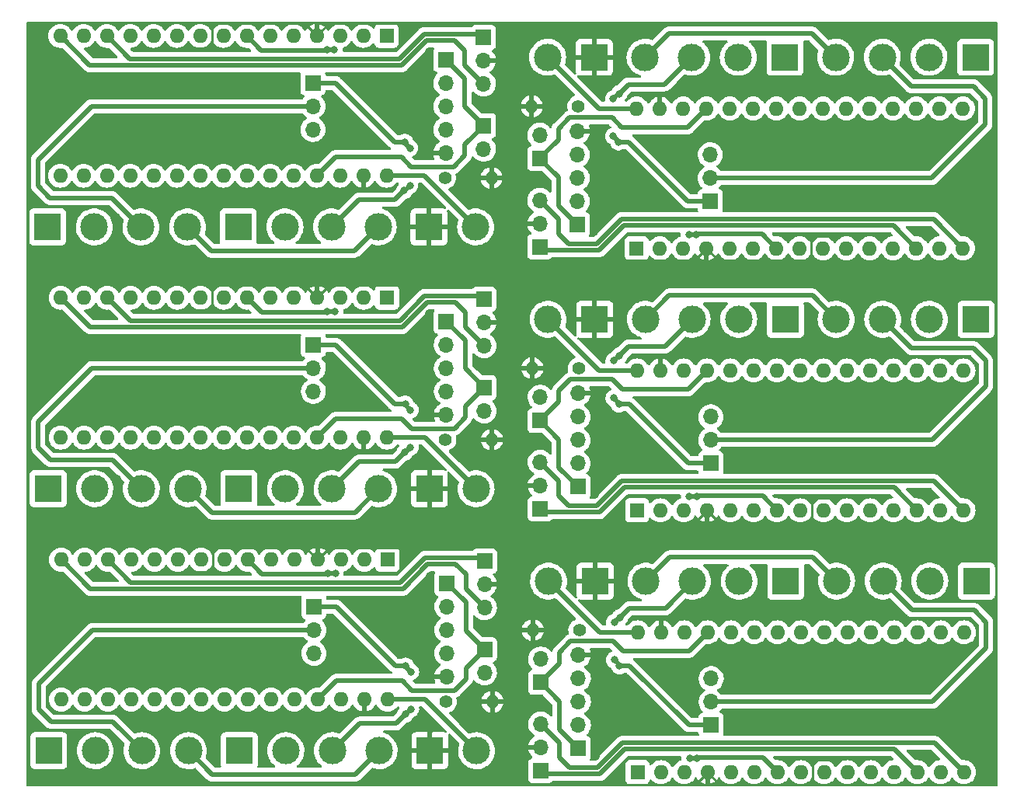
<source format=gbr>
%TF.GenerationSoftware,KiCad,Pcbnew,(6.0.0)*%
%TF.CreationDate,2022-10-06T11:10:53+02:00*%
%TF.ProjectId,012-Amesis-ColdSartE85_HWv0.01,3031322d-416d-4657-9369-732d436f6c64,v0.01_Golf 1.6L 16v *%
%TF.SameCoordinates,Original*%
%TF.FileFunction,Copper,L1,Top*%
%TF.FilePolarity,Positive*%
%FSLAX46Y46*%
G04 Gerber Fmt 4.6, Leading zero omitted, Abs format (unit mm)*
G04 Created by KiCad (PCBNEW (6.0.0)) date 2022-10-06 11:10:53*
%MOMM*%
%LPD*%
G01*
G04 APERTURE LIST*
%TA.AperFunction,ComponentPad*%
%ADD10R,3.000000X3.000000*%
%TD*%
%TA.AperFunction,ComponentPad*%
%ADD11C,3.000000*%
%TD*%
%TA.AperFunction,ComponentPad*%
%ADD12R,1.700000X1.700000*%
%TD*%
%TA.AperFunction,ComponentPad*%
%ADD13O,1.700000X1.700000*%
%TD*%
%TA.AperFunction,ComponentPad*%
%ADD14O,1.600000X1.600000*%
%TD*%
%TA.AperFunction,ComponentPad*%
%ADD15R,1.600000X1.600000*%
%TD*%
%TA.AperFunction,ComponentPad*%
%ADD16C,1.400000*%
%TD*%
%TA.AperFunction,ComponentPad*%
%ADD17O,1.400000X1.400000*%
%TD*%
%TA.AperFunction,ViaPad*%
%ADD18C,0.800000*%
%TD*%
%TA.AperFunction,Conductor*%
%ADD19C,0.500000*%
%TD*%
%TA.AperFunction,Conductor*%
%ADD20C,0.250000*%
%TD*%
G04 APERTURE END LIST*
D10*
%TO.P,G2/G62_InPut_IAT1,1,Pin_1*%
%TO.N,Net-(G2/G62_InPut_IAT1-Pad1)*%
X222073040Y-48986200D03*
D11*
%TO.P,G2/G62_InPut_IAT1,2,Pin_2*%
%TO.N,Net-(G2/G62_InPut_IAT1-Pad2)*%
X216993040Y-48986200D03*
%TO.P,G2/G62_InPut_IAT1,3,Pin_3*%
%TO.N,Net-(G2/G62_InPut_IAT1-Pad3)*%
X211913040Y-48986200D03*
%TO.P,G2/G62_InPut_IAT1,4,Pin_4*%
%TO.N,Net-(G2/G62_InPut_IAT1-Pad4)*%
X206833040Y-48986200D03*
%TD*%
D10*
%TO.P,G2/G62_OutPut_IAT1,1,Pin_1*%
%TO.N,Net-(G2/G62_InPut_IAT1-Pad1)*%
X201295840Y-48986200D03*
D11*
%TO.P,G2/G62_OutPut_IAT1,2,Pin_2*%
%TO.N,Net-(G2/G62_InPut_IAT1-Pad2)*%
X196215840Y-48986200D03*
%TO.P,G2/G62_OutPut_IAT1,3,Pin_3*%
%TO.N,Net-(G2/G62_OutPut_IAT1-Pad3)*%
X191135840Y-48986200D03*
%TO.P,G2/G62_OutPut_IAT1,4,Pin_4*%
%TO.N,Net-(G2/G62_InPut_IAT1-Pad4)*%
X186055840Y-48986200D03*
%TD*%
D10*
%TO.P,J1,1,Pin_1*%
%TO.N,GND*%
X180518640Y-48986200D03*
D11*
%TO.P,J1,2,Pin_2*%
%TO.N,Net-(A1-Pad30)*%
X175438640Y-48986200D03*
%TD*%
D12*
%TO.P,J2,1,Pin_1*%
%TO.N,Net-(A1-Pad27)*%
X178689840Y-67223400D03*
D13*
%TO.P,J2,2,Pin_2*%
%TO.N,Net-(A1-Pad7)*%
X178689840Y-64683400D03*
%TO.P,J2,3,Pin_3*%
%TO.N,Net-(A1-Pad5)*%
X178689840Y-62143400D03*
%TO.P,J2,4,Pin_4*%
%TO.N,Net-(A1-Pad6)*%
X178689840Y-59603400D03*
%TO.P,J2,5,Pin_5*%
%TO.N,GND*%
X178689840Y-57063400D03*
%TD*%
D14*
%TO.P,A1,30,VIN*%
%TO.N,Net-(A1-Pad30)*%
X185141440Y-54564200D03*
%TO.P,A1,29,GND*%
%TO.N,GND*%
X187681440Y-54564200D03*
%TO.P,A1,28,~{RESET}*%
%TO.N,unconnected-(A1-Pad28)*%
X190221440Y-54564200D03*
%TO.P,A1,27,+5V*%
%TO.N,Net-(A1-Pad27)*%
X192761440Y-54564200D03*
%TO.P,A1,26,A7*%
%TO.N,Net-(A1-Pad26)*%
X195301440Y-54564200D03*
%TO.P,A1,25,A6*%
%TO.N,unconnected-(A1-Pad25)*%
X197841440Y-54564200D03*
%TO.P,A1,24,A5*%
%TO.N,unconnected-(A1-Pad24)*%
X200381440Y-54564200D03*
%TO.P,A1,23,A4*%
%TO.N,unconnected-(A1-Pad23)*%
X202921440Y-54564200D03*
%TO.P,A1,22,A3*%
%TO.N,unconnected-(A1-Pad22)*%
X205461440Y-54564200D03*
%TO.P,A1,21,A2*%
%TO.N,unconnected-(A1-Pad21)*%
X208001440Y-54564200D03*
%TO.P,A1,20,A1*%
%TO.N,unconnected-(A1-Pad20)*%
X210541440Y-54564200D03*
%TO.P,A1,19,A0*%
%TO.N,unconnected-(A1-Pad19)*%
X213081440Y-54564200D03*
%TO.P,A1,18,AREF*%
%TO.N,unconnected-(A1-Pad18)*%
X215621440Y-54564200D03*
%TO.P,A1,17,3V3*%
%TO.N,unconnected-(A1-Pad17)*%
X218161440Y-54564200D03*
%TO.P,A1,16,D13*%
%TO.N,unconnected-(A1-Pad16)*%
X220701440Y-54564200D03*
%TO.P,A1,15,D12*%
%TO.N,Net-(A1-Pad15)*%
X220701440Y-69804200D03*
%TO.P,A1,14,D11*%
%TO.N,unconnected-(A1-Pad14)*%
X218161440Y-69804200D03*
%TO.P,A1,13,D10*%
%TO.N,Net-(A1-Pad13)*%
X215621440Y-69804200D03*
%TO.P,A1,12,D9*%
%TO.N,unconnected-(A1-Pad12)*%
X213081440Y-69804200D03*
%TO.P,A1,11,D8*%
%TO.N,unconnected-(A1-Pad11)*%
X210541440Y-69804200D03*
%TO.P,A1,10,D7*%
%TO.N,unconnected-(A1-Pad10)*%
X208001440Y-69804200D03*
%TO.P,A1,9,D6*%
%TO.N,unconnected-(A1-Pad9)*%
X205461440Y-69804200D03*
%TO.P,A1,8,D5*%
%TO.N,unconnected-(A1-Pad8)*%
X202921440Y-69804200D03*
%TO.P,A1,7,D4*%
%TO.N,Net-(A1-Pad7)*%
X200381440Y-69804200D03*
%TO.P,A1,6,D3*%
%TO.N,Net-(A1-Pad6)*%
X197841440Y-69804200D03*
%TO.P,A1,5,D2*%
%TO.N,Net-(A1-Pad5)*%
X195301440Y-69804200D03*
%TO.P,A1,4,GND*%
%TO.N,GND*%
X192761440Y-69804200D03*
%TO.P,A1,3,~{RESET}*%
%TO.N,unconnected-(A1-Pad3)*%
X190221440Y-69804200D03*
%TO.P,A1,2,D0/RX*%
%TO.N,unconnected-(A1-Pad2)*%
X187681440Y-69804200D03*
D15*
%TO.P,A1,1,D1/TX*%
%TO.N,unconnected-(A1-Pad1)*%
X185141440Y-69804200D03*
%TD*%
D12*
%TO.P,Jumpers_Option1,1,Pin_1*%
%TO.N,Net-(A1-Pad13)*%
X174575040Y-69646800D03*
D13*
%TO.P,Jumpers_Option1,2,Pin_2*%
%TO.N,GND*%
X174575040Y-67106800D03*
%TO.P,Jumpers_Option1,3,Pin_3*%
%TO.N,Net-(A1-Pad15)*%
X174575040Y-64566800D03*
%TD*%
D16*
%TO.P,R1,1*%
%TO.N,Net-(A1-Pad26)*%
X178793194Y-54321904D03*
D17*
%TO.P,R1,2*%
%TO.N,GND*%
X173713194Y-54321904D03*
%TD*%
D12*
%TO.P,TH1,1*%
%TO.N,Net-(A1-Pad27)*%
X174576794Y-60011504D03*
D13*
%TO.P,TH1,2*%
%TO.N,Net-(A1-Pad26)*%
X174576794Y-57471504D03*
%TD*%
D12*
%TO.P,J3,1,Pin_1*%
%TO.N,Net-(G2/G62_OutPut_IAT1-Pad3)*%
X193167840Y-64683400D03*
D13*
%TO.P,J3,2,Pin_2*%
%TO.N,Net-(G2/G62_InPut_IAT1-Pad3)*%
X193167840Y-62143400D03*
%TO.P,J3,3,Pin_3*%
%TO.N,unconnected-(J3-Pad3)*%
X193167840Y-59603400D03*
%TD*%
D12*
%TO.P,J3,1,Pin_1*%
%TO.N,Net-(G2/G62_OutPut_IAT1-Pad3)*%
X193218640Y-93233000D03*
D13*
%TO.P,J3,2,Pin_2*%
%TO.N,Net-(G2/G62_InPut_IAT1-Pad3)*%
X193218640Y-90693000D03*
%TO.P,J3,3,Pin_3*%
%TO.N,unconnected-(J3-Pad3)*%
X193218640Y-88153000D03*
%TD*%
D10*
%TO.P,G2/G62_InPut_IAT1,1,Pin_1*%
%TO.N,Net-(G2/G62_InPut_IAT1-Pad1)*%
X222123840Y-77535800D03*
D11*
%TO.P,G2/G62_InPut_IAT1,2,Pin_2*%
%TO.N,Net-(G2/G62_InPut_IAT1-Pad2)*%
X217043840Y-77535800D03*
%TO.P,G2/G62_InPut_IAT1,3,Pin_3*%
%TO.N,Net-(G2/G62_InPut_IAT1-Pad3)*%
X211963840Y-77535800D03*
%TO.P,G2/G62_InPut_IAT1,4,Pin_4*%
%TO.N,Net-(G2/G62_InPut_IAT1-Pad4)*%
X206883840Y-77535800D03*
%TD*%
D12*
%TO.P,J2,1,Pin_1*%
%TO.N,Net-(A1-Pad27)*%
X178740640Y-95773000D03*
D13*
%TO.P,J2,2,Pin_2*%
%TO.N,Net-(A1-Pad7)*%
X178740640Y-93233000D03*
%TO.P,J2,3,Pin_3*%
%TO.N,Net-(A1-Pad5)*%
X178740640Y-90693000D03*
%TO.P,J2,4,Pin_4*%
%TO.N,Net-(A1-Pad6)*%
X178740640Y-88153000D03*
%TO.P,J2,5,Pin_5*%
%TO.N,GND*%
X178740640Y-85613000D03*
%TD*%
D14*
%TO.P,A1,30,VIN*%
%TO.N,Net-(A1-Pad30)*%
X185192240Y-83113800D03*
%TO.P,A1,29,GND*%
%TO.N,GND*%
X187732240Y-83113800D03*
%TO.P,A1,28,~{RESET}*%
%TO.N,unconnected-(A1-Pad28)*%
X190272240Y-83113800D03*
%TO.P,A1,27,+5V*%
%TO.N,Net-(A1-Pad27)*%
X192812240Y-83113800D03*
%TO.P,A1,26,A7*%
%TO.N,Net-(A1-Pad26)*%
X195352240Y-83113800D03*
%TO.P,A1,25,A6*%
%TO.N,unconnected-(A1-Pad25)*%
X197892240Y-83113800D03*
%TO.P,A1,24,A5*%
%TO.N,unconnected-(A1-Pad24)*%
X200432240Y-83113800D03*
%TO.P,A1,23,A4*%
%TO.N,unconnected-(A1-Pad23)*%
X202972240Y-83113800D03*
%TO.P,A1,22,A3*%
%TO.N,unconnected-(A1-Pad22)*%
X205512240Y-83113800D03*
%TO.P,A1,21,A2*%
%TO.N,unconnected-(A1-Pad21)*%
X208052240Y-83113800D03*
%TO.P,A1,20,A1*%
%TO.N,unconnected-(A1-Pad20)*%
X210592240Y-83113800D03*
%TO.P,A1,19,A0*%
%TO.N,unconnected-(A1-Pad19)*%
X213132240Y-83113800D03*
%TO.P,A1,18,AREF*%
%TO.N,unconnected-(A1-Pad18)*%
X215672240Y-83113800D03*
%TO.P,A1,17,3V3*%
%TO.N,unconnected-(A1-Pad17)*%
X218212240Y-83113800D03*
%TO.P,A1,16,D13*%
%TO.N,unconnected-(A1-Pad16)*%
X220752240Y-83113800D03*
%TO.P,A1,15,D12*%
%TO.N,Net-(A1-Pad15)*%
X220752240Y-98353800D03*
%TO.P,A1,14,D11*%
%TO.N,unconnected-(A1-Pad14)*%
X218212240Y-98353800D03*
%TO.P,A1,13,D10*%
%TO.N,Net-(A1-Pad13)*%
X215672240Y-98353800D03*
%TO.P,A1,12,D9*%
%TO.N,unconnected-(A1-Pad12)*%
X213132240Y-98353800D03*
%TO.P,A1,11,D8*%
%TO.N,unconnected-(A1-Pad11)*%
X210592240Y-98353800D03*
%TO.P,A1,10,D7*%
%TO.N,unconnected-(A1-Pad10)*%
X208052240Y-98353800D03*
%TO.P,A1,9,D6*%
%TO.N,unconnected-(A1-Pad9)*%
X205512240Y-98353800D03*
%TO.P,A1,8,D5*%
%TO.N,unconnected-(A1-Pad8)*%
X202972240Y-98353800D03*
%TO.P,A1,7,D4*%
%TO.N,Net-(A1-Pad7)*%
X200432240Y-98353800D03*
%TO.P,A1,6,D3*%
%TO.N,Net-(A1-Pad6)*%
X197892240Y-98353800D03*
%TO.P,A1,5,D2*%
%TO.N,Net-(A1-Pad5)*%
X195352240Y-98353800D03*
%TO.P,A1,4,GND*%
%TO.N,GND*%
X192812240Y-98353800D03*
%TO.P,A1,3,~{RESET}*%
%TO.N,unconnected-(A1-Pad3)*%
X190272240Y-98353800D03*
%TO.P,A1,2,D0/RX*%
%TO.N,unconnected-(A1-Pad2)*%
X187732240Y-98353800D03*
D15*
%TO.P,A1,1,D1/TX*%
%TO.N,unconnected-(A1-Pad1)*%
X185192240Y-98353800D03*
%TD*%
D12*
%TO.P,Jumpers_Option1,1,Pin_1*%
%TO.N,Net-(A1-Pad13)*%
X174625840Y-98196400D03*
D13*
%TO.P,Jumpers_Option1,2,Pin_2*%
%TO.N,GND*%
X174625840Y-95656400D03*
%TO.P,Jumpers_Option1,3,Pin_3*%
%TO.N,Net-(A1-Pad15)*%
X174625840Y-93116400D03*
%TD*%
D16*
%TO.P,R1,1*%
%TO.N,Net-(A1-Pad26)*%
X178843994Y-82871504D03*
D17*
%TO.P,R1,2*%
%TO.N,GND*%
X173763994Y-82871504D03*
%TD*%
D12*
%TO.P,TH1,1*%
%TO.N,Net-(A1-Pad27)*%
X174627594Y-88561104D03*
D13*
%TO.P,TH1,2*%
%TO.N,Net-(A1-Pad26)*%
X174627594Y-86021104D03*
%TD*%
D10*
%TO.P,G2/G62_OutPut_IAT1,1,Pin_1*%
%TO.N,Net-(G2/G62_InPut_IAT1-Pad1)*%
X201346640Y-77535800D03*
D11*
%TO.P,G2/G62_OutPut_IAT1,2,Pin_2*%
%TO.N,Net-(G2/G62_InPut_IAT1-Pad2)*%
X196266640Y-77535800D03*
%TO.P,G2/G62_OutPut_IAT1,3,Pin_3*%
%TO.N,Net-(G2/G62_OutPut_IAT1-Pad3)*%
X191186640Y-77535800D03*
%TO.P,G2/G62_OutPut_IAT1,4,Pin_4*%
%TO.N,Net-(G2/G62_InPut_IAT1-Pad4)*%
X186106640Y-77535800D03*
%TD*%
D10*
%TO.P,J1,1,Pin_1*%
%TO.N,GND*%
X180569440Y-77535800D03*
D11*
%TO.P,J1,2,Pin_2*%
%TO.N,Net-(A1-Pad30)*%
X175489440Y-77535800D03*
%TD*%
D12*
%TO.P,TH1,1*%
%TO.N,Net-(A1-Pad27)*%
X174676640Y-117094000D03*
D13*
%TO.P,TH1,2*%
%TO.N,Net-(A1-Pad26)*%
X174676640Y-114554000D03*
%TD*%
D16*
%TO.P,R1,1*%
%TO.N,Net-(A1-Pad26)*%
X178893040Y-111404400D03*
D17*
%TO.P,R1,2*%
%TO.N,GND*%
X173813040Y-111404400D03*
%TD*%
D10*
%TO.P,G2/G62_OutPut_IAT1,1,Pin_1*%
%TO.N,Net-(G2/G62_InPut_IAT1-Pad1)*%
X201395686Y-106068696D03*
D11*
%TO.P,G2/G62_OutPut_IAT1,2,Pin_2*%
%TO.N,Net-(G2/G62_InPut_IAT1-Pad2)*%
X196315686Y-106068696D03*
%TO.P,G2/G62_OutPut_IAT1,3,Pin_3*%
%TO.N,Net-(G2/G62_OutPut_IAT1-Pad3)*%
X191235686Y-106068696D03*
%TO.P,G2/G62_OutPut_IAT1,4,Pin_4*%
%TO.N,Net-(G2/G62_InPut_IAT1-Pad4)*%
X186155686Y-106068696D03*
%TD*%
D14*
%TO.P,A1,30,VIN*%
%TO.N,Net-(A1-Pad30)*%
X185241286Y-111646696D03*
%TO.P,A1,29,GND*%
%TO.N,GND*%
X187781286Y-111646696D03*
%TO.P,A1,28,~{RESET}*%
%TO.N,unconnected-(A1-Pad28)*%
X190321286Y-111646696D03*
%TO.P,A1,27,+5V*%
%TO.N,Net-(A1-Pad27)*%
X192861286Y-111646696D03*
%TO.P,A1,26,A7*%
%TO.N,Net-(A1-Pad26)*%
X195401286Y-111646696D03*
%TO.P,A1,25,A6*%
%TO.N,unconnected-(A1-Pad25)*%
X197941286Y-111646696D03*
%TO.P,A1,24,A5*%
%TO.N,unconnected-(A1-Pad24)*%
X200481286Y-111646696D03*
%TO.P,A1,23,A4*%
%TO.N,unconnected-(A1-Pad23)*%
X203021286Y-111646696D03*
%TO.P,A1,22,A3*%
%TO.N,unconnected-(A1-Pad22)*%
X205561286Y-111646696D03*
%TO.P,A1,21,A2*%
%TO.N,unconnected-(A1-Pad21)*%
X208101286Y-111646696D03*
%TO.P,A1,20,A1*%
%TO.N,unconnected-(A1-Pad20)*%
X210641286Y-111646696D03*
%TO.P,A1,19,A0*%
%TO.N,unconnected-(A1-Pad19)*%
X213181286Y-111646696D03*
%TO.P,A1,18,AREF*%
%TO.N,unconnected-(A1-Pad18)*%
X215721286Y-111646696D03*
%TO.P,A1,17,3V3*%
%TO.N,unconnected-(A1-Pad17)*%
X218261286Y-111646696D03*
%TO.P,A1,16,D13*%
%TO.N,unconnected-(A1-Pad16)*%
X220801286Y-111646696D03*
%TO.P,A1,15,D12*%
%TO.N,Net-(A1-Pad15)*%
X220801286Y-126886696D03*
%TO.P,A1,14,D11*%
%TO.N,unconnected-(A1-Pad14)*%
X218261286Y-126886696D03*
%TO.P,A1,13,D10*%
%TO.N,Net-(A1-Pad13)*%
X215721286Y-126886696D03*
%TO.P,A1,12,D9*%
%TO.N,unconnected-(A1-Pad12)*%
X213181286Y-126886696D03*
%TO.P,A1,11,D8*%
%TO.N,unconnected-(A1-Pad11)*%
X210641286Y-126886696D03*
%TO.P,A1,10,D7*%
%TO.N,unconnected-(A1-Pad10)*%
X208101286Y-126886696D03*
%TO.P,A1,9,D6*%
%TO.N,unconnected-(A1-Pad9)*%
X205561286Y-126886696D03*
%TO.P,A1,8,D5*%
%TO.N,unconnected-(A1-Pad8)*%
X203021286Y-126886696D03*
%TO.P,A1,7,D4*%
%TO.N,Net-(A1-Pad7)*%
X200481286Y-126886696D03*
%TO.P,A1,6,D3*%
%TO.N,Net-(A1-Pad6)*%
X197941286Y-126886696D03*
%TO.P,A1,5,D2*%
%TO.N,Net-(A1-Pad5)*%
X195401286Y-126886696D03*
%TO.P,A1,4,GND*%
%TO.N,GND*%
X192861286Y-126886696D03*
%TO.P,A1,3,~{RESET}*%
%TO.N,unconnected-(A1-Pad3)*%
X190321286Y-126886696D03*
%TO.P,A1,2,D0/RX*%
%TO.N,unconnected-(A1-Pad2)*%
X187781286Y-126886696D03*
D15*
%TO.P,A1,1,D1/TX*%
%TO.N,unconnected-(A1-Pad1)*%
X185241286Y-126886696D03*
%TD*%
D12*
%TO.P,Jumpers_Option1,1,Pin_1*%
%TO.N,Net-(A1-Pad13)*%
X174674886Y-126729296D03*
D13*
%TO.P,Jumpers_Option1,2,Pin_2*%
%TO.N,GND*%
X174674886Y-124189296D03*
%TO.P,Jumpers_Option1,3,Pin_3*%
%TO.N,Net-(A1-Pad15)*%
X174674886Y-121649296D03*
%TD*%
D10*
%TO.P,J1,1,Pin_1*%
%TO.N,GND*%
X180618486Y-106068696D03*
D11*
%TO.P,J1,2,Pin_2*%
%TO.N,Net-(A1-Pad30)*%
X175538486Y-106068696D03*
%TD*%
D12*
%TO.P,J3,1,Pin_1*%
%TO.N,Net-(G2/G62_OutPut_IAT1-Pad3)*%
X193267686Y-121765896D03*
D13*
%TO.P,J3,2,Pin_2*%
%TO.N,Net-(G2/G62_InPut_IAT1-Pad3)*%
X193267686Y-119225896D03*
%TO.P,J3,3,Pin_3*%
%TO.N,unconnected-(J3-Pad3)*%
X193267686Y-116685896D03*
%TD*%
D10*
%TO.P,G2/G62_InPut_IAT1,1,Pin_1*%
%TO.N,Net-(G2/G62_InPut_IAT1-Pad1)*%
X222172886Y-106068696D03*
D11*
%TO.P,G2/G62_InPut_IAT1,2,Pin_2*%
%TO.N,Net-(G2/G62_InPut_IAT1-Pad2)*%
X217092886Y-106068696D03*
%TO.P,G2/G62_InPut_IAT1,3,Pin_3*%
%TO.N,Net-(G2/G62_InPut_IAT1-Pad3)*%
X212012886Y-106068696D03*
%TO.P,G2/G62_InPut_IAT1,4,Pin_4*%
%TO.N,Net-(G2/G62_InPut_IAT1-Pad4)*%
X206932886Y-106068696D03*
%TD*%
D12*
%TO.P,J2,1,Pin_1*%
%TO.N,Net-(A1-Pad27)*%
X178789686Y-124305896D03*
D13*
%TO.P,J2,2,Pin_2*%
%TO.N,Net-(A1-Pad7)*%
X178789686Y-121765896D03*
%TO.P,J2,3,Pin_3*%
%TO.N,Net-(A1-Pad5)*%
X178789686Y-119225896D03*
%TO.P,J2,4,Pin_4*%
%TO.N,Net-(A1-Pad6)*%
X178789686Y-116685896D03*
%TO.P,J2,5,Pin_5*%
%TO.N,GND*%
X178789686Y-114145896D03*
%TD*%
D12*
%TO.P,J3,1,Pin_1*%
%TO.N,Net-(G2/G62_OutPut_IAT1-Pad3)*%
X149961600Y-108849400D03*
D13*
%TO.P,J3,2,Pin_2*%
%TO.N,Net-(G2/G62_InPut_IAT1-Pad3)*%
X149961600Y-111389400D03*
%TO.P,J3,3,Pin_3*%
%TO.N,unconnected-(J3-Pad3)*%
X149961600Y-113929400D03*
%TD*%
D10*
%TO.P,G2/G62_InPut_IAT1,1,Pin_1*%
%TO.N,Net-(G2/G62_InPut_IAT1-Pad1)*%
X121056400Y-124546600D03*
D11*
%TO.P,G2/G62_InPut_IAT1,2,Pin_2*%
%TO.N,Net-(G2/G62_InPut_IAT1-Pad2)*%
X126136400Y-124546600D03*
%TO.P,G2/G62_InPut_IAT1,3,Pin_3*%
%TO.N,Net-(G2/G62_InPut_IAT1-Pad3)*%
X131216400Y-124546600D03*
%TO.P,G2/G62_InPut_IAT1,4,Pin_4*%
%TO.N,Net-(G2/G62_InPut_IAT1-Pad4)*%
X136296400Y-124546600D03*
%TD*%
D12*
%TO.P,J2,1,Pin_1*%
%TO.N,Net-(A1-Pad27)*%
X164439600Y-106309400D03*
D13*
%TO.P,J2,2,Pin_2*%
%TO.N,Net-(A1-Pad7)*%
X164439600Y-108849400D03*
%TO.P,J2,3,Pin_3*%
%TO.N,Net-(A1-Pad5)*%
X164439600Y-111389400D03*
%TO.P,J2,4,Pin_4*%
%TO.N,Net-(A1-Pad6)*%
X164439600Y-113929400D03*
%TO.P,J2,5,Pin_5*%
%TO.N,GND*%
X164439600Y-116469400D03*
%TD*%
D15*
%TO.P,A1,1,D1/TX*%
%TO.N,unconnected-(A1-Pad1)*%
X157988000Y-103728600D03*
D14*
%TO.P,A1,2,D0/RX*%
%TO.N,unconnected-(A1-Pad2)*%
X155448000Y-103728600D03*
%TO.P,A1,3,~{RESET}*%
%TO.N,unconnected-(A1-Pad3)*%
X152908000Y-103728600D03*
%TO.P,A1,4,GND*%
%TO.N,GND*%
X150368000Y-103728600D03*
%TO.P,A1,5,D2*%
%TO.N,Net-(A1-Pad5)*%
X147828000Y-103728600D03*
%TO.P,A1,6,D3*%
%TO.N,Net-(A1-Pad6)*%
X145288000Y-103728600D03*
%TO.P,A1,7,D4*%
%TO.N,Net-(A1-Pad7)*%
X142748000Y-103728600D03*
%TO.P,A1,8,D5*%
%TO.N,unconnected-(A1-Pad8)*%
X140208000Y-103728600D03*
%TO.P,A1,9,D6*%
%TO.N,unconnected-(A1-Pad9)*%
X137668000Y-103728600D03*
%TO.P,A1,10,D7*%
%TO.N,unconnected-(A1-Pad10)*%
X135128000Y-103728600D03*
%TO.P,A1,11,D8*%
%TO.N,unconnected-(A1-Pad11)*%
X132588000Y-103728600D03*
%TO.P,A1,12,D9*%
%TO.N,unconnected-(A1-Pad12)*%
X130048000Y-103728600D03*
%TO.P,A1,13,D10*%
%TO.N,Net-(A1-Pad13)*%
X127508000Y-103728600D03*
%TO.P,A1,14,D11*%
%TO.N,unconnected-(A1-Pad14)*%
X124968000Y-103728600D03*
%TO.P,A1,15,D12*%
%TO.N,Net-(A1-Pad15)*%
X122428000Y-103728600D03*
%TO.P,A1,16,D13*%
%TO.N,unconnected-(A1-Pad16)*%
X122428000Y-118968600D03*
%TO.P,A1,17,3V3*%
%TO.N,unconnected-(A1-Pad17)*%
X124968000Y-118968600D03*
%TO.P,A1,18,AREF*%
%TO.N,unconnected-(A1-Pad18)*%
X127508000Y-118968600D03*
%TO.P,A1,19,A0*%
%TO.N,unconnected-(A1-Pad19)*%
X130048000Y-118968600D03*
%TO.P,A1,20,A1*%
%TO.N,unconnected-(A1-Pad20)*%
X132588000Y-118968600D03*
%TO.P,A1,21,A2*%
%TO.N,unconnected-(A1-Pad21)*%
X135128000Y-118968600D03*
%TO.P,A1,22,A3*%
%TO.N,unconnected-(A1-Pad22)*%
X137668000Y-118968600D03*
%TO.P,A1,23,A4*%
%TO.N,unconnected-(A1-Pad23)*%
X140208000Y-118968600D03*
%TO.P,A1,24,A5*%
%TO.N,unconnected-(A1-Pad24)*%
X142748000Y-118968600D03*
%TO.P,A1,25,A6*%
%TO.N,unconnected-(A1-Pad25)*%
X145288000Y-118968600D03*
%TO.P,A1,26,A7*%
%TO.N,Net-(A1-Pad26)*%
X147828000Y-118968600D03*
%TO.P,A1,27,+5V*%
%TO.N,Net-(A1-Pad27)*%
X150368000Y-118968600D03*
%TO.P,A1,28,~{RESET}*%
%TO.N,unconnected-(A1-Pad28)*%
X152908000Y-118968600D03*
%TO.P,A1,29,GND*%
%TO.N,GND*%
X155448000Y-118968600D03*
%TO.P,A1,30,VIN*%
%TO.N,Net-(A1-Pad30)*%
X157988000Y-118968600D03*
%TD*%
D12*
%TO.P,Jumpers_Option1,1,Pin_1*%
%TO.N,Net-(A1-Pad13)*%
X168554400Y-103886000D03*
D13*
%TO.P,Jumpers_Option1,2,Pin_2*%
%TO.N,GND*%
X168554400Y-106426000D03*
%TO.P,Jumpers_Option1,3,Pin_3*%
%TO.N,Net-(A1-Pad15)*%
X168554400Y-108966000D03*
%TD*%
D16*
%TO.P,R1,1*%
%TO.N,Net-(A1-Pad26)*%
X164336246Y-119210896D03*
D17*
%TO.P,R1,2*%
%TO.N,GND*%
X169416246Y-119210896D03*
%TD*%
D12*
%TO.P,TH1,1*%
%TO.N,Net-(A1-Pad27)*%
X168552646Y-113521296D03*
D13*
%TO.P,TH1,2*%
%TO.N,Net-(A1-Pad26)*%
X168552646Y-116061296D03*
%TD*%
D10*
%TO.P,G2/G62_OutPut_IAT1,1,Pin_1*%
%TO.N,Net-(G2/G62_InPut_IAT1-Pad1)*%
X141833600Y-124546600D03*
D11*
%TO.P,G2/G62_OutPut_IAT1,2,Pin_2*%
%TO.N,Net-(G2/G62_InPut_IAT1-Pad2)*%
X146913600Y-124546600D03*
%TO.P,G2/G62_OutPut_IAT1,3,Pin_3*%
%TO.N,Net-(G2/G62_OutPut_IAT1-Pad3)*%
X151993600Y-124546600D03*
%TO.P,G2/G62_OutPut_IAT1,4,Pin_4*%
%TO.N,Net-(G2/G62_InPut_IAT1-Pad4)*%
X157073600Y-124546600D03*
%TD*%
D10*
%TO.P,J1,1,Pin_1*%
%TO.N,GND*%
X162610800Y-124546600D03*
D11*
%TO.P,J1,2,Pin_2*%
%TO.N,Net-(A1-Pad30)*%
X167690800Y-124546600D03*
%TD*%
D13*
%TO.P,TH1,2*%
%TO.N,Net-(A1-Pad26)*%
X168501846Y-87511696D03*
D12*
%TO.P,TH1,1*%
%TO.N,Net-(A1-Pad27)*%
X168501846Y-84971696D03*
%TD*%
D17*
%TO.P,R1,2*%
%TO.N,GND*%
X169365446Y-90661296D03*
D16*
%TO.P,R1,1*%
%TO.N,Net-(A1-Pad26)*%
X164285446Y-90661296D03*
%TD*%
D11*
%TO.P,G2/G62_OutPut_IAT1,4,Pin_4*%
%TO.N,Net-(G2/G62_InPut_IAT1-Pad4)*%
X157022800Y-95997000D03*
%TO.P,G2/G62_OutPut_IAT1,3,Pin_3*%
%TO.N,Net-(G2/G62_OutPut_IAT1-Pad3)*%
X151942800Y-95997000D03*
%TO.P,G2/G62_OutPut_IAT1,2,Pin_2*%
%TO.N,Net-(G2/G62_InPut_IAT1-Pad2)*%
X146862800Y-95997000D03*
D10*
%TO.P,G2/G62_OutPut_IAT1,1,Pin_1*%
%TO.N,Net-(G2/G62_InPut_IAT1-Pad1)*%
X141782800Y-95997000D03*
%TD*%
D14*
%TO.P,A1,30,VIN*%
%TO.N,Net-(A1-Pad30)*%
X157937200Y-90419000D03*
%TO.P,A1,29,GND*%
%TO.N,GND*%
X155397200Y-90419000D03*
%TO.P,A1,28,~{RESET}*%
%TO.N,unconnected-(A1-Pad28)*%
X152857200Y-90419000D03*
%TO.P,A1,27,+5V*%
%TO.N,Net-(A1-Pad27)*%
X150317200Y-90419000D03*
%TO.P,A1,26,A7*%
%TO.N,Net-(A1-Pad26)*%
X147777200Y-90419000D03*
%TO.P,A1,25,A6*%
%TO.N,unconnected-(A1-Pad25)*%
X145237200Y-90419000D03*
%TO.P,A1,24,A5*%
%TO.N,unconnected-(A1-Pad24)*%
X142697200Y-90419000D03*
%TO.P,A1,23,A4*%
%TO.N,unconnected-(A1-Pad23)*%
X140157200Y-90419000D03*
%TO.P,A1,22,A3*%
%TO.N,unconnected-(A1-Pad22)*%
X137617200Y-90419000D03*
%TO.P,A1,21,A2*%
%TO.N,unconnected-(A1-Pad21)*%
X135077200Y-90419000D03*
%TO.P,A1,20,A1*%
%TO.N,unconnected-(A1-Pad20)*%
X132537200Y-90419000D03*
%TO.P,A1,19,A0*%
%TO.N,unconnected-(A1-Pad19)*%
X129997200Y-90419000D03*
%TO.P,A1,18,AREF*%
%TO.N,unconnected-(A1-Pad18)*%
X127457200Y-90419000D03*
%TO.P,A1,17,3V3*%
%TO.N,unconnected-(A1-Pad17)*%
X124917200Y-90419000D03*
%TO.P,A1,16,D13*%
%TO.N,unconnected-(A1-Pad16)*%
X122377200Y-90419000D03*
%TO.P,A1,15,D12*%
%TO.N,Net-(A1-Pad15)*%
X122377200Y-75179000D03*
%TO.P,A1,14,D11*%
%TO.N,unconnected-(A1-Pad14)*%
X124917200Y-75179000D03*
%TO.P,A1,13,D10*%
%TO.N,Net-(A1-Pad13)*%
X127457200Y-75179000D03*
%TO.P,A1,12,D9*%
%TO.N,unconnected-(A1-Pad12)*%
X129997200Y-75179000D03*
%TO.P,A1,11,D8*%
%TO.N,unconnected-(A1-Pad11)*%
X132537200Y-75179000D03*
%TO.P,A1,10,D7*%
%TO.N,unconnected-(A1-Pad10)*%
X135077200Y-75179000D03*
%TO.P,A1,9,D6*%
%TO.N,unconnected-(A1-Pad9)*%
X137617200Y-75179000D03*
%TO.P,A1,8,D5*%
%TO.N,unconnected-(A1-Pad8)*%
X140157200Y-75179000D03*
%TO.P,A1,7,D4*%
%TO.N,Net-(A1-Pad7)*%
X142697200Y-75179000D03*
%TO.P,A1,6,D3*%
%TO.N,Net-(A1-Pad6)*%
X145237200Y-75179000D03*
%TO.P,A1,5,D2*%
%TO.N,Net-(A1-Pad5)*%
X147777200Y-75179000D03*
%TO.P,A1,4,GND*%
%TO.N,GND*%
X150317200Y-75179000D03*
%TO.P,A1,3,~{RESET}*%
%TO.N,unconnected-(A1-Pad3)*%
X152857200Y-75179000D03*
%TO.P,A1,2,D0/RX*%
%TO.N,unconnected-(A1-Pad2)*%
X155397200Y-75179000D03*
D15*
%TO.P,A1,1,D1/TX*%
%TO.N,unconnected-(A1-Pad1)*%
X157937200Y-75179000D03*
%TD*%
D13*
%TO.P,Jumpers_Option1,3,Pin_3*%
%TO.N,Net-(A1-Pad15)*%
X168503600Y-80416400D03*
%TO.P,Jumpers_Option1,2,Pin_2*%
%TO.N,GND*%
X168503600Y-77876400D03*
D12*
%TO.P,Jumpers_Option1,1,Pin_1*%
%TO.N,Net-(A1-Pad13)*%
X168503600Y-75336400D03*
%TD*%
D11*
%TO.P,J1,2,Pin_2*%
%TO.N,Net-(A1-Pad30)*%
X167640000Y-95997000D03*
D10*
%TO.P,J1,1,Pin_1*%
%TO.N,GND*%
X162560000Y-95997000D03*
%TD*%
D13*
%TO.P,J3,3,Pin_3*%
%TO.N,unconnected-(J3-Pad3)*%
X149910800Y-85379800D03*
%TO.P,J3,2,Pin_2*%
%TO.N,Net-(G2/G62_InPut_IAT1-Pad3)*%
X149910800Y-82839800D03*
D12*
%TO.P,J3,1,Pin_1*%
%TO.N,Net-(G2/G62_OutPut_IAT1-Pad3)*%
X149910800Y-80299800D03*
%TD*%
D11*
%TO.P,G2/G62_InPut_IAT1,4,Pin_4*%
%TO.N,Net-(G2/G62_InPut_IAT1-Pad4)*%
X136245600Y-95997000D03*
%TO.P,G2/G62_InPut_IAT1,3,Pin_3*%
%TO.N,Net-(G2/G62_InPut_IAT1-Pad3)*%
X131165600Y-95997000D03*
%TO.P,G2/G62_InPut_IAT1,2,Pin_2*%
%TO.N,Net-(G2/G62_InPut_IAT1-Pad2)*%
X126085600Y-95997000D03*
D10*
%TO.P,G2/G62_InPut_IAT1,1,Pin_1*%
%TO.N,Net-(G2/G62_InPut_IAT1-Pad1)*%
X121005600Y-95997000D03*
%TD*%
D13*
%TO.P,J2,5,Pin_5*%
%TO.N,GND*%
X164388800Y-87919800D03*
%TO.P,J2,4,Pin_4*%
%TO.N,Net-(A1-Pad6)*%
X164388800Y-85379800D03*
%TO.P,J2,3,Pin_3*%
%TO.N,Net-(A1-Pad5)*%
X164388800Y-82839800D03*
%TO.P,J2,2,Pin_2*%
%TO.N,Net-(A1-Pad7)*%
X164388800Y-80299800D03*
D12*
%TO.P,J2,1,Pin_1*%
%TO.N,Net-(A1-Pad27)*%
X164388800Y-77759800D03*
%TD*%
D15*
%TO.P,A1,1,D1/TX*%
%TO.N,unconnected-(A1-Pad1)*%
X157888154Y-46646104D03*
D14*
%TO.P,A1,2,D0/RX*%
%TO.N,unconnected-(A1-Pad2)*%
X155348154Y-46646104D03*
%TO.P,A1,3,~{RESET}*%
%TO.N,unconnected-(A1-Pad3)*%
X152808154Y-46646104D03*
%TO.P,A1,4,GND*%
%TO.N,GND*%
X150268154Y-46646104D03*
%TO.P,A1,5,D2*%
%TO.N,Net-(A1-Pad5)*%
X147728154Y-46646104D03*
%TO.P,A1,6,D3*%
%TO.N,Net-(A1-Pad6)*%
X145188154Y-46646104D03*
%TO.P,A1,7,D4*%
%TO.N,Net-(A1-Pad7)*%
X142648154Y-46646104D03*
%TO.P,A1,8,D5*%
%TO.N,unconnected-(A1-Pad8)*%
X140108154Y-46646104D03*
%TO.P,A1,9,D6*%
%TO.N,unconnected-(A1-Pad9)*%
X137568154Y-46646104D03*
%TO.P,A1,10,D7*%
%TO.N,unconnected-(A1-Pad10)*%
X135028154Y-46646104D03*
%TO.P,A1,11,D8*%
%TO.N,unconnected-(A1-Pad11)*%
X132488154Y-46646104D03*
%TO.P,A1,12,D9*%
%TO.N,unconnected-(A1-Pad12)*%
X129948154Y-46646104D03*
%TO.P,A1,13,D10*%
%TO.N,Net-(A1-Pad13)*%
X127408154Y-46646104D03*
%TO.P,A1,14,D11*%
%TO.N,unconnected-(A1-Pad14)*%
X124868154Y-46646104D03*
%TO.P,A1,15,D12*%
%TO.N,Net-(A1-Pad15)*%
X122328154Y-46646104D03*
%TO.P,A1,16,D13*%
%TO.N,unconnected-(A1-Pad16)*%
X122328154Y-61886104D03*
%TO.P,A1,17,3V3*%
%TO.N,unconnected-(A1-Pad17)*%
X124868154Y-61886104D03*
%TO.P,A1,18,AREF*%
%TO.N,unconnected-(A1-Pad18)*%
X127408154Y-61886104D03*
%TO.P,A1,19,A0*%
%TO.N,unconnected-(A1-Pad19)*%
X129948154Y-61886104D03*
%TO.P,A1,20,A1*%
%TO.N,unconnected-(A1-Pad20)*%
X132488154Y-61886104D03*
%TO.P,A1,21,A2*%
%TO.N,unconnected-(A1-Pad21)*%
X135028154Y-61886104D03*
%TO.P,A1,22,A3*%
%TO.N,unconnected-(A1-Pad22)*%
X137568154Y-61886104D03*
%TO.P,A1,23,A4*%
%TO.N,unconnected-(A1-Pad23)*%
X140108154Y-61886104D03*
%TO.P,A1,24,A5*%
%TO.N,unconnected-(A1-Pad24)*%
X142648154Y-61886104D03*
%TO.P,A1,25,A6*%
%TO.N,unconnected-(A1-Pad25)*%
X145188154Y-61886104D03*
%TO.P,A1,26,A7*%
%TO.N,Net-(A1-Pad26)*%
X147728154Y-61886104D03*
%TO.P,A1,27,+5V*%
%TO.N,Net-(A1-Pad27)*%
X150268154Y-61886104D03*
%TO.P,A1,28,~{RESET}*%
%TO.N,unconnected-(A1-Pad28)*%
X152808154Y-61886104D03*
%TO.P,A1,29,GND*%
%TO.N,GND*%
X155348154Y-61886104D03*
%TO.P,A1,30,VIN*%
%TO.N,Net-(A1-Pad30)*%
X157888154Y-61886104D03*
%TD*%
D10*
%TO.P,J1,1,Pin_1*%
%TO.N,GND*%
X162510954Y-67464104D03*
D11*
%TO.P,J1,2,Pin_2*%
%TO.N,Net-(A1-Pad30)*%
X167590954Y-67464104D03*
%TD*%
D12*
%TO.P,Jumpers_Option1,1,Pin_1*%
%TO.N,Net-(A1-Pad13)*%
X168454554Y-46803504D03*
D13*
%TO.P,Jumpers_Option1,2,Pin_2*%
%TO.N,GND*%
X168454554Y-49343504D03*
%TO.P,Jumpers_Option1,3,Pin_3*%
%TO.N,Net-(A1-Pad15)*%
X168454554Y-51883504D03*
%TD*%
D10*
%TO.P,G2/G62_OutPut_IAT1,1,Pin_1*%
%TO.N,Net-(G2/G62_InPut_IAT1-Pad1)*%
X141733754Y-67464104D03*
D11*
%TO.P,G2/G62_OutPut_IAT1,2,Pin_2*%
%TO.N,Net-(G2/G62_InPut_IAT1-Pad2)*%
X146813754Y-67464104D03*
%TO.P,G2/G62_OutPut_IAT1,3,Pin_3*%
%TO.N,Net-(G2/G62_OutPut_IAT1-Pad3)*%
X151893754Y-67464104D03*
%TO.P,G2/G62_OutPut_IAT1,4,Pin_4*%
%TO.N,Net-(G2/G62_InPut_IAT1-Pad4)*%
X156973754Y-67464104D03*
%TD*%
D16*
%TO.P,R1,1*%
%TO.N,Net-(A1-Pad26)*%
X164236400Y-62128400D03*
D17*
%TO.P,R1,2*%
%TO.N,GND*%
X169316400Y-62128400D03*
%TD*%
D12*
%TO.P,TH1,1*%
%TO.N,Net-(A1-Pad27)*%
X168452800Y-56438800D03*
D13*
%TO.P,TH1,2*%
%TO.N,Net-(A1-Pad26)*%
X168452800Y-58978800D03*
%TD*%
D10*
%TO.P,G2/G62_InPut_IAT1,1,Pin_1*%
%TO.N,Net-(G2/G62_InPut_IAT1-Pad1)*%
X120956554Y-67464104D03*
D11*
%TO.P,G2/G62_InPut_IAT1,2,Pin_2*%
%TO.N,Net-(G2/G62_InPut_IAT1-Pad2)*%
X126036554Y-67464104D03*
%TO.P,G2/G62_InPut_IAT1,3,Pin_3*%
%TO.N,Net-(G2/G62_InPut_IAT1-Pad3)*%
X131116554Y-67464104D03*
%TO.P,G2/G62_InPut_IAT1,4,Pin_4*%
%TO.N,Net-(G2/G62_InPut_IAT1-Pad4)*%
X136196554Y-67464104D03*
%TD*%
D12*
%TO.P,J2,1,Pin_1*%
%TO.N,Net-(A1-Pad27)*%
X164339754Y-49226904D03*
D13*
%TO.P,J2,2,Pin_2*%
%TO.N,Net-(A1-Pad7)*%
X164339754Y-51766904D03*
%TO.P,J2,3,Pin_3*%
%TO.N,Net-(A1-Pad5)*%
X164339754Y-54306904D03*
%TO.P,J2,4,Pin_4*%
%TO.N,Net-(A1-Pad6)*%
X164339754Y-56846904D03*
%TO.P,J2,5,Pin_5*%
%TO.N,GND*%
X164339754Y-59386904D03*
%TD*%
D12*
%TO.P,J3,1,Pin_1*%
%TO.N,Net-(G2/G62_OutPut_IAT1-Pad3)*%
X149861754Y-51766904D03*
D13*
%TO.P,J3,2,Pin_2*%
%TO.N,Net-(G2/G62_InPut_IAT1-Pad3)*%
X149861754Y-54306904D03*
%TO.P,J3,3,Pin_3*%
%TO.N,unconnected-(J3-Pad3)*%
X149861754Y-56846904D03*
%TD*%
D18*
%TO.N,Net-(G2/G62_OutPut_IAT1-Pad3)*%
X182601440Y-57571400D03*
%TO.N,Net-(A1-Pad7)*%
X190831040Y-68290200D03*
%TO.N,GND*%
X206680640Y-68493400D03*
X219380640Y-47055800D03*
X180569440Y-68087000D03*
X218161440Y-56758600D03*
X219787040Y-67071000D03*
%TO.N,Net-(G2/G62_OutPut_IAT1-Pad3)*%
X183160240Y-58231800D03*
%TO.N,GND*%
X182449040Y-60452900D03*
X214554640Y-50053000D03*
X183973040Y-64581800D03*
X204801040Y-50815000D03*
X216434240Y-68036200D03*
%TO.N,Net-(A1-Pad7)*%
X191643840Y-68290200D03*
%TO.N,GND*%
X184277840Y-47005000D03*
%TO.N,Net-(G2/G62_OutPut_IAT1-Pad3)*%
X182601440Y-53507400D03*
X183211040Y-52948600D03*
%TO.N,GND*%
X177623040Y-47055800D03*
X209474640Y-47513000D03*
X183007840Y-69915800D03*
%TO.N,Net-(G2/G62_OutPut_IAT1-Pad3)*%
X183260086Y-115314296D03*
%TO.N,GND*%
X218261286Y-113841096D03*
%TO.N,Net-(G2/G62_OutPut_IAT1-Pad3)*%
X182701286Y-110589896D03*
X182701286Y-114653896D03*
%TO.N,GND*%
X184377686Y-104087496D03*
X183107686Y-126998296D03*
X177722886Y-104138296D03*
X182548886Y-117535396D03*
X219886886Y-124153496D03*
X214654486Y-107135496D03*
%TO.N,Net-(G2/G62_OutPut_IAT1-Pad3)*%
X183310886Y-110031096D03*
%TO.N,Net-(A1-Pad7)*%
X190930886Y-125372696D03*
X191743686Y-125372696D03*
%TO.N,GND*%
X216534086Y-125118696D03*
X206780486Y-125575896D03*
X184072886Y-121664296D03*
X219480486Y-104138296D03*
X204900886Y-107897496D03*
X180669286Y-125169496D03*
X209574486Y-104595496D03*
%TO.N,Net-(G2/G62_OutPut_IAT1-Pad3)*%
X182652240Y-86121000D03*
%TO.N,Net-(A1-Pad7)*%
X190881840Y-96839800D03*
%TO.N,GND*%
X206731440Y-97043000D03*
X219431440Y-75605400D03*
%TO.N,Net-(G2/G62_OutPut_IAT1-Pad3)*%
X183211040Y-86781400D03*
%TO.N,GND*%
X182499840Y-89002500D03*
X180620240Y-96636600D03*
X184023840Y-93131400D03*
X183058640Y-98465400D03*
%TO.N,Net-(G2/G62_OutPut_IAT1-Pad3)*%
X182652240Y-82057000D03*
%TO.N,GND*%
X204851840Y-79364600D03*
%TO.N,Net-(G2/G62_OutPut_IAT1-Pad3)*%
X183261840Y-81498200D03*
%TO.N,GND*%
X218212240Y-85308200D03*
X177673840Y-75605400D03*
X184328640Y-75554600D03*
X219837840Y-95620600D03*
X209525440Y-76062600D03*
X214605440Y-78602600D03*
X216485040Y-96585800D03*
%TO.N,Net-(A1-Pad7)*%
X191694640Y-96839800D03*
%TO.N,Net-(G2/G62_OutPut_IAT1-Pad3)*%
X160528000Y-115961400D03*
%TO.N,Net-(A1-Pad7)*%
X152298400Y-105242600D03*
%TO.N,GND*%
X136448800Y-105039400D03*
X123748800Y-126477000D03*
%TO.N,Net-(G2/G62_OutPut_IAT1-Pad3)*%
X159969200Y-115301000D03*
%TO.N,GND*%
X160680400Y-113079900D03*
X162560000Y-105445800D03*
X159156400Y-108951000D03*
X160121600Y-103617000D03*
%TO.N,Net-(G2/G62_OutPut_IAT1-Pad3)*%
X160528000Y-120025400D03*
%TO.N,GND*%
X138328400Y-122717800D03*
%TO.N,Net-(G2/G62_OutPut_IAT1-Pad3)*%
X159918400Y-120584200D03*
%TO.N,GND*%
X124968000Y-116774200D03*
X165506400Y-126477000D03*
X158851600Y-126527800D03*
X123342400Y-106461800D03*
X133654800Y-126019800D03*
X128574800Y-123479800D03*
X126695200Y-105496600D03*
%TO.N,Net-(A1-Pad7)*%
X151485600Y-105242600D03*
%TO.N,Net-(G2/G62_OutPut_IAT1-Pad3)*%
X159918400Y-86751400D03*
%TO.N,GND*%
X124917200Y-88224600D03*
%TO.N,Net-(G2/G62_OutPut_IAT1-Pad3)*%
X160477200Y-91475800D03*
X160477200Y-87411800D03*
%TO.N,GND*%
X158800800Y-97978200D03*
X160070800Y-75067400D03*
X165455600Y-97927400D03*
X160629600Y-84530300D03*
X123291600Y-77912200D03*
X128524000Y-94930200D03*
%TO.N,Net-(G2/G62_OutPut_IAT1-Pad3)*%
X159867600Y-92034600D03*
%TO.N,Net-(A1-Pad7)*%
X152247600Y-76693000D03*
X151434800Y-76693000D03*
%TO.N,GND*%
X126644400Y-76947000D03*
X136398000Y-76489800D03*
X159105600Y-80401400D03*
X123698000Y-97927400D03*
X138277600Y-94168200D03*
X162509200Y-76896200D03*
X133604000Y-97470200D03*
X123242554Y-49379304D03*
X124868154Y-59691704D03*
X133554954Y-68937304D03*
X160580554Y-55997404D03*
X162460154Y-48363304D03*
X165406554Y-69394504D03*
X160021754Y-46534504D03*
X123648954Y-69394504D03*
X138228554Y-65635304D03*
X159056554Y-51868504D03*
X126595354Y-48414104D03*
X158751754Y-69445304D03*
X128474954Y-66397304D03*
X136348954Y-47956904D03*
%TO.N,Net-(A1-Pad7)*%
X151385754Y-48160104D03*
X152198554Y-48160104D03*
%TO.N,Net-(G2/G62_OutPut_IAT1-Pad3)*%
X159818554Y-63501704D03*
X160428154Y-58878904D03*
X160428154Y-62942904D03*
X159869354Y-58218504D03*
%TD*%
D19*
%TO.N,Net-(A1-Pad13)*%
X213130560Y-67313320D02*
X183755096Y-67313320D01*
%TO.N,Net-(A1-Pad15)*%
X183465346Y-66613800D02*
X217511040Y-66613800D01*
X217511040Y-66613800D02*
X220701440Y-69804200D01*
D20*
%TO.N,GND*%
X183719040Y-71135000D02*
X191430640Y-71135000D01*
X194092240Y-71135000D02*
X203632640Y-71135000D01*
D19*
%TO.N,Net-(A1-Pad7)*%
X191694640Y-68239400D02*
X198816640Y-68239400D01*
%TO.N,Net-(G2/G62_InPut_IAT1-Pad3)*%
X217297840Y-62143400D02*
X193167840Y-62143400D01*
%TO.N,Net-(A1-Pad27)*%
X183524454Y-56606200D02*
X182457654Y-55539400D01*
%TO.N,Net-(G2/G62_OutPut_IAT1-Pad3)*%
X191135840Y-48986200D02*
X188189440Y-51932600D01*
D20*
%TO.N,GND*%
X183007840Y-69915800D02*
X183007840Y-70423800D01*
D19*
%TO.N,Net-(A1-Pad13)*%
X181062697Y-70005719D02*
X174933959Y-70005719D01*
%TO.N,Net-(A1-Pad27)*%
X176607040Y-62081800D02*
X176607040Y-65140600D01*
X190719440Y-56606200D02*
X183524454Y-56606200D01*
%TO.N,Net-(A1-Pad13)*%
X174933959Y-70005719D02*
X174575040Y-69646800D01*
%TO.N,Net-(A1-Pad30)*%
X175438640Y-48986200D02*
X181016640Y-54564200D01*
D20*
%TO.N,GND*%
X192761440Y-69804200D02*
X194092240Y-71135000D01*
D19*
%TO.N,Net-(A1-Pad27)*%
X192761440Y-54564200D02*
X190719440Y-56606200D01*
%TO.N,Net-(A1-Pad13)*%
X215621440Y-69804200D02*
X213130560Y-67313320D01*
D20*
%TO.N,GND*%
X204750240Y-68493400D02*
X206680640Y-68493400D01*
D19*
%TO.N,Net-(A1-Pad7)*%
X198816640Y-68239400D02*
X200381440Y-69804200D01*
%TO.N,Net-(A1-Pad27)*%
X182457654Y-55539400D02*
X177826240Y-55539400D01*
%TO.N,Net-(A1-Pad7)*%
X191643840Y-68290200D02*
X191694640Y-68239400D01*
%TO.N,Net-(A1-Pad13)*%
X183755096Y-67313320D02*
X181062697Y-70005719D01*
D20*
%TO.N,GND*%
X204191440Y-70576200D02*
X204191440Y-69052200D01*
X203632640Y-71135000D02*
X204191440Y-70576200D01*
D19*
%TO.N,Net-(A1-Pad27)*%
X176607040Y-57967800D02*
X174550040Y-60024800D01*
D20*
%TO.N,GND*%
X183007840Y-70423800D02*
X183719040Y-71135000D01*
D19*
%TO.N,Net-(G2/G62_OutPut_IAT1-Pad3)*%
X190729440Y-64683400D02*
X193167840Y-64683400D01*
%TO.N,Net-(A1-Pad27)*%
X176607040Y-56758600D02*
X176607040Y-57967800D01*
D20*
%TO.N,Net-(G2/G62_OutPut_IAT1-Pad3)*%
X183211040Y-52948600D02*
X183160240Y-52948600D01*
D19*
%TO.N,Net-(A1-Pad15)*%
X174575040Y-64566800D02*
X176607040Y-66598800D01*
%TO.N,Net-(G2/G62_InPut_IAT1-Pad3)*%
X223139840Y-53456600D02*
X223139840Y-56301400D01*
X211913040Y-48986200D02*
X215062640Y-52135800D01*
%TO.N,Net-(A1-Pad15)*%
X177724640Y-69306200D02*
X180772946Y-69306200D01*
%TO.N,Net-(G2/G62_OutPut_IAT1-Pad3)*%
X183058640Y-58028600D02*
X182601440Y-57571400D01*
%TO.N,Net-(G2/G62_InPut_IAT1-Pad4)*%
X188646640Y-46395400D02*
X186055840Y-48986200D01*
%TO.N,Net-(A1-Pad15)*%
X176607040Y-66598800D02*
X176607040Y-68188600D01*
%TO.N,Net-(G2/G62_OutPut_IAT1-Pad3)*%
X183160240Y-52948600D02*
X182601440Y-53507400D01*
%TO.N,Net-(A1-Pad15)*%
X176607040Y-68188600D02*
X177724640Y-69306200D01*
%TO.N,Net-(G2/G62_OutPut_IAT1-Pad3)*%
X184227040Y-51932600D02*
X183211040Y-52948600D01*
D20*
%TO.N,GND*%
X191430640Y-71135000D02*
X192761440Y-69804200D01*
D19*
%TO.N,Net-(G2/G62_OutPut_IAT1-Pad3)*%
X183058640Y-58231800D02*
X183058640Y-58028600D01*
%TO.N,Net-(A1-Pad7)*%
X190831040Y-68290200D02*
X191643840Y-68290200D01*
%TO.N,Net-(G2/G62_InPut_IAT1-Pad4)*%
X206833040Y-48986200D02*
X204242240Y-46395400D01*
%TO.N,Net-(A1-Pad27)*%
X174550040Y-60024800D02*
X176607040Y-62081800D01*
%TO.N,Net-(G2/G62_OutPut_IAT1-Pad3)*%
X184277840Y-58231800D02*
X190729440Y-64683400D01*
%TO.N,Net-(A1-Pad27)*%
X177826240Y-55539400D02*
X176607040Y-56758600D01*
X176607040Y-65140600D02*
X178689840Y-67223400D01*
%TO.N,Net-(G2/G62_InPut_IAT1-Pad3)*%
X221819040Y-52135800D02*
X223139840Y-53456600D01*
X215062640Y-52135800D02*
X221819040Y-52135800D01*
X223139840Y-56301400D02*
X217297840Y-62143400D01*
%TO.N,Net-(G2/G62_OutPut_IAT1-Pad3)*%
X188189440Y-51932600D02*
X184227040Y-51932600D01*
%TO.N,Net-(G2/G62_InPut_IAT1-Pad4)*%
X204242240Y-46395400D02*
X188646640Y-46395400D01*
%TO.N,Net-(G2/G62_OutPut_IAT1-Pad3)*%
X184277840Y-58231800D02*
X183058640Y-58231800D01*
%TO.N,Net-(A1-Pad15)*%
X180772946Y-69306200D02*
X183465346Y-66613800D01*
D20*
%TO.N,GND*%
X204191440Y-69052200D02*
X204750240Y-68493400D01*
D19*
%TO.N,Net-(A1-Pad30)*%
X181016640Y-54564200D02*
X185141440Y-54564200D01*
%TO.N,Net-(A1-Pad13)*%
X183805896Y-95862920D02*
X181113497Y-98555319D01*
X215672240Y-98353800D02*
X213181360Y-95862920D01*
D20*
%TO.N,GND*%
X204242240Y-99125800D02*
X204242240Y-97601800D01*
D19*
%TO.N,Net-(A1-Pad13)*%
X181113497Y-98555319D02*
X174984759Y-98555319D01*
%TO.N,Net-(A1-Pad27)*%
X176657840Y-90631400D02*
X176657840Y-93690200D01*
%TO.N,Net-(A1-Pad7)*%
X191694640Y-96839800D02*
X191745440Y-96789000D01*
D20*
%TO.N,GND*%
X203683440Y-99684600D02*
X204242240Y-99125800D01*
X192812240Y-98353800D02*
X194143040Y-99684600D01*
D19*
%TO.N,Net-(A1-Pad27)*%
X192812240Y-83113800D02*
X190770240Y-85155800D01*
%TO.N,Net-(A1-Pad13)*%
X174984759Y-98555319D02*
X174625840Y-98196400D01*
%TO.N,Net-(A1-Pad27)*%
X190770240Y-85155800D02*
X183575254Y-85155800D01*
X176657840Y-86517400D02*
X174600840Y-88574400D01*
X182508454Y-84089000D02*
X177877040Y-84089000D01*
%TO.N,Net-(A1-Pad7)*%
X198867440Y-96789000D02*
X200432240Y-98353800D01*
%TO.N,Net-(A1-Pad30)*%
X175489440Y-77535800D02*
X181067440Y-83113800D01*
D20*
%TO.N,GND*%
X204801040Y-97043000D02*
X206731440Y-97043000D01*
X183058640Y-98973400D02*
X183769840Y-99684600D01*
X183058640Y-98465400D02*
X183058640Y-98973400D01*
D19*
%TO.N,Net-(G2/G62_InPut_IAT1-Pad3)*%
X217348640Y-90693000D02*
X193218640Y-90693000D01*
%TO.N,Net-(G2/G62_OutPut_IAT1-Pad3)*%
X191186640Y-77535800D02*
X188240240Y-80482200D01*
%TO.N,Net-(A1-Pad27)*%
X183575254Y-85155800D02*
X182508454Y-84089000D01*
%TO.N,Net-(G2/G62_OutPut_IAT1-Pad3)*%
X190780240Y-93233000D02*
X193218640Y-93233000D01*
%TO.N,Net-(A1-Pad27)*%
X176657840Y-85308200D02*
X176657840Y-86517400D01*
%TO.N,Net-(G2/G62_OutPut_IAT1-Pad3)*%
X183109440Y-86578200D02*
X182652240Y-86121000D01*
%TO.N,Net-(G2/G62_InPut_IAT1-Pad4)*%
X188697440Y-74945000D02*
X186106640Y-77535800D01*
D20*
%TO.N,Net-(G2/G62_OutPut_IAT1-Pad3)*%
X183261840Y-81498200D02*
X183211040Y-81498200D01*
D19*
X183211040Y-81498200D02*
X182652240Y-82057000D01*
%TO.N,Net-(A1-Pad15)*%
X176657840Y-96738200D02*
X177775440Y-97855800D01*
%TO.N,Net-(G2/G62_OutPut_IAT1-Pad3)*%
X184277840Y-80482200D02*
X183261840Y-81498200D01*
%TO.N,Net-(A1-Pad15)*%
X174625840Y-93116400D02*
X176657840Y-95148400D01*
D20*
%TO.N,GND*%
X191481440Y-99684600D02*
X192812240Y-98353800D01*
D19*
%TO.N,Net-(G2/G62_InPut_IAT1-Pad3)*%
X211963840Y-77535800D02*
X215113440Y-80685400D01*
X223190640Y-82006200D02*
X223190640Y-84851000D01*
%TO.N,Net-(A1-Pad15)*%
X177775440Y-97855800D02*
X180823746Y-97855800D01*
X176657840Y-95148400D02*
X176657840Y-96738200D01*
%TO.N,Net-(G2/G62_OutPut_IAT1-Pad3)*%
X183109440Y-86781400D02*
X183109440Y-86578200D01*
%TO.N,Net-(G2/G62_InPut_IAT1-Pad3)*%
X215113440Y-80685400D02*
X221869840Y-80685400D01*
X221869840Y-80685400D02*
X223190640Y-82006200D01*
%TO.N,Net-(G2/G62_OutPut_IAT1-Pad3)*%
X184328640Y-86781400D02*
X190780240Y-93233000D01*
X188240240Y-80482200D02*
X184277840Y-80482200D01*
%TO.N,Net-(G2/G62_InPut_IAT1-Pad4)*%
X204293040Y-74945000D02*
X188697440Y-74945000D01*
%TO.N,Net-(G2/G62_InPut_IAT1-Pad3)*%
X223190640Y-84851000D02*
X217348640Y-90693000D01*
%TO.N,Net-(G2/G62_OutPut_IAT1-Pad3)*%
X184328640Y-86781400D02*
X183109440Y-86781400D01*
%TO.N,Net-(G2/G62_InPut_IAT1-Pad4)*%
X206883840Y-77535800D02*
X204293040Y-74945000D01*
%TO.N,Net-(A1-Pad15)*%
X180823746Y-97855800D02*
X183516146Y-95163400D01*
D20*
%TO.N,GND*%
X204242240Y-97601800D02*
X204801040Y-97043000D01*
D19*
%TO.N,Net-(A1-Pad27)*%
X174600840Y-88574400D02*
X176657840Y-90631400D01*
X177877040Y-84089000D02*
X176657840Y-85308200D01*
%TO.N,Net-(A1-Pad30)*%
X181067440Y-83113800D02*
X185192240Y-83113800D01*
%TO.N,Net-(A1-Pad27)*%
X176657840Y-93690200D02*
X178740640Y-95773000D01*
%TO.N,Net-(A1-Pad7)*%
X190881840Y-96839800D02*
X191694640Y-96839800D01*
D20*
%TO.N,GND*%
X194143040Y-99684600D02*
X203683440Y-99684600D01*
D19*
%TO.N,Net-(A1-Pad13)*%
X213181360Y-95862920D02*
X183805896Y-95862920D01*
%TO.N,Net-(A1-Pad15)*%
X217561840Y-95163400D02*
X220752240Y-98353800D01*
D20*
%TO.N,GND*%
X183769840Y-99684600D02*
X191481440Y-99684600D01*
D19*
%TO.N,Net-(A1-Pad15)*%
X183516146Y-95163400D02*
X217561840Y-95163400D01*
%TO.N,Net-(A1-Pad7)*%
X191745440Y-96789000D02*
X198867440Y-96789000D01*
%TO.N,Net-(G2/G62_OutPut_IAT1-Pad3)*%
X190829286Y-121765896D02*
X193267686Y-121765896D01*
X183158486Y-115111096D02*
X182701286Y-114653896D01*
%TO.N,Net-(A1-Pad15)*%
X176706886Y-123681296D02*
X176706886Y-125271096D01*
%TO.N,Net-(G2/G62_InPut_IAT1-Pad3)*%
X215162486Y-109218296D02*
X221918886Y-109218296D01*
%TO.N,Net-(G2/G62_OutPut_IAT1-Pad3)*%
X184326886Y-109015096D02*
X183310886Y-110031096D01*
%TO.N,Net-(G2/G62_InPut_IAT1-Pad4)*%
X188746486Y-103477896D02*
X186155686Y-106068696D01*
%TO.N,Net-(G2/G62_OutPut_IAT1-Pad3)*%
X183260086Y-110031096D02*
X182701286Y-110589896D01*
%TO.N,Net-(G2/G62_InPut_IAT1-Pad3)*%
X217397686Y-119225896D02*
X193267686Y-119225896D01*
%TO.N,Net-(G2/G62_OutPut_IAT1-Pad3)*%
X184377686Y-115314296D02*
X190829286Y-121765896D01*
%TO.N,Net-(G2/G62_InPut_IAT1-Pad3)*%
X221918886Y-109218296D02*
X223239686Y-110539096D01*
%TO.N,Net-(G2/G62_OutPut_IAT1-Pad3)*%
X188289286Y-109015096D02*
X184326886Y-109015096D01*
X191235686Y-106068696D02*
X188289286Y-109015096D01*
%TO.N,Net-(G2/G62_InPut_IAT1-Pad3)*%
X212012886Y-106068696D02*
X215162486Y-109218296D01*
%TO.N,Net-(G2/G62_InPut_IAT1-Pad4)*%
X204342086Y-103477896D02*
X188746486Y-103477896D01*
%TO.N,Net-(G2/G62_InPut_IAT1-Pad3)*%
X223239686Y-110539096D02*
X223239686Y-113383896D01*
%TO.N,Net-(G2/G62_OutPut_IAT1-Pad3)*%
X183158486Y-115314296D02*
X183158486Y-115111096D01*
%TO.N,Net-(G2/G62_InPut_IAT1-Pad3)*%
X223239686Y-113383896D02*
X217397686Y-119225896D01*
%TO.N,Net-(G2/G62_OutPut_IAT1-Pad3)*%
X184377686Y-115314296D02*
X183158486Y-115314296D01*
D20*
X183310886Y-110031096D02*
X183260086Y-110031096D01*
D19*
%TO.N,Net-(G2/G62_InPut_IAT1-Pad4)*%
X206932886Y-106068696D02*
X204342086Y-103477896D01*
%TO.N,Net-(A1-Pad15)*%
X177824486Y-126388696D02*
X180872792Y-126388696D01*
X174674886Y-121649296D02*
X176706886Y-123681296D01*
X176706886Y-125271096D02*
X177824486Y-126388696D01*
X180872792Y-126388696D02*
X183565192Y-123696296D01*
D20*
%TO.N,GND*%
X204291286Y-126134696D02*
X204850086Y-125575896D01*
D19*
%TO.N,Net-(A1-Pad27)*%
X183624300Y-113688696D02*
X182557500Y-112621896D01*
X174649886Y-117107296D02*
X176706886Y-119164296D01*
X177926086Y-112621896D02*
X176706886Y-113841096D01*
%TO.N,Net-(A1-Pad30)*%
X181116486Y-111646696D02*
X185241286Y-111646696D01*
%TO.N,Net-(A1-Pad7)*%
X190930886Y-125372696D02*
X191743686Y-125372696D01*
D20*
%TO.N,GND*%
X194192086Y-128217496D02*
X203732486Y-128217496D01*
X191530486Y-128217496D02*
X192861286Y-126886696D01*
D19*
%TO.N,Net-(A1-Pad15)*%
X217610886Y-123696296D02*
X220801286Y-126886696D01*
D20*
%TO.N,GND*%
X183818886Y-128217496D02*
X191530486Y-128217496D01*
D19*
%TO.N,Net-(A1-Pad27)*%
X176706886Y-113841096D02*
X176706886Y-115050296D01*
%TO.N,Net-(A1-Pad7)*%
X191794486Y-125321896D02*
X198916486Y-125321896D01*
%TO.N,Net-(A1-Pad15)*%
X183565192Y-123696296D02*
X217610886Y-123696296D01*
%TO.N,Net-(A1-Pad13)*%
X213230406Y-124395816D02*
X183854942Y-124395816D01*
%TO.N,Net-(A1-Pad27)*%
X176706886Y-122223096D02*
X178789686Y-124305896D01*
D20*
%TO.N,GND*%
X183107686Y-126998296D02*
X183107686Y-127506296D01*
D19*
%TO.N,Net-(A1-Pad13)*%
X215721286Y-126886696D02*
X213230406Y-124395816D01*
X183854942Y-124395816D02*
X181162543Y-127088215D01*
X181162543Y-127088215D02*
X175033805Y-127088215D01*
X175033805Y-127088215D02*
X174674886Y-126729296D01*
D20*
%TO.N,GND*%
X203732486Y-128217496D02*
X204291286Y-127658696D01*
D19*
%TO.N,Net-(A1-Pad27)*%
X182557500Y-112621896D02*
X177926086Y-112621896D01*
X176706886Y-119164296D02*
X176706886Y-122223096D01*
X176706886Y-115050296D02*
X174649886Y-117107296D01*
D20*
%TO.N,GND*%
X192861286Y-126886696D02*
X194192086Y-128217496D01*
D19*
%TO.N,Net-(A1-Pad27)*%
X190819286Y-113688696D02*
X183624300Y-113688696D01*
X192861286Y-111646696D02*
X190819286Y-113688696D01*
%TO.N,Net-(A1-Pad30)*%
X175538486Y-106068696D02*
X181116486Y-111646696D01*
%TO.N,Net-(A1-Pad7)*%
X191743686Y-125372696D02*
X191794486Y-125321896D01*
D20*
%TO.N,GND*%
X204850086Y-125575896D02*
X206780486Y-125575896D01*
X183107686Y-127506296D02*
X183818886Y-128217496D01*
D19*
%TO.N,Net-(A1-Pad7)*%
X198916486Y-125321896D02*
X200481286Y-126886696D01*
D20*
%TO.N,GND*%
X204291286Y-127658696D02*
X204291286Y-126134696D01*
D19*
%TO.N,Net-(A1-Pad13)*%
X159374344Y-106219480D02*
X162066743Y-103527081D01*
X127508000Y-103728600D02*
X129998880Y-106219480D01*
D20*
%TO.N,GND*%
X138938000Y-102956600D02*
X138938000Y-104480600D01*
D19*
%TO.N,Net-(A1-Pad13)*%
X162066743Y-103527081D02*
X168195481Y-103527081D01*
%TO.N,Net-(A1-Pad27)*%
X166522400Y-111451000D02*
X166522400Y-108392200D01*
%TO.N,Net-(A1-Pad7)*%
X151485600Y-105242600D02*
X151434800Y-105293400D01*
D20*
%TO.N,GND*%
X139496800Y-102397800D02*
X138938000Y-102956600D01*
X150368000Y-103728600D02*
X149037200Y-102397800D01*
D19*
%TO.N,Net-(A1-Pad27)*%
X150368000Y-118968600D02*
X152410000Y-116926600D01*
%TO.N,Net-(A1-Pad13)*%
X168195481Y-103527081D02*
X168554400Y-103886000D01*
%TO.N,Net-(A1-Pad27)*%
X152410000Y-116926600D02*
X159604986Y-116926600D01*
X166522400Y-115565000D02*
X168579400Y-113508000D01*
X160671786Y-117993400D02*
X165303200Y-117993400D01*
%TO.N,Net-(A1-Pad7)*%
X144312800Y-105293400D02*
X142748000Y-103728600D01*
%TO.N,Net-(A1-Pad30)*%
X167690800Y-124546600D02*
X162112800Y-118968600D01*
D20*
%TO.N,GND*%
X138379200Y-105039400D02*
X136448800Y-105039400D01*
X160121600Y-103109000D02*
X159410400Y-102397800D01*
X160121600Y-103617000D02*
X160121600Y-103109000D01*
D19*
%TO.N,Net-(G2/G62_InPut_IAT1-Pad3)*%
X125831600Y-111389400D02*
X149961600Y-111389400D01*
%TO.N,Net-(G2/G62_OutPut_IAT1-Pad3)*%
X151993600Y-124546600D02*
X154940000Y-121600200D01*
%TO.N,Net-(A1-Pad27)*%
X159604986Y-116926600D02*
X160671786Y-117993400D01*
%TO.N,Net-(G2/G62_OutPut_IAT1-Pad3)*%
X152400000Y-108849400D02*
X149961600Y-108849400D01*
%TO.N,Net-(A1-Pad27)*%
X166522400Y-116774200D02*
X166522400Y-115565000D01*
%TO.N,Net-(G2/G62_OutPut_IAT1-Pad3)*%
X160070800Y-115504200D02*
X160528000Y-115961400D01*
%TO.N,Net-(G2/G62_InPut_IAT1-Pad4)*%
X154482800Y-127137400D02*
X157073600Y-124546600D01*
D20*
%TO.N,Net-(G2/G62_OutPut_IAT1-Pad3)*%
X159918400Y-120584200D02*
X159969200Y-120584200D01*
D19*
X159969200Y-120584200D02*
X160528000Y-120025400D01*
%TO.N,Net-(A1-Pad15)*%
X166522400Y-105344200D02*
X165404800Y-104226600D01*
%TO.N,Net-(G2/G62_OutPut_IAT1-Pad3)*%
X158902400Y-121600200D02*
X159918400Y-120584200D01*
%TO.N,Net-(A1-Pad15)*%
X168554400Y-108966000D02*
X166522400Y-106934000D01*
D20*
%TO.N,GND*%
X151698800Y-102397800D02*
X150368000Y-103728600D01*
D19*
%TO.N,Net-(G2/G62_InPut_IAT1-Pad3)*%
X131216400Y-124546600D02*
X128066800Y-121397000D01*
X119989600Y-120076200D02*
X119989600Y-117231400D01*
%TO.N,Net-(A1-Pad15)*%
X165404800Y-104226600D02*
X162356494Y-104226600D01*
X166522400Y-106934000D02*
X166522400Y-105344200D01*
%TO.N,Net-(G2/G62_OutPut_IAT1-Pad3)*%
X160070800Y-115301000D02*
X160070800Y-115504200D01*
%TO.N,Net-(G2/G62_InPut_IAT1-Pad3)*%
X128066800Y-121397000D02*
X121310400Y-121397000D01*
X121310400Y-121397000D02*
X119989600Y-120076200D01*
%TO.N,Net-(G2/G62_OutPut_IAT1-Pad3)*%
X158851600Y-115301000D02*
X152400000Y-108849400D01*
X154940000Y-121600200D02*
X158902400Y-121600200D01*
%TO.N,Net-(G2/G62_InPut_IAT1-Pad4)*%
X138887200Y-127137400D02*
X154482800Y-127137400D01*
%TO.N,Net-(G2/G62_InPut_IAT1-Pad3)*%
X119989600Y-117231400D02*
X125831600Y-111389400D01*
%TO.N,Net-(G2/G62_OutPut_IAT1-Pad3)*%
X158851600Y-115301000D02*
X160070800Y-115301000D01*
%TO.N,Net-(G2/G62_InPut_IAT1-Pad4)*%
X136296400Y-124546600D02*
X138887200Y-127137400D01*
%TO.N,Net-(A1-Pad15)*%
X162356494Y-104226600D02*
X159664094Y-106919000D01*
D20*
%TO.N,GND*%
X138938000Y-104480600D02*
X138379200Y-105039400D01*
D19*
%TO.N,Net-(A1-Pad27)*%
X168579400Y-113508000D02*
X166522400Y-111451000D01*
X165303200Y-117993400D02*
X166522400Y-116774200D01*
%TO.N,Net-(A1-Pad30)*%
X162112800Y-118968600D02*
X157988000Y-118968600D01*
%TO.N,Net-(A1-Pad27)*%
X166522400Y-108392200D02*
X164439600Y-106309400D01*
%TO.N,Net-(A1-Pad7)*%
X152298400Y-105242600D02*
X151485600Y-105242600D01*
D20*
%TO.N,GND*%
X149037200Y-102397800D02*
X139496800Y-102397800D01*
D19*
%TO.N,Net-(A1-Pad13)*%
X129998880Y-106219480D02*
X159374344Y-106219480D01*
%TO.N,Net-(A1-Pad15)*%
X125618400Y-106919000D02*
X122428000Y-103728600D01*
D20*
%TO.N,GND*%
X159410400Y-102397800D02*
X151698800Y-102397800D01*
D19*
%TO.N,Net-(A1-Pad15)*%
X159664094Y-106919000D02*
X125618400Y-106919000D01*
%TO.N,Net-(A1-Pad7)*%
X151434800Y-105293400D02*
X144312800Y-105293400D01*
%TO.N,Net-(G2/G62_OutPut_IAT1-Pad3)*%
X152349200Y-80299800D02*
X149910800Y-80299800D01*
X160020000Y-86954600D02*
X160477200Y-87411800D01*
%TO.N,Net-(A1-Pad15)*%
X166471600Y-78384400D02*
X166471600Y-76794600D01*
%TO.N,Net-(G2/G62_InPut_IAT1-Pad3)*%
X128016000Y-92847400D02*
X121259600Y-92847400D01*
%TO.N,Net-(G2/G62_OutPut_IAT1-Pad3)*%
X158851600Y-93050600D02*
X159867600Y-92034600D01*
%TO.N,Net-(G2/G62_InPut_IAT1-Pad4)*%
X154432000Y-98587800D02*
X157022800Y-95997000D01*
%TO.N,Net-(G2/G62_OutPut_IAT1-Pad3)*%
X159918400Y-92034600D02*
X160477200Y-91475800D01*
%TO.N,Net-(G2/G62_InPut_IAT1-Pad3)*%
X125780800Y-82839800D02*
X149910800Y-82839800D01*
%TO.N,Net-(G2/G62_OutPut_IAT1-Pad3)*%
X158800800Y-86751400D02*
X152349200Y-80299800D01*
%TO.N,Net-(G2/G62_InPut_IAT1-Pad3)*%
X121259600Y-92847400D02*
X119938800Y-91526600D01*
%TO.N,Net-(G2/G62_OutPut_IAT1-Pad3)*%
X154889200Y-93050600D02*
X158851600Y-93050600D01*
X151942800Y-95997000D02*
X154889200Y-93050600D01*
%TO.N,Net-(G2/G62_InPut_IAT1-Pad3)*%
X131165600Y-95997000D02*
X128016000Y-92847400D01*
%TO.N,Net-(G2/G62_InPut_IAT1-Pad4)*%
X138836400Y-98587800D02*
X154432000Y-98587800D01*
%TO.N,Net-(G2/G62_InPut_IAT1-Pad3)*%
X119938800Y-91526600D02*
X119938800Y-88681800D01*
%TO.N,Net-(G2/G62_OutPut_IAT1-Pad3)*%
X160020000Y-86751400D02*
X160020000Y-86954600D01*
%TO.N,Net-(G2/G62_InPut_IAT1-Pad3)*%
X119938800Y-88681800D02*
X125780800Y-82839800D01*
%TO.N,Net-(G2/G62_OutPut_IAT1-Pad3)*%
X158800800Y-86751400D02*
X160020000Y-86751400D01*
D20*
X159867600Y-92034600D02*
X159918400Y-92034600D01*
D19*
%TO.N,Net-(G2/G62_InPut_IAT1-Pad4)*%
X136245600Y-95997000D02*
X138836400Y-98587800D01*
%TO.N,Net-(A1-Pad15)*%
X165354000Y-75677000D02*
X162305694Y-75677000D01*
X168503600Y-80416400D02*
X166471600Y-78384400D01*
X166471600Y-76794600D02*
X165354000Y-75677000D01*
X162305694Y-75677000D02*
X159613294Y-78369400D01*
D20*
%TO.N,GND*%
X138887200Y-75931000D02*
X138328400Y-76489800D01*
D19*
%TO.N,Net-(A1-Pad27)*%
X159554186Y-88377000D02*
X160620986Y-89443800D01*
X168528600Y-84958400D02*
X166471600Y-82901400D01*
X165252400Y-89443800D02*
X166471600Y-88224600D01*
%TO.N,Net-(A1-Pad30)*%
X162062000Y-90419000D02*
X157937200Y-90419000D01*
%TO.N,Net-(A1-Pad7)*%
X152247600Y-76693000D02*
X151434800Y-76693000D01*
D20*
%TO.N,GND*%
X148986400Y-73848200D02*
X139446000Y-73848200D01*
X151648000Y-73848200D02*
X150317200Y-75179000D01*
D19*
%TO.N,Net-(A1-Pad15)*%
X125567600Y-78369400D02*
X122377200Y-75179000D01*
D20*
%TO.N,GND*%
X159359600Y-73848200D02*
X151648000Y-73848200D01*
D19*
%TO.N,Net-(A1-Pad27)*%
X166471600Y-88224600D02*
X166471600Y-87015400D01*
%TO.N,Net-(A1-Pad7)*%
X151384000Y-76743800D02*
X144262000Y-76743800D01*
%TO.N,Net-(A1-Pad15)*%
X159613294Y-78369400D02*
X125567600Y-78369400D01*
%TO.N,Net-(A1-Pad13)*%
X129948080Y-77669880D02*
X159323544Y-77669880D01*
%TO.N,Net-(A1-Pad27)*%
X166471600Y-79842600D02*
X164388800Y-77759800D01*
D20*
%TO.N,GND*%
X160070800Y-75067400D02*
X160070800Y-74559400D01*
D19*
%TO.N,Net-(A1-Pad13)*%
X127457200Y-75179000D02*
X129948080Y-77669880D01*
X159323544Y-77669880D02*
X162015943Y-74977481D01*
X162015943Y-74977481D02*
X168144681Y-74977481D01*
X168144681Y-74977481D02*
X168503600Y-75336400D01*
D20*
%TO.N,GND*%
X139446000Y-73848200D02*
X138887200Y-74407000D01*
D19*
%TO.N,Net-(A1-Pad27)*%
X160620986Y-89443800D02*
X165252400Y-89443800D01*
X166471600Y-82901400D02*
X166471600Y-79842600D01*
X166471600Y-87015400D02*
X168528600Y-84958400D01*
D20*
%TO.N,GND*%
X150317200Y-75179000D02*
X148986400Y-73848200D01*
D19*
%TO.N,Net-(A1-Pad27)*%
X152359200Y-88377000D02*
X159554186Y-88377000D01*
X150317200Y-90419000D02*
X152359200Y-88377000D01*
%TO.N,Net-(A1-Pad30)*%
X167640000Y-95997000D02*
X162062000Y-90419000D01*
%TO.N,Net-(A1-Pad7)*%
X151434800Y-76693000D02*
X151384000Y-76743800D01*
D20*
%TO.N,GND*%
X138328400Y-76489800D02*
X136398000Y-76489800D01*
X160070800Y-74559400D02*
X159359600Y-73848200D01*
D19*
%TO.N,Net-(A1-Pad7)*%
X144262000Y-76743800D02*
X142697200Y-75179000D01*
D20*
%TO.N,GND*%
X138887200Y-74407000D02*
X138887200Y-75931000D01*
X151598954Y-45315304D02*
X150268154Y-46646104D01*
X138838154Y-47398104D02*
X138279354Y-47956904D01*
X148937354Y-45315304D02*
X139396954Y-45315304D01*
X160021754Y-46026504D02*
X159310554Y-45315304D01*
X159310554Y-45315304D02*
X151598954Y-45315304D01*
X138279354Y-47956904D02*
X136348954Y-47956904D01*
X138838154Y-45874104D02*
X138838154Y-47398104D01*
X150268154Y-46646104D02*
X148937354Y-45315304D01*
X139396954Y-45315304D02*
X138838154Y-45874104D01*
X160021754Y-46534504D02*
X160021754Y-46026504D01*
D19*
%TO.N,Net-(A1-Pad7)*%
X144212954Y-48210904D02*
X142648154Y-46646104D01*
X151385754Y-48160104D02*
X151334954Y-48210904D01*
X151334954Y-48210904D02*
X144212954Y-48210904D01*
X152198554Y-48160104D02*
X151385754Y-48160104D01*
%TO.N,Net-(A1-Pad30)*%
X167590954Y-67464104D02*
X162012954Y-61886104D01*
X162012954Y-61886104D02*
X157888154Y-61886104D01*
%TO.N,Net-(A1-Pad27)*%
X165203354Y-60910904D02*
X166422554Y-59691704D01*
X166422554Y-59691704D02*
X166422554Y-58482504D01*
X152310154Y-59844104D02*
X159505140Y-59844104D01*
X150268154Y-61886104D02*
X152310154Y-59844104D01*
X166422554Y-58482504D02*
X168479554Y-56425504D01*
X168479554Y-56425504D02*
X166422554Y-54368504D01*
X159505140Y-59844104D02*
X160571940Y-60910904D01*
X166422554Y-54368504D02*
X166422554Y-51309704D01*
X160571940Y-60910904D02*
X165203354Y-60910904D01*
X166422554Y-51309704D02*
X164339754Y-49226904D01*
%TO.N,Net-(A1-Pad13)*%
X168095635Y-46444585D02*
X168454554Y-46803504D01*
X161966897Y-46444585D02*
X168095635Y-46444585D01*
X159274498Y-49136984D02*
X161966897Y-46444585D01*
X127408154Y-46646104D02*
X129899034Y-49136984D01*
X129899034Y-49136984D02*
X159274498Y-49136984D01*
%TO.N,Net-(A1-Pad15)*%
X159564248Y-49836504D02*
X125518554Y-49836504D01*
X125518554Y-49836504D02*
X122328154Y-46646104D01*
X165304954Y-47144104D02*
X162256648Y-47144104D01*
X166422554Y-48261704D02*
X165304954Y-47144104D01*
X166422554Y-49851504D02*
X166422554Y-48261704D01*
X162256648Y-47144104D02*
X159564248Y-49836504D01*
X168454554Y-51883504D02*
X166422554Y-49851504D01*
%TO.N,Net-(G2/G62_InPut_IAT1-Pad3)*%
X119889754Y-62993704D02*
X119889754Y-60148904D01*
X121210554Y-64314504D02*
X119889754Y-62993704D01*
X127966954Y-64314504D02*
X121210554Y-64314504D01*
X119889754Y-60148904D02*
X125731754Y-54306904D01*
X131116554Y-67464104D02*
X127966954Y-64314504D01*
X125731754Y-54306904D02*
X149861754Y-54306904D01*
%TO.N,Net-(G2/G62_InPut_IAT1-Pad4)*%
X136196554Y-67464104D02*
X138787354Y-70054904D01*
X138787354Y-70054904D02*
X154382954Y-70054904D01*
X154382954Y-70054904D02*
X156973754Y-67464104D01*
D20*
%TO.N,Net-(G2/G62_OutPut_IAT1-Pad3)*%
X159818554Y-63501704D02*
X159869354Y-63501704D01*
D19*
X151893754Y-67464104D02*
X154840154Y-64517704D01*
X158751754Y-58218504D02*
X159970954Y-58218504D01*
X154840154Y-64517704D02*
X158802554Y-64517704D01*
X158751754Y-58218504D02*
X152300154Y-51766904D01*
X158802554Y-64517704D02*
X159818554Y-63501704D01*
X159970954Y-58421704D02*
X160428154Y-58878904D01*
X159970954Y-58218504D02*
X159970954Y-58421704D01*
X159869354Y-63501704D02*
X160428154Y-62942904D01*
X152300154Y-51766904D02*
X149861754Y-51766904D01*
%TD*%
%TA.AperFunction,Conductor*%
%TO.N,GND*%
G36*
X122331023Y-45102206D02*
G01*
X122359059Y-45087470D01*
X122383885Y-45085000D01*
X124812423Y-45085000D01*
X124871023Y-45102206D01*
X124899059Y-45087470D01*
X124923885Y-45085000D01*
X127352423Y-45085000D01*
X127411023Y-45102206D01*
X127439059Y-45087470D01*
X127463885Y-45085000D01*
X129892423Y-45085000D01*
X129951023Y-45102206D01*
X129979059Y-45087470D01*
X130003885Y-45085000D01*
X132432423Y-45085000D01*
X132491023Y-45102206D01*
X132519059Y-45087470D01*
X132543885Y-45085000D01*
X134972423Y-45085000D01*
X135031023Y-45102206D01*
X135059059Y-45087470D01*
X135083885Y-45085000D01*
X137512423Y-45085000D01*
X137571023Y-45102206D01*
X137599059Y-45087470D01*
X137623885Y-45085000D01*
X140052423Y-45085000D01*
X140111023Y-45102206D01*
X140139059Y-45087470D01*
X140163885Y-45085000D01*
X142592423Y-45085000D01*
X142651023Y-45102206D01*
X142679059Y-45087470D01*
X142703885Y-45085000D01*
X145132423Y-45085000D01*
X145191023Y-45102206D01*
X145219059Y-45087470D01*
X145243885Y-45085000D01*
X147672423Y-45085000D01*
X147731023Y-45102206D01*
X147759059Y-45087470D01*
X147783885Y-45085000D01*
X152752423Y-45085000D01*
X152811023Y-45102206D01*
X152839059Y-45087470D01*
X152863885Y-45085000D01*
X155292423Y-45085000D01*
X155351023Y-45102206D01*
X155379059Y-45087470D01*
X155403885Y-45085000D01*
X224359200Y-45085000D01*
X224427321Y-45105002D01*
X224473814Y-45158658D01*
X224485200Y-45211000D01*
X224485200Y-128321800D01*
X224465198Y-128389921D01*
X224411542Y-128436414D01*
X224359200Y-128447800D01*
X220857017Y-128447800D01*
X220798417Y-128430594D01*
X220770381Y-128445330D01*
X220745555Y-128447800D01*
X218317017Y-128447800D01*
X218258417Y-128430594D01*
X218230381Y-128445330D01*
X218205555Y-128447800D01*
X215777017Y-128447800D01*
X215718417Y-128430594D01*
X215690381Y-128445330D01*
X215665555Y-128447800D01*
X213237017Y-128447800D01*
X213178417Y-128430594D01*
X213150381Y-128445330D01*
X213125555Y-128447800D01*
X210697017Y-128447800D01*
X210638417Y-128430594D01*
X210610381Y-128445330D01*
X210585555Y-128447800D01*
X208157017Y-128447800D01*
X208098417Y-128430594D01*
X208070381Y-128445330D01*
X208045555Y-128447800D01*
X205617017Y-128447800D01*
X205558417Y-128430594D01*
X205530381Y-128445330D01*
X205505555Y-128447800D01*
X203077017Y-128447800D01*
X203018417Y-128430594D01*
X202990381Y-128445330D01*
X202965555Y-128447800D01*
X200537017Y-128447800D01*
X200478417Y-128430594D01*
X200450381Y-128445330D01*
X200425555Y-128447800D01*
X197997017Y-128447800D01*
X197938417Y-128430594D01*
X197910381Y-128445330D01*
X197885555Y-128447800D01*
X195457017Y-128447800D01*
X195398417Y-128430594D01*
X195370381Y-128445330D01*
X195345555Y-128447800D01*
X190377017Y-128447800D01*
X190318417Y-128430594D01*
X190290381Y-128445330D01*
X190265555Y-128447800D01*
X187837017Y-128447800D01*
X187778417Y-128430594D01*
X187750381Y-128445330D01*
X187725555Y-128447800D01*
X118794800Y-128447800D01*
X118726679Y-128427798D01*
X118680186Y-128374142D01*
X118668800Y-128321800D01*
X118668800Y-126094734D01*
X119047900Y-126094734D01*
X119054655Y-126156916D01*
X119105785Y-126293305D01*
X119193139Y-126409861D01*
X119309695Y-126497215D01*
X119446084Y-126548345D01*
X119508266Y-126555100D01*
X122604534Y-126555100D01*
X122666716Y-126548345D01*
X122803105Y-126497215D01*
X122919661Y-126409861D01*
X123007015Y-126293305D01*
X123058145Y-126156916D01*
X123064900Y-126094734D01*
X123064900Y-124525518D01*
X124123317Y-124525518D01*
X124139082Y-124798920D01*
X124139907Y-124803125D01*
X124139908Y-124803133D01*
X124150527Y-124857257D01*
X124191805Y-125067653D01*
X124193192Y-125071703D01*
X124193193Y-125071708D01*
X124276249Y-125314293D01*
X124280512Y-125326744D01*
X124309340Y-125384063D01*
X124399147Y-125562624D01*
X124403560Y-125571399D01*
X124405986Y-125574928D01*
X124405989Y-125574934D01*
X124475387Y-125675908D01*
X124558674Y-125797090D01*
X124561561Y-125800263D01*
X124561562Y-125800264D01*
X124633427Y-125879243D01*
X124742982Y-125999643D01*
X124746277Y-126002398D01*
X124746278Y-126002399D01*
X124794114Y-126042396D01*
X124953075Y-126175307D01*
X124956716Y-126177591D01*
X125181424Y-126318551D01*
X125181428Y-126318553D01*
X125185064Y-126320834D01*
X125252944Y-126351483D01*
X125430745Y-126431764D01*
X125430749Y-126431766D01*
X125434657Y-126433530D01*
X125438777Y-126434750D01*
X125438776Y-126434750D01*
X125693123Y-126510091D01*
X125693127Y-126510092D01*
X125697236Y-126511309D01*
X125701470Y-126511957D01*
X125701475Y-126511958D01*
X125963698Y-126552083D01*
X125963700Y-126552083D01*
X125967940Y-126552732D01*
X126107312Y-126554922D01*
X126237471Y-126556967D01*
X126237477Y-126556967D01*
X126241762Y-126557034D01*
X126513635Y-126524134D01*
X126778527Y-126454641D01*
X126782487Y-126453001D01*
X126782492Y-126452999D01*
X126915164Y-126398044D01*
X127031536Y-126349841D01*
X127215829Y-126242149D01*
X127264279Y-126213837D01*
X127264280Y-126213836D01*
X127267982Y-126211673D01*
X127483489Y-126042694D01*
X127487494Y-126038562D01*
X127643729Y-125877339D01*
X127674069Y-125846031D01*
X127676602Y-125842583D01*
X127676606Y-125842578D01*
X127833657Y-125628778D01*
X127836195Y-125625323D01*
X127842868Y-125613033D01*
X127964818Y-125388430D01*
X127964819Y-125388428D01*
X127966868Y-125384654D01*
X128035120Y-125204030D01*
X128062151Y-125132495D01*
X128062152Y-125132491D01*
X128063669Y-125128477D01*
X128124807Y-124861533D01*
X128128629Y-124818715D01*
X128148931Y-124591227D01*
X128148931Y-124591225D01*
X128149151Y-124588761D01*
X128149593Y-124546600D01*
X128149424Y-124544119D01*
X128131259Y-124277655D01*
X128131258Y-124277649D01*
X128130967Y-124273378D01*
X128075432Y-124005212D01*
X127984017Y-123747065D01*
X127858413Y-123503712D01*
X127848440Y-123489521D01*
X127779679Y-123391684D01*
X127700945Y-123279657D01*
X127604136Y-123175478D01*
X127517446Y-123082188D01*
X127517443Y-123082185D01*
X127514525Y-123079045D01*
X127511210Y-123076331D01*
X127511206Y-123076328D01*
X127340202Y-122936363D01*
X127302605Y-122905590D01*
X127069104Y-122762501D01*
X127065168Y-122760773D01*
X126822273Y-122654149D01*
X126822269Y-122654148D01*
X126818345Y-122652425D01*
X126554966Y-122577400D01*
X126550724Y-122576796D01*
X126550718Y-122576795D01*
X126345787Y-122547629D01*
X126283843Y-122538813D01*
X126139989Y-122538060D01*
X126014277Y-122537402D01*
X126014271Y-122537402D01*
X126009991Y-122537380D01*
X126005747Y-122537939D01*
X126005743Y-122537939D01*
X125897816Y-122552148D01*
X125738478Y-122573125D01*
X125734338Y-122574258D01*
X125734336Y-122574258D01*
X125666437Y-122592833D01*
X125474328Y-122645388D01*
X125470380Y-122647072D01*
X125226382Y-122751146D01*
X125226378Y-122751148D01*
X125222430Y-122752832D01*
X125182267Y-122776869D01*
X124991125Y-122891264D01*
X124991121Y-122891267D01*
X124987443Y-122893468D01*
X124773718Y-123064694D01*
X124675785Y-123167894D01*
X124628617Y-123217599D01*
X124585208Y-123263342D01*
X124425402Y-123485736D01*
X124297257Y-123727761D01*
X124295785Y-123731784D01*
X124295783Y-123731788D01*
X124222551Y-123931903D01*
X124203143Y-123984937D01*
X124144804Y-124252507D01*
X124144468Y-124256777D01*
X124125979Y-124491701D01*
X124123317Y-124525518D01*
X123064900Y-124525518D01*
X123064900Y-122998466D01*
X123058145Y-122936284D01*
X123007015Y-122799895D01*
X122919661Y-122683339D01*
X122803105Y-122595985D01*
X122666716Y-122544855D01*
X122604534Y-122538100D01*
X119508266Y-122538100D01*
X119446084Y-122544855D01*
X119309695Y-122595985D01*
X119193139Y-122683339D01*
X119105785Y-122799895D01*
X119054655Y-122936284D01*
X119047900Y-122998466D01*
X119047900Y-126094734D01*
X118668800Y-126094734D01*
X118668800Y-120049549D01*
X119226401Y-120049549D01*
X119226994Y-120056841D01*
X119226994Y-120056844D01*
X119230685Y-120102218D01*
X119231100Y-120112433D01*
X119231100Y-120120493D01*
X119231525Y-120124137D01*
X119234389Y-120148707D01*
X119234822Y-120153082D01*
X119239747Y-120213623D01*
X119240740Y-120225837D01*
X119242996Y-120232801D01*
X119244187Y-120238760D01*
X119245571Y-120244615D01*
X119246418Y-120251881D01*
X119271335Y-120320527D01*
X119272752Y-120324655D01*
X119291163Y-120381485D01*
X119295249Y-120394099D01*
X119299045Y-120400354D01*
X119301551Y-120405828D01*
X119304270Y-120411258D01*
X119306767Y-120418137D01*
X119310780Y-120424257D01*
X119310780Y-120424258D01*
X119346786Y-120479176D01*
X119349123Y-120482880D01*
X119387005Y-120545307D01*
X119390721Y-120549515D01*
X119390722Y-120549516D01*
X119394403Y-120553684D01*
X119394376Y-120553708D01*
X119397029Y-120556700D01*
X119399732Y-120559933D01*
X119403744Y-120566052D01*
X119447701Y-120607693D01*
X119459983Y-120619328D01*
X119462425Y-120621706D01*
X120726630Y-121885911D01*
X120739016Y-121900323D01*
X120747549Y-121911918D01*
X120747554Y-121911923D01*
X120751892Y-121917818D01*
X120757470Y-121922557D01*
X120757473Y-121922560D01*
X120792168Y-121952035D01*
X120799684Y-121958965D01*
X120805379Y-121964660D01*
X120808261Y-121966940D01*
X120827651Y-121982281D01*
X120831055Y-121985072D01*
X120881103Y-122027591D01*
X120886685Y-122032333D01*
X120893201Y-122035661D01*
X120898250Y-122039028D01*
X120903379Y-122042195D01*
X120909116Y-122046734D01*
X120975275Y-122077655D01*
X120979169Y-122079558D01*
X121044208Y-122112769D01*
X121051316Y-122114508D01*
X121056959Y-122116607D01*
X121062722Y-122118524D01*
X121069350Y-122121622D01*
X121076512Y-122123112D01*
X121076513Y-122123112D01*
X121140812Y-122136486D01*
X121145096Y-122137456D01*
X121216010Y-122154808D01*
X121221612Y-122155156D01*
X121221615Y-122155156D01*
X121227164Y-122155500D01*
X121227162Y-122155536D01*
X121231155Y-122155775D01*
X121235347Y-122156149D01*
X121242515Y-122157640D01*
X121319920Y-122155546D01*
X121323328Y-122155500D01*
X127700429Y-122155500D01*
X127768550Y-122175502D01*
X127789524Y-122192405D01*
X129306355Y-123709236D01*
X129340381Y-123771548D01*
X129335586Y-123841632D01*
X129283143Y-123984937D01*
X129224804Y-124252507D01*
X129224468Y-124256777D01*
X129205979Y-124491701D01*
X129203317Y-124525518D01*
X129219082Y-124798920D01*
X129219907Y-124803125D01*
X129219908Y-124803133D01*
X129230527Y-124857257D01*
X129271805Y-125067653D01*
X129273192Y-125071703D01*
X129273193Y-125071708D01*
X129356249Y-125314293D01*
X129360512Y-125326744D01*
X129389340Y-125384063D01*
X129479147Y-125562624D01*
X129483560Y-125571399D01*
X129485986Y-125574928D01*
X129485989Y-125574934D01*
X129555387Y-125675908D01*
X129638674Y-125797090D01*
X129641561Y-125800263D01*
X129641562Y-125800264D01*
X129713427Y-125879243D01*
X129822982Y-125999643D01*
X129826277Y-126002398D01*
X129826278Y-126002399D01*
X129874114Y-126042396D01*
X130033075Y-126175307D01*
X130036716Y-126177591D01*
X130261424Y-126318551D01*
X130261428Y-126318553D01*
X130265064Y-126320834D01*
X130332944Y-126351483D01*
X130510745Y-126431764D01*
X130510749Y-126431766D01*
X130514657Y-126433530D01*
X130518777Y-126434750D01*
X130518776Y-126434750D01*
X130773123Y-126510091D01*
X130773127Y-126510092D01*
X130777236Y-126511309D01*
X130781470Y-126511957D01*
X130781475Y-126511958D01*
X131043698Y-126552083D01*
X131043700Y-126552083D01*
X131047940Y-126552732D01*
X131187312Y-126554922D01*
X131317471Y-126556967D01*
X131317477Y-126556967D01*
X131321762Y-126557034D01*
X131593635Y-126524134D01*
X131858527Y-126454641D01*
X131862487Y-126453001D01*
X131862492Y-126452999D01*
X131995164Y-126398044D01*
X132111536Y-126349841D01*
X132295829Y-126242149D01*
X132344279Y-126213837D01*
X132344280Y-126213836D01*
X132347982Y-126211673D01*
X132563489Y-126042694D01*
X132567494Y-126038562D01*
X132723729Y-125877339D01*
X132754069Y-125846031D01*
X132756602Y-125842583D01*
X132756606Y-125842578D01*
X132913657Y-125628778D01*
X132916195Y-125625323D01*
X132922868Y-125613033D01*
X133044818Y-125388430D01*
X133044819Y-125388428D01*
X133046868Y-125384654D01*
X133115120Y-125204030D01*
X133142151Y-125132495D01*
X133142152Y-125132491D01*
X133143669Y-125128477D01*
X133204807Y-124861533D01*
X133208629Y-124818715D01*
X133228931Y-124591227D01*
X133228931Y-124591225D01*
X133229151Y-124588761D01*
X133229593Y-124546600D01*
X133229424Y-124544119D01*
X133211259Y-124277655D01*
X133211258Y-124277649D01*
X133210967Y-124273378D01*
X133155432Y-124005212D01*
X133064017Y-123747065D01*
X132938413Y-123503712D01*
X132928440Y-123489521D01*
X132859679Y-123391684D01*
X132780945Y-123279657D01*
X132684136Y-123175478D01*
X132597446Y-123082188D01*
X132597443Y-123082185D01*
X132594525Y-123079045D01*
X132591210Y-123076331D01*
X132591206Y-123076328D01*
X132420202Y-122936363D01*
X132382605Y-122905590D01*
X132149104Y-122762501D01*
X132145168Y-122760773D01*
X131902273Y-122654149D01*
X131902269Y-122654148D01*
X131898345Y-122652425D01*
X131634966Y-122577400D01*
X131630724Y-122576796D01*
X131630718Y-122576795D01*
X131425787Y-122547629D01*
X131363843Y-122538813D01*
X131219989Y-122538060D01*
X131094277Y-122537402D01*
X131094271Y-122537402D01*
X131089991Y-122537380D01*
X131085747Y-122537939D01*
X131085743Y-122537939D01*
X130977816Y-122552148D01*
X130818478Y-122573125D01*
X130814338Y-122574258D01*
X130814336Y-122574258D01*
X130746437Y-122592833D01*
X130554328Y-122645388D01*
X130515961Y-122661753D01*
X130445456Y-122670082D01*
X130377432Y-122634951D01*
X128650570Y-120908089D01*
X128638184Y-120893677D01*
X128629651Y-120882082D01*
X128629646Y-120882077D01*
X128625308Y-120876182D01*
X128619730Y-120871443D01*
X128619727Y-120871440D01*
X128585032Y-120841965D01*
X128577516Y-120835035D01*
X128571821Y-120829340D01*
X128556948Y-120817573D01*
X128549549Y-120811719D01*
X128546145Y-120808928D01*
X128496097Y-120766409D01*
X128496095Y-120766408D01*
X128490515Y-120761667D01*
X128483999Y-120758339D01*
X128478950Y-120754972D01*
X128473821Y-120751805D01*
X128468084Y-120747266D01*
X128401925Y-120716345D01*
X128398025Y-120714439D01*
X128378600Y-120704520D01*
X128332992Y-120681231D01*
X128325884Y-120679492D01*
X128320241Y-120677393D01*
X128314478Y-120675476D01*
X128307850Y-120672378D01*
X128236383Y-120657513D01*
X128232099Y-120656543D01*
X128201861Y-120649144D01*
X128161190Y-120639192D01*
X128155588Y-120638844D01*
X128155585Y-120638844D01*
X128150036Y-120638500D01*
X128150038Y-120638464D01*
X128146045Y-120638225D01*
X128141853Y-120637851D01*
X128134685Y-120636360D01*
X128068475Y-120638151D01*
X128057279Y-120638454D01*
X128053872Y-120638500D01*
X121676771Y-120638500D01*
X121608650Y-120618498D01*
X121587676Y-120601595D01*
X120785005Y-119798924D01*
X120750979Y-119736612D01*
X120748100Y-119709829D01*
X120748100Y-117597771D01*
X120768102Y-117529650D01*
X120785005Y-117508676D01*
X126108876Y-112184805D01*
X126171188Y-112150779D01*
X126197971Y-112147900D01*
X148764091Y-112147900D01*
X148832212Y-112167902D01*
X148861002Y-112194995D01*
X148861587Y-112194488D01*
X149007850Y-112363338D01*
X149179726Y-112506032D01*
X149240522Y-112541558D01*
X149253045Y-112548876D01*
X149301769Y-112600514D01*
X149314840Y-112670297D01*
X149288109Y-112736069D01*
X149247655Y-112769427D01*
X149235207Y-112775907D01*
X149231074Y-112779010D01*
X149231071Y-112779012D01*
X149060700Y-112906930D01*
X149056565Y-112910035D01*
X148902229Y-113071538D01*
X148899315Y-113075810D01*
X148899314Y-113075811D01*
X148818579Y-113194165D01*
X148776343Y-113256080D01*
X148761448Y-113288169D01*
X148687983Y-113446437D01*
X148682288Y-113458705D01*
X148622589Y-113673970D01*
X148598851Y-113896095D01*
X148599148Y-113901248D01*
X148599148Y-113901251D01*
X148609645Y-114083305D01*
X148611710Y-114119115D01*
X148612847Y-114124161D01*
X148612848Y-114124167D01*
X148634992Y-114222423D01*
X148660822Y-114337039D01*
X148704113Y-114443652D01*
X148736405Y-114523178D01*
X148744866Y-114544016D01*
X148752085Y-114555796D01*
X148805259Y-114642568D01*
X148861587Y-114734488D01*
X149007850Y-114903338D01*
X149179726Y-115046032D01*
X149372600Y-115158738D01*
X149377425Y-115160580D01*
X149377426Y-115160581D01*
X149402985Y-115170341D01*
X149581292Y-115238430D01*
X149586360Y-115239461D01*
X149586363Y-115239462D01*
X149681472Y-115258812D01*
X149800197Y-115282967D01*
X149805372Y-115283157D01*
X149805374Y-115283157D01*
X150018273Y-115290964D01*
X150018277Y-115290964D01*
X150023437Y-115291153D01*
X150028557Y-115290497D01*
X150028559Y-115290497D01*
X150239888Y-115263425D01*
X150239889Y-115263425D01*
X150245016Y-115262768D01*
X150258202Y-115258812D01*
X150454029Y-115200061D01*
X150454034Y-115200059D01*
X150458984Y-115198574D01*
X150659594Y-115100296D01*
X150841460Y-114970573D01*
X150850426Y-114961639D01*
X150939333Y-114873041D01*
X150999696Y-114812889D01*
X151038232Y-114759261D01*
X151127035Y-114635677D01*
X151130053Y-114631477D01*
X151133955Y-114623583D01*
X151226736Y-114435853D01*
X151226737Y-114435851D01*
X151229030Y-114431211D01*
X151293970Y-114217469D01*
X151323129Y-113995990D01*
X151324756Y-113929400D01*
X151306452Y-113706761D01*
X151252031Y-113490102D01*
X151162954Y-113285240D01*
X151104851Y-113195427D01*
X151044422Y-113102017D01*
X151044420Y-113102014D01*
X151041614Y-113097677D01*
X150891270Y-112932451D01*
X150887219Y-112929252D01*
X150887215Y-112929248D01*
X150720014Y-112797200D01*
X150720010Y-112797198D01*
X150715959Y-112793998D01*
X150674653Y-112771196D01*
X150624684Y-112720764D01*
X150609912Y-112651321D01*
X150635028Y-112584916D01*
X150662380Y-112558309D01*
X150706203Y-112527050D01*
X150841460Y-112430573D01*
X150999696Y-112272889D01*
X151059194Y-112190089D01*
X151127035Y-112095677D01*
X151130053Y-112091477D01*
X151157452Y-112036040D01*
X151226736Y-111895853D01*
X151226737Y-111895851D01*
X151229030Y-111891211D01*
X151293970Y-111677469D01*
X151323129Y-111455990D01*
X151323211Y-111452640D01*
X151324674Y-111392765D01*
X151324674Y-111392761D01*
X151324756Y-111389400D01*
X151306452Y-111166761D01*
X151252031Y-110950102D01*
X151162954Y-110745240D01*
X151098894Y-110646218D01*
X151044422Y-110562017D01*
X151044420Y-110562014D01*
X151041614Y-110557677D01*
X151038132Y-110553850D01*
X150894398Y-110395888D01*
X150863346Y-110332042D01*
X150871741Y-110261543D01*
X150916917Y-110206775D01*
X150943361Y-110193106D01*
X151049897Y-110153167D01*
X151058305Y-110150015D01*
X151174861Y-110062661D01*
X151262215Y-109946105D01*
X151313345Y-109809716D01*
X151320100Y-109747534D01*
X151320100Y-109733900D01*
X151340102Y-109665779D01*
X151393758Y-109619286D01*
X151446100Y-109607900D01*
X152033629Y-109607900D01*
X152101750Y-109627902D01*
X152122724Y-109644805D01*
X158267830Y-115789911D01*
X158280216Y-115804323D01*
X158288749Y-115815918D01*
X158288754Y-115815923D01*
X158293092Y-115821818D01*
X158298670Y-115826557D01*
X158298673Y-115826560D01*
X158333368Y-115856035D01*
X158340884Y-115862965D01*
X158346579Y-115868660D01*
X158349461Y-115870940D01*
X158368851Y-115886281D01*
X158372255Y-115889072D01*
X158422305Y-115931593D01*
X158422308Y-115931595D01*
X158427885Y-115936333D01*
X158431641Y-115938251D01*
X158476399Y-115991713D01*
X158485307Y-116062148D01*
X158454721Y-116126219D01*
X158394351Y-116163582D01*
X158360912Y-116168100D01*
X152477070Y-116168100D01*
X152458120Y-116166667D01*
X152443885Y-116164501D01*
X152443881Y-116164501D01*
X152436651Y-116163401D01*
X152429359Y-116163994D01*
X152429356Y-116163994D01*
X152383982Y-116167685D01*
X152373767Y-116168100D01*
X152365707Y-116168100D01*
X152352417Y-116169649D01*
X152337493Y-116171389D01*
X152333118Y-116171822D01*
X152267661Y-116177146D01*
X152267658Y-116177147D01*
X152260363Y-116177740D01*
X152253399Y-116179996D01*
X152247440Y-116181187D01*
X152241585Y-116182571D01*
X152234319Y-116183418D01*
X152165673Y-116208335D01*
X152161545Y-116209752D01*
X152099064Y-116229993D01*
X152099062Y-116229994D01*
X152092101Y-116232249D01*
X152085846Y-116236045D01*
X152080372Y-116238551D01*
X152074942Y-116241270D01*
X152068063Y-116243767D01*
X152061943Y-116247780D01*
X152061942Y-116247780D01*
X152007024Y-116283786D01*
X152003320Y-116286123D01*
X151940893Y-116324005D01*
X151932516Y-116331403D01*
X151932492Y-116331376D01*
X151929500Y-116334029D01*
X151926267Y-116336732D01*
X151920148Y-116340744D01*
X151915116Y-116346056D01*
X151866872Y-116396983D01*
X151864494Y-116399425D01*
X150630990Y-117632929D01*
X150568678Y-117666955D01*
X150530913Y-117669355D01*
X150373475Y-117655581D01*
X150368000Y-117655102D01*
X150139913Y-117675057D01*
X150134600Y-117676481D01*
X150134598Y-117676481D01*
X149924067Y-117732893D01*
X149924065Y-117732894D01*
X149918757Y-117734316D01*
X149913776Y-117736639D01*
X149913775Y-117736639D01*
X149716238Y-117828751D01*
X149716233Y-117828754D01*
X149711251Y-117831077D01*
X149621942Y-117893612D01*
X149528211Y-117959243D01*
X149528208Y-117959245D01*
X149523700Y-117962402D01*
X149361802Y-118124300D01*
X149230477Y-118311851D01*
X149228154Y-118316833D01*
X149228151Y-118316838D01*
X149212195Y-118351057D01*
X149165278Y-118404342D01*
X149097001Y-118423803D01*
X149029041Y-118403261D01*
X148983805Y-118351057D01*
X148967849Y-118316838D01*
X148967846Y-118316833D01*
X148965523Y-118311851D01*
X148834198Y-118124300D01*
X148672300Y-117962402D01*
X148667792Y-117959245D01*
X148667789Y-117959243D01*
X148574058Y-117893612D01*
X148484749Y-117831077D01*
X148479767Y-117828754D01*
X148479762Y-117828751D01*
X148282225Y-117736639D01*
X148282224Y-117736639D01*
X148277243Y-117734316D01*
X148271935Y-117732894D01*
X148271933Y-117732893D01*
X148061402Y-117676481D01*
X148061400Y-117676481D01*
X148056087Y-117675057D01*
X147828000Y-117655102D01*
X147599913Y-117675057D01*
X147594600Y-117676481D01*
X147594598Y-117676481D01*
X147384067Y-117732893D01*
X147384065Y-117732894D01*
X147378757Y-117734316D01*
X147373776Y-117736639D01*
X147373775Y-117736639D01*
X147176238Y-117828751D01*
X147176233Y-117828754D01*
X147171251Y-117831077D01*
X147081942Y-117893612D01*
X146988211Y-117959243D01*
X146988208Y-117959245D01*
X146983700Y-117962402D01*
X146821802Y-118124300D01*
X146690477Y-118311851D01*
X146688154Y-118316833D01*
X146688151Y-118316838D01*
X146672195Y-118351057D01*
X146625278Y-118404342D01*
X146557001Y-118423803D01*
X146489041Y-118403261D01*
X146443805Y-118351057D01*
X146427849Y-118316838D01*
X146427846Y-118316833D01*
X146425523Y-118311851D01*
X146294198Y-118124300D01*
X146132300Y-117962402D01*
X146127792Y-117959245D01*
X146127789Y-117959243D01*
X146034058Y-117893612D01*
X145944749Y-117831077D01*
X145939767Y-117828754D01*
X145939762Y-117828751D01*
X145742225Y-117736639D01*
X145742224Y-117736639D01*
X145737243Y-117734316D01*
X145731935Y-117732894D01*
X145731933Y-117732893D01*
X145521402Y-117676481D01*
X145521400Y-117676481D01*
X145516087Y-117675057D01*
X145288000Y-117655102D01*
X145059913Y-117675057D01*
X145054600Y-117676481D01*
X145054598Y-117676481D01*
X144844067Y-117732893D01*
X144844065Y-117732894D01*
X144838757Y-117734316D01*
X144833776Y-117736639D01*
X144833775Y-117736639D01*
X144636238Y-117828751D01*
X144636233Y-117828754D01*
X144631251Y-117831077D01*
X144541942Y-117893612D01*
X144448211Y-117959243D01*
X144448208Y-117959245D01*
X144443700Y-117962402D01*
X144281802Y-118124300D01*
X144150477Y-118311851D01*
X144148154Y-118316833D01*
X144148151Y-118316838D01*
X144132195Y-118351057D01*
X144085278Y-118404342D01*
X144017001Y-118423803D01*
X143949041Y-118403261D01*
X143903805Y-118351057D01*
X143887849Y-118316838D01*
X143887846Y-118316833D01*
X143885523Y-118311851D01*
X143754198Y-118124300D01*
X143592300Y-117962402D01*
X143587792Y-117959245D01*
X143587789Y-117959243D01*
X143494058Y-117893612D01*
X143404749Y-117831077D01*
X143399767Y-117828754D01*
X143399762Y-117828751D01*
X143202225Y-117736639D01*
X143202224Y-117736639D01*
X143197243Y-117734316D01*
X143191935Y-117732894D01*
X143191933Y-117732893D01*
X142981402Y-117676481D01*
X142981400Y-117676481D01*
X142976087Y-117675057D01*
X142748000Y-117655102D01*
X142519913Y-117675057D01*
X142514600Y-117676481D01*
X142514598Y-117676481D01*
X142304067Y-117732893D01*
X142304065Y-117732894D01*
X142298757Y-117734316D01*
X142293776Y-117736639D01*
X142293775Y-117736639D01*
X142096238Y-117828751D01*
X142096233Y-117828754D01*
X142091251Y-117831077D01*
X142001942Y-117893612D01*
X141908211Y-117959243D01*
X141908208Y-117959245D01*
X141903700Y-117962402D01*
X141741802Y-118124300D01*
X141610477Y-118311851D01*
X141608154Y-118316833D01*
X141608151Y-118316838D01*
X141592195Y-118351057D01*
X141545278Y-118404342D01*
X141477001Y-118423803D01*
X141409041Y-118403261D01*
X141363805Y-118351057D01*
X141347849Y-118316838D01*
X141347846Y-118316833D01*
X141345523Y-118311851D01*
X141214198Y-118124300D01*
X141052300Y-117962402D01*
X141047792Y-117959245D01*
X141047789Y-117959243D01*
X140954058Y-117893612D01*
X140864749Y-117831077D01*
X140859767Y-117828754D01*
X140859762Y-117828751D01*
X140662225Y-117736639D01*
X140662224Y-117736639D01*
X140657243Y-117734316D01*
X140651935Y-117732894D01*
X140651933Y-117732893D01*
X140441402Y-117676481D01*
X140441400Y-117676481D01*
X140436087Y-117675057D01*
X140208000Y-117655102D01*
X139979913Y-117675057D01*
X139974600Y-117676481D01*
X139974598Y-117676481D01*
X139764067Y-117732893D01*
X139764065Y-117732894D01*
X139758757Y-117734316D01*
X139753776Y-117736639D01*
X139753775Y-117736639D01*
X139556238Y-117828751D01*
X139556233Y-117828754D01*
X139551251Y-117831077D01*
X139461942Y-117893612D01*
X139368211Y-117959243D01*
X139368208Y-117959245D01*
X139363700Y-117962402D01*
X139201802Y-118124300D01*
X139070477Y-118311851D01*
X139068154Y-118316833D01*
X139068151Y-118316838D01*
X139052195Y-118351057D01*
X139005278Y-118404342D01*
X138937001Y-118423803D01*
X138869041Y-118403261D01*
X138823805Y-118351057D01*
X138807849Y-118316838D01*
X138807846Y-118316833D01*
X138805523Y-118311851D01*
X138674198Y-118124300D01*
X138512300Y-117962402D01*
X138507792Y-117959245D01*
X138507789Y-117959243D01*
X138414058Y-117893612D01*
X138324749Y-117831077D01*
X138319767Y-117828754D01*
X138319762Y-117828751D01*
X138122225Y-117736639D01*
X138122224Y-117736639D01*
X138117243Y-117734316D01*
X138111935Y-117732894D01*
X138111933Y-117732893D01*
X137901402Y-117676481D01*
X137901400Y-117676481D01*
X137896087Y-117675057D01*
X137668000Y-117655102D01*
X137439913Y-117675057D01*
X137434600Y-117676481D01*
X137434598Y-117676481D01*
X137224067Y-117732893D01*
X137224065Y-117732894D01*
X137218757Y-117734316D01*
X137213776Y-117736639D01*
X137213775Y-117736639D01*
X137016238Y-117828751D01*
X137016233Y-117828754D01*
X137011251Y-117831077D01*
X136921942Y-117893612D01*
X136828211Y-117959243D01*
X136828208Y-117959245D01*
X136823700Y-117962402D01*
X136661802Y-118124300D01*
X136530477Y-118311851D01*
X136528154Y-118316833D01*
X136528151Y-118316838D01*
X136512195Y-118351057D01*
X136465278Y-118404342D01*
X136397001Y-118423803D01*
X136329041Y-118403261D01*
X136283805Y-118351057D01*
X136267849Y-118316838D01*
X136267846Y-118316833D01*
X136265523Y-118311851D01*
X136134198Y-118124300D01*
X135972300Y-117962402D01*
X135967792Y-117959245D01*
X135967789Y-117959243D01*
X135874058Y-117893612D01*
X135784749Y-117831077D01*
X135779767Y-117828754D01*
X135779762Y-117828751D01*
X135582225Y-117736639D01*
X135582224Y-117736639D01*
X135577243Y-117734316D01*
X135571935Y-117732894D01*
X135571933Y-117732893D01*
X135361402Y-117676481D01*
X135361400Y-117676481D01*
X135356087Y-117675057D01*
X135128000Y-117655102D01*
X134899913Y-117675057D01*
X134894600Y-117676481D01*
X134894598Y-117676481D01*
X134684067Y-117732893D01*
X134684065Y-117732894D01*
X134678757Y-117734316D01*
X134673776Y-117736639D01*
X134673775Y-117736639D01*
X134476238Y-117828751D01*
X134476233Y-117828754D01*
X134471251Y-117831077D01*
X134381942Y-117893612D01*
X134288211Y-117959243D01*
X134288208Y-117959245D01*
X134283700Y-117962402D01*
X134121802Y-118124300D01*
X133990477Y-118311851D01*
X133988154Y-118316833D01*
X133988151Y-118316838D01*
X133972195Y-118351057D01*
X133925278Y-118404342D01*
X133857001Y-118423803D01*
X133789041Y-118403261D01*
X133743805Y-118351057D01*
X133727849Y-118316838D01*
X133727846Y-118316833D01*
X133725523Y-118311851D01*
X133594198Y-118124300D01*
X133432300Y-117962402D01*
X133427792Y-117959245D01*
X133427789Y-117959243D01*
X133334058Y-117893612D01*
X133244749Y-117831077D01*
X133239767Y-117828754D01*
X133239762Y-117828751D01*
X133042225Y-117736639D01*
X133042224Y-117736639D01*
X133037243Y-117734316D01*
X133031935Y-117732894D01*
X133031933Y-117732893D01*
X132821402Y-117676481D01*
X132821400Y-117676481D01*
X132816087Y-117675057D01*
X132588000Y-117655102D01*
X132359913Y-117675057D01*
X132354600Y-117676481D01*
X132354598Y-117676481D01*
X132144067Y-117732893D01*
X132144065Y-117732894D01*
X132138757Y-117734316D01*
X132133776Y-117736639D01*
X132133775Y-117736639D01*
X131936238Y-117828751D01*
X131936233Y-117828754D01*
X131931251Y-117831077D01*
X131841942Y-117893612D01*
X131748211Y-117959243D01*
X131748208Y-117959245D01*
X131743700Y-117962402D01*
X131581802Y-118124300D01*
X131450477Y-118311851D01*
X131448154Y-118316833D01*
X131448151Y-118316838D01*
X131432195Y-118351057D01*
X131385278Y-118404342D01*
X131317001Y-118423803D01*
X131249041Y-118403261D01*
X131203805Y-118351057D01*
X131187849Y-118316838D01*
X131187846Y-118316833D01*
X131185523Y-118311851D01*
X131054198Y-118124300D01*
X130892300Y-117962402D01*
X130887792Y-117959245D01*
X130887789Y-117959243D01*
X130794058Y-117893612D01*
X130704749Y-117831077D01*
X130699767Y-117828754D01*
X130699762Y-117828751D01*
X130502225Y-117736639D01*
X130502224Y-117736639D01*
X130497243Y-117734316D01*
X130491935Y-117732894D01*
X130491933Y-117732893D01*
X130281402Y-117676481D01*
X130281400Y-117676481D01*
X130276087Y-117675057D01*
X130048000Y-117655102D01*
X129819913Y-117675057D01*
X129814600Y-117676481D01*
X129814598Y-117676481D01*
X129604067Y-117732893D01*
X129604065Y-117732894D01*
X129598757Y-117734316D01*
X129593776Y-117736639D01*
X129593775Y-117736639D01*
X129396238Y-117828751D01*
X129396233Y-117828754D01*
X129391251Y-117831077D01*
X129301942Y-117893612D01*
X129208211Y-117959243D01*
X129208208Y-117959245D01*
X129203700Y-117962402D01*
X129041802Y-118124300D01*
X128910477Y-118311851D01*
X128908154Y-118316833D01*
X128908151Y-118316838D01*
X128892195Y-118351057D01*
X128845278Y-118404342D01*
X128777001Y-118423803D01*
X128709041Y-118403261D01*
X128663805Y-118351057D01*
X128647849Y-118316838D01*
X128647846Y-118316833D01*
X128645523Y-118311851D01*
X128514198Y-118124300D01*
X128352300Y-117962402D01*
X128347792Y-117959245D01*
X128347789Y-117959243D01*
X128254058Y-117893612D01*
X128164749Y-117831077D01*
X128159767Y-117828754D01*
X128159762Y-117828751D01*
X127962225Y-117736639D01*
X127962224Y-117736639D01*
X127957243Y-117734316D01*
X127951935Y-117732894D01*
X127951933Y-117732893D01*
X127741402Y-117676481D01*
X127741400Y-117676481D01*
X127736087Y-117675057D01*
X127508000Y-117655102D01*
X127279913Y-117675057D01*
X127274600Y-117676481D01*
X127274598Y-117676481D01*
X127064067Y-117732893D01*
X127064065Y-117732894D01*
X127058757Y-117734316D01*
X127053776Y-117736639D01*
X127053775Y-117736639D01*
X126856238Y-117828751D01*
X126856233Y-117828754D01*
X126851251Y-117831077D01*
X126761942Y-117893612D01*
X126668211Y-117959243D01*
X126668208Y-117959245D01*
X126663700Y-117962402D01*
X126501802Y-118124300D01*
X126370477Y-118311851D01*
X126368154Y-118316833D01*
X126368151Y-118316838D01*
X126352195Y-118351057D01*
X126305278Y-118404342D01*
X126237001Y-118423803D01*
X126169041Y-118403261D01*
X126123805Y-118351057D01*
X126107849Y-118316838D01*
X126107846Y-118316833D01*
X126105523Y-118311851D01*
X125974198Y-118124300D01*
X125812300Y-117962402D01*
X125807792Y-117959245D01*
X125807789Y-117959243D01*
X125714058Y-117893612D01*
X125624749Y-117831077D01*
X125619767Y-117828754D01*
X125619762Y-117828751D01*
X125422225Y-117736639D01*
X125422224Y-117736639D01*
X125417243Y-117734316D01*
X125411935Y-117732894D01*
X125411933Y-117732893D01*
X125201402Y-117676481D01*
X125201400Y-117676481D01*
X125196087Y-117675057D01*
X124968000Y-117655102D01*
X124739913Y-117675057D01*
X124734600Y-117676481D01*
X124734598Y-117676481D01*
X124524067Y-117732893D01*
X124524065Y-117732894D01*
X124518757Y-117734316D01*
X124513776Y-117736639D01*
X124513775Y-117736639D01*
X124316238Y-117828751D01*
X124316233Y-117828754D01*
X124311251Y-117831077D01*
X124221942Y-117893612D01*
X124128211Y-117959243D01*
X124128208Y-117959245D01*
X124123700Y-117962402D01*
X123961802Y-118124300D01*
X123830477Y-118311851D01*
X123828154Y-118316833D01*
X123828151Y-118316838D01*
X123812195Y-118351057D01*
X123765278Y-118404342D01*
X123697001Y-118423803D01*
X123629041Y-118403261D01*
X123583805Y-118351057D01*
X123567849Y-118316838D01*
X123567846Y-118316833D01*
X123565523Y-118311851D01*
X123434198Y-118124300D01*
X123272300Y-117962402D01*
X123267792Y-117959245D01*
X123267789Y-117959243D01*
X123174058Y-117893612D01*
X123084749Y-117831077D01*
X123079767Y-117828754D01*
X123079762Y-117828751D01*
X122882225Y-117736639D01*
X122882224Y-117736639D01*
X122877243Y-117734316D01*
X122871935Y-117732894D01*
X122871933Y-117732893D01*
X122661402Y-117676481D01*
X122661400Y-117676481D01*
X122656087Y-117675057D01*
X122428000Y-117655102D01*
X122199913Y-117675057D01*
X122194600Y-117676481D01*
X122194598Y-117676481D01*
X121984067Y-117732893D01*
X121984065Y-117732894D01*
X121978757Y-117734316D01*
X121973776Y-117736639D01*
X121973775Y-117736639D01*
X121776238Y-117828751D01*
X121776233Y-117828754D01*
X121771251Y-117831077D01*
X121681942Y-117893612D01*
X121588211Y-117959243D01*
X121588208Y-117959245D01*
X121583700Y-117962402D01*
X121421802Y-118124300D01*
X121290477Y-118311851D01*
X121288154Y-118316833D01*
X121288151Y-118316838D01*
X121207683Y-118489405D01*
X121193716Y-118519357D01*
X121192294Y-118524665D01*
X121192293Y-118524667D01*
X121136041Y-118734602D01*
X121134457Y-118740513D01*
X121114502Y-118968600D01*
X121134457Y-119196687D01*
X121135881Y-119202000D01*
X121135881Y-119202002D01*
X121161016Y-119295804D01*
X121193716Y-119417843D01*
X121196039Y-119422824D01*
X121196039Y-119422825D01*
X121288151Y-119620362D01*
X121288154Y-119620367D01*
X121290477Y-119625349D01*
X121349631Y-119709829D01*
X121417279Y-119806440D01*
X121421802Y-119812900D01*
X121583700Y-119974798D01*
X121588208Y-119977955D01*
X121588211Y-119977957D01*
X121611933Y-119994567D01*
X121771251Y-120106123D01*
X121776233Y-120108446D01*
X121776238Y-120108449D01*
X121972216Y-120199834D01*
X121978757Y-120202884D01*
X121984065Y-120204306D01*
X121984067Y-120204307D01*
X122194598Y-120260719D01*
X122194600Y-120260719D01*
X122199913Y-120262143D01*
X122428000Y-120282098D01*
X122656087Y-120262143D01*
X122661400Y-120260719D01*
X122661402Y-120260719D01*
X122871933Y-120204307D01*
X122871935Y-120204306D01*
X122877243Y-120202884D01*
X122883784Y-120199834D01*
X123079762Y-120108449D01*
X123079767Y-120108446D01*
X123084749Y-120106123D01*
X123244067Y-119994567D01*
X123267789Y-119977957D01*
X123267792Y-119977955D01*
X123272300Y-119974798D01*
X123434198Y-119812900D01*
X123438722Y-119806440D01*
X123506369Y-119709829D01*
X123565523Y-119625349D01*
X123567846Y-119620367D01*
X123567849Y-119620362D01*
X123583805Y-119586143D01*
X123630722Y-119532858D01*
X123698999Y-119513397D01*
X123766959Y-119533939D01*
X123812195Y-119586143D01*
X123828151Y-119620362D01*
X123828154Y-119620367D01*
X123830477Y-119625349D01*
X123889631Y-119709829D01*
X123957279Y-119806440D01*
X123961802Y-119812900D01*
X124123700Y-119974798D01*
X124128208Y-119977955D01*
X124128211Y-119977957D01*
X124151933Y-119994567D01*
X124311251Y-120106123D01*
X124316233Y-120108446D01*
X124316238Y-120108449D01*
X124512216Y-120199834D01*
X124518757Y-120202884D01*
X124524065Y-120204306D01*
X124524067Y-120204307D01*
X124734598Y-120260719D01*
X124734600Y-120260719D01*
X124739913Y-120262143D01*
X124968000Y-120282098D01*
X125196087Y-120262143D01*
X125201400Y-120260719D01*
X125201402Y-120260719D01*
X125411933Y-120204307D01*
X125411935Y-120204306D01*
X125417243Y-120202884D01*
X125423784Y-120199834D01*
X125619762Y-120108449D01*
X125619767Y-120108446D01*
X125624749Y-120106123D01*
X125784067Y-119994567D01*
X125807789Y-119977957D01*
X125807792Y-119977955D01*
X125812300Y-119974798D01*
X125974198Y-119812900D01*
X125978722Y-119806440D01*
X126046369Y-119709829D01*
X126105523Y-119625349D01*
X126107846Y-119620367D01*
X126107849Y-119620362D01*
X126123805Y-119586143D01*
X126170722Y-119532858D01*
X126238999Y-119513397D01*
X126306959Y-119533939D01*
X126352195Y-119586143D01*
X126368151Y-119620362D01*
X126368154Y-119620367D01*
X126370477Y-119625349D01*
X126429631Y-119709829D01*
X126497279Y-119806440D01*
X126501802Y-119812900D01*
X126663700Y-119974798D01*
X126668208Y-119977955D01*
X126668211Y-119977957D01*
X126691933Y-119994567D01*
X126851251Y-120106123D01*
X126856233Y-120108446D01*
X126856238Y-120108449D01*
X127052216Y-120199834D01*
X127058757Y-120202884D01*
X127064065Y-120204306D01*
X127064067Y-120204307D01*
X127274598Y-120260719D01*
X127274600Y-120260719D01*
X127279913Y-120262143D01*
X127508000Y-120282098D01*
X127736087Y-120262143D01*
X127741400Y-120260719D01*
X127741402Y-120260719D01*
X127951933Y-120204307D01*
X127951935Y-120204306D01*
X127957243Y-120202884D01*
X127963784Y-120199834D01*
X128159762Y-120108449D01*
X128159767Y-120108446D01*
X128164749Y-120106123D01*
X128324067Y-119994567D01*
X128347789Y-119977957D01*
X128347792Y-119977955D01*
X128352300Y-119974798D01*
X128514198Y-119812900D01*
X128518722Y-119806440D01*
X128586369Y-119709829D01*
X128645523Y-119625349D01*
X128647846Y-119620367D01*
X128647849Y-119620362D01*
X128663805Y-119586143D01*
X128710722Y-119532858D01*
X128778999Y-119513397D01*
X128846959Y-119533939D01*
X128892195Y-119586143D01*
X128908151Y-119620362D01*
X128908154Y-119620367D01*
X128910477Y-119625349D01*
X128969631Y-119709829D01*
X129037279Y-119806440D01*
X129041802Y-119812900D01*
X129203700Y-119974798D01*
X129208208Y-119977955D01*
X129208211Y-119977957D01*
X129231933Y-119994567D01*
X129391251Y-120106123D01*
X129396233Y-120108446D01*
X129396238Y-120108449D01*
X129592216Y-120199834D01*
X129598757Y-120202884D01*
X129604065Y-120204306D01*
X129604067Y-120204307D01*
X129814598Y-120260719D01*
X129814600Y-120260719D01*
X129819913Y-120262143D01*
X130048000Y-120282098D01*
X130276087Y-120262143D01*
X130281400Y-120260719D01*
X130281402Y-120260719D01*
X130491933Y-120204307D01*
X130491935Y-120204306D01*
X130497243Y-120202884D01*
X130503784Y-120199834D01*
X130699762Y-120108449D01*
X130699767Y-120108446D01*
X130704749Y-120106123D01*
X130864067Y-119994567D01*
X130887789Y-119977957D01*
X130887792Y-119977955D01*
X130892300Y-119974798D01*
X131054198Y-119812900D01*
X131058722Y-119806440D01*
X131126369Y-119709829D01*
X131185523Y-119625349D01*
X131187846Y-119620367D01*
X131187849Y-119620362D01*
X131203805Y-119586143D01*
X131250722Y-119532858D01*
X131318999Y-119513397D01*
X131386959Y-119533939D01*
X131432195Y-119586143D01*
X131448151Y-119620362D01*
X131448154Y-119620367D01*
X131450477Y-119625349D01*
X131509631Y-119709829D01*
X131577279Y-119806440D01*
X131581802Y-119812900D01*
X131743700Y-119974798D01*
X131748208Y-119977955D01*
X131748211Y-119977957D01*
X131771933Y-119994567D01*
X131931251Y-120106123D01*
X131936233Y-120108446D01*
X131936238Y-120108449D01*
X132132216Y-120199834D01*
X132138757Y-120202884D01*
X132144065Y-120204306D01*
X132144067Y-120204307D01*
X132354598Y-120260719D01*
X132354600Y-120260719D01*
X132359913Y-120262143D01*
X132588000Y-120282098D01*
X132816087Y-120262143D01*
X132821400Y-120260719D01*
X132821402Y-120260719D01*
X133031933Y-120204307D01*
X133031935Y-120204306D01*
X133037243Y-120202884D01*
X133043784Y-120199834D01*
X133239762Y-120108449D01*
X133239767Y-120108446D01*
X133244749Y-120106123D01*
X133404067Y-119994567D01*
X133427789Y-119977957D01*
X133427792Y-119977955D01*
X133432300Y-119974798D01*
X133594198Y-119812900D01*
X133598722Y-119806440D01*
X133666369Y-119709829D01*
X133725523Y-119625349D01*
X133727846Y-119620367D01*
X133727849Y-119620362D01*
X133743805Y-119586143D01*
X133790722Y-119532858D01*
X133858999Y-119513397D01*
X133926959Y-119533939D01*
X133972195Y-119586143D01*
X133988151Y-119620362D01*
X133988154Y-119620367D01*
X133990477Y-119625349D01*
X134049631Y-119709829D01*
X134117279Y-119806440D01*
X134121802Y-119812900D01*
X134283700Y-119974798D01*
X134288208Y-119977955D01*
X134288211Y-119977957D01*
X134311933Y-119994567D01*
X134471251Y-120106123D01*
X134476233Y-120108446D01*
X134476238Y-120108449D01*
X134672216Y-120199834D01*
X134678757Y-120202884D01*
X134684065Y-120204306D01*
X134684067Y-120204307D01*
X134894598Y-120260719D01*
X134894600Y-120260719D01*
X134899913Y-120262143D01*
X135128000Y-120282098D01*
X135356087Y-120262143D01*
X135361400Y-120260719D01*
X135361402Y-120260719D01*
X135571933Y-120204307D01*
X135571935Y-120204306D01*
X135577243Y-120202884D01*
X135583784Y-120199834D01*
X135779762Y-120108449D01*
X135779767Y-120108446D01*
X135784749Y-120106123D01*
X135944067Y-119994567D01*
X135967789Y-119977957D01*
X135967792Y-119977955D01*
X135972300Y-119974798D01*
X136134198Y-119812900D01*
X136138722Y-119806440D01*
X136206369Y-119709829D01*
X136265523Y-119625349D01*
X136267846Y-119620367D01*
X136267849Y-119620362D01*
X136283805Y-119586143D01*
X136330722Y-119532858D01*
X136398999Y-119513397D01*
X136466959Y-119533939D01*
X136512195Y-119586143D01*
X136528151Y-119620362D01*
X136528154Y-119620367D01*
X136530477Y-119625349D01*
X136589631Y-119709829D01*
X136657279Y-119806440D01*
X136661802Y-119812900D01*
X136823700Y-119974798D01*
X136828208Y-119977955D01*
X136828211Y-119977957D01*
X136851933Y-119994567D01*
X137011251Y-120106123D01*
X137016233Y-120108446D01*
X137016238Y-120108449D01*
X137212216Y-120199834D01*
X137218757Y-120202884D01*
X137224065Y-120204306D01*
X137224067Y-120204307D01*
X137434598Y-120260719D01*
X137434600Y-120260719D01*
X137439913Y-120262143D01*
X137668000Y-120282098D01*
X137896087Y-120262143D01*
X137901400Y-120260719D01*
X137901402Y-120260719D01*
X138111933Y-120204307D01*
X138111935Y-120204306D01*
X138117243Y-120202884D01*
X138123784Y-120199834D01*
X138319762Y-120108449D01*
X138319767Y-120108446D01*
X138324749Y-120106123D01*
X138484067Y-119994567D01*
X138507789Y-119977957D01*
X138507792Y-119977955D01*
X138512300Y-119974798D01*
X138674198Y-119812900D01*
X138678722Y-119806440D01*
X138746369Y-119709829D01*
X138805523Y-119625349D01*
X138807846Y-119620367D01*
X138807849Y-119620362D01*
X138823805Y-119586143D01*
X138870722Y-119532858D01*
X138938999Y-119513397D01*
X139006959Y-119533939D01*
X139052195Y-119586143D01*
X139068151Y-119620362D01*
X139068154Y-119620367D01*
X139070477Y-119625349D01*
X139129631Y-119709829D01*
X139197279Y-119806440D01*
X139201802Y-119812900D01*
X139363700Y-119974798D01*
X139368208Y-119977955D01*
X139368211Y-119977957D01*
X139391933Y-119994567D01*
X139551251Y-120106123D01*
X139556233Y-120108446D01*
X139556238Y-120108449D01*
X139752216Y-120199834D01*
X139758757Y-120202884D01*
X139764065Y-120204306D01*
X139764067Y-120204307D01*
X139974598Y-120260719D01*
X139974600Y-120260719D01*
X139979913Y-120262143D01*
X140208000Y-120282098D01*
X140436087Y-120262143D01*
X140441400Y-120260719D01*
X140441402Y-120260719D01*
X140651933Y-120204307D01*
X140651935Y-120204306D01*
X140657243Y-120202884D01*
X140663784Y-120199834D01*
X140859762Y-120108449D01*
X140859767Y-120108446D01*
X140864749Y-120106123D01*
X141024067Y-119994567D01*
X141047789Y-119977957D01*
X141047792Y-119977955D01*
X141052300Y-119974798D01*
X141214198Y-119812900D01*
X141218722Y-119806440D01*
X141286369Y-119709829D01*
X141345523Y-119625349D01*
X141347846Y-119620367D01*
X141347849Y-119620362D01*
X141363805Y-119586143D01*
X141410722Y-119532858D01*
X141478999Y-119513397D01*
X141546959Y-119533939D01*
X141592195Y-119586143D01*
X141608151Y-119620362D01*
X141608154Y-119620367D01*
X141610477Y-119625349D01*
X141669631Y-119709829D01*
X141737279Y-119806440D01*
X141741802Y-119812900D01*
X141903700Y-119974798D01*
X141908208Y-119977955D01*
X141908211Y-119977957D01*
X141931933Y-119994567D01*
X142091251Y-120106123D01*
X142096233Y-120108446D01*
X142096238Y-120108449D01*
X142292216Y-120199834D01*
X142298757Y-120202884D01*
X142304065Y-120204306D01*
X142304067Y-120204307D01*
X142514598Y-120260719D01*
X142514600Y-120260719D01*
X142519913Y-120262143D01*
X142748000Y-120282098D01*
X142976087Y-120262143D01*
X142981400Y-120260719D01*
X142981402Y-120260719D01*
X143191933Y-120204307D01*
X143191935Y-120204306D01*
X143197243Y-120202884D01*
X143203784Y-120199834D01*
X143399762Y-120108449D01*
X143399767Y-120108446D01*
X143404749Y-120106123D01*
X143564067Y-119994567D01*
X143587789Y-119977957D01*
X143587792Y-119977955D01*
X143592300Y-119974798D01*
X143754198Y-119812900D01*
X143758722Y-119806440D01*
X143826369Y-119709829D01*
X143885523Y-119625349D01*
X143887846Y-119620367D01*
X143887849Y-119620362D01*
X143903805Y-119586143D01*
X143950722Y-119532858D01*
X144018999Y-119513397D01*
X144086959Y-119533939D01*
X144132195Y-119586143D01*
X144148151Y-119620362D01*
X144148154Y-119620367D01*
X144150477Y-119625349D01*
X144209631Y-119709829D01*
X144277279Y-119806440D01*
X144281802Y-119812900D01*
X144443700Y-119974798D01*
X144448208Y-119977955D01*
X144448211Y-119977957D01*
X144471933Y-119994567D01*
X144631251Y-120106123D01*
X144636233Y-120108446D01*
X144636238Y-120108449D01*
X144832216Y-120199834D01*
X144838757Y-120202884D01*
X144844065Y-120204306D01*
X144844067Y-120204307D01*
X145054598Y-120260719D01*
X145054600Y-120260719D01*
X145059913Y-120262143D01*
X145288000Y-120282098D01*
X145516087Y-120262143D01*
X145521400Y-120260719D01*
X145521402Y-120260719D01*
X145731933Y-120204307D01*
X145731935Y-120204306D01*
X145737243Y-120202884D01*
X145743784Y-120199834D01*
X145939762Y-120108449D01*
X145939767Y-120108446D01*
X145944749Y-120106123D01*
X146104067Y-119994567D01*
X146127789Y-119977957D01*
X146127792Y-119977955D01*
X146132300Y-119974798D01*
X146294198Y-119812900D01*
X146298722Y-119806440D01*
X146366369Y-119709829D01*
X146425523Y-119625349D01*
X146427846Y-119620367D01*
X146427849Y-119620362D01*
X146443805Y-119586143D01*
X146490722Y-119532858D01*
X146558999Y-119513397D01*
X146626959Y-119533939D01*
X146672195Y-119586143D01*
X146688151Y-119620362D01*
X146688154Y-119620367D01*
X146690477Y-119625349D01*
X146749631Y-119709829D01*
X146817279Y-119806440D01*
X146821802Y-119812900D01*
X146983700Y-119974798D01*
X146988208Y-119977955D01*
X146988211Y-119977957D01*
X147011933Y-119994567D01*
X147171251Y-120106123D01*
X147176233Y-120108446D01*
X147176238Y-120108449D01*
X147372216Y-120199834D01*
X147378757Y-120202884D01*
X147384065Y-120204306D01*
X147384067Y-120204307D01*
X147594598Y-120260719D01*
X147594600Y-120260719D01*
X147599913Y-120262143D01*
X147828000Y-120282098D01*
X148056087Y-120262143D01*
X148061400Y-120260719D01*
X148061402Y-120260719D01*
X148271933Y-120204307D01*
X148271935Y-120204306D01*
X148277243Y-120202884D01*
X148283784Y-120199834D01*
X148479762Y-120108449D01*
X148479767Y-120108446D01*
X148484749Y-120106123D01*
X148644067Y-119994567D01*
X148667789Y-119977957D01*
X148667792Y-119977955D01*
X148672300Y-119974798D01*
X148834198Y-119812900D01*
X148838722Y-119806440D01*
X148906369Y-119709829D01*
X148965523Y-119625349D01*
X148967846Y-119620367D01*
X148967849Y-119620362D01*
X148983805Y-119586143D01*
X149030722Y-119532858D01*
X149098999Y-119513397D01*
X149166959Y-119533939D01*
X149212195Y-119586143D01*
X149228151Y-119620362D01*
X149228154Y-119620367D01*
X149230477Y-119625349D01*
X149289631Y-119709829D01*
X149357279Y-119806440D01*
X149361802Y-119812900D01*
X149523700Y-119974798D01*
X149528208Y-119977955D01*
X149528211Y-119977957D01*
X149551933Y-119994567D01*
X149711251Y-120106123D01*
X149716233Y-120108446D01*
X149716238Y-120108449D01*
X149912216Y-120199834D01*
X149918757Y-120202884D01*
X149924065Y-120204306D01*
X149924067Y-120204307D01*
X150134598Y-120260719D01*
X150134600Y-120260719D01*
X150139913Y-120262143D01*
X150368000Y-120282098D01*
X150596087Y-120262143D01*
X150601400Y-120260719D01*
X150601402Y-120260719D01*
X150811933Y-120204307D01*
X150811935Y-120204306D01*
X150817243Y-120202884D01*
X150823784Y-120199834D01*
X151019762Y-120108449D01*
X151019767Y-120108446D01*
X151024749Y-120106123D01*
X151184067Y-119994567D01*
X151207789Y-119977957D01*
X151207792Y-119977955D01*
X151212300Y-119974798D01*
X151374198Y-119812900D01*
X151378722Y-119806440D01*
X151446369Y-119709829D01*
X151505523Y-119625349D01*
X151507846Y-119620367D01*
X151507849Y-119620362D01*
X151523805Y-119586143D01*
X151570722Y-119532858D01*
X151638999Y-119513397D01*
X151706959Y-119533939D01*
X151752195Y-119586143D01*
X151768151Y-119620362D01*
X151768154Y-119620367D01*
X151770477Y-119625349D01*
X151829631Y-119709829D01*
X151897279Y-119806440D01*
X151901802Y-119812900D01*
X152063700Y-119974798D01*
X152068208Y-119977955D01*
X152068211Y-119977957D01*
X152091933Y-119994567D01*
X152251251Y-120106123D01*
X152256233Y-120108446D01*
X152256238Y-120108449D01*
X152452216Y-120199834D01*
X152458757Y-120202884D01*
X152464065Y-120204306D01*
X152464067Y-120204307D01*
X152674598Y-120260719D01*
X152674600Y-120260719D01*
X152679913Y-120262143D01*
X152908000Y-120282098D01*
X153136087Y-120262143D01*
X153141400Y-120260719D01*
X153141402Y-120260719D01*
X153351933Y-120204307D01*
X153351935Y-120204306D01*
X153357243Y-120202884D01*
X153363784Y-120199834D01*
X153559762Y-120108449D01*
X153559767Y-120108446D01*
X153564749Y-120106123D01*
X153724067Y-119994567D01*
X153747789Y-119977957D01*
X153747792Y-119977955D01*
X153752300Y-119974798D01*
X153914198Y-119812900D01*
X153918722Y-119806440D01*
X153986369Y-119709829D01*
X154045523Y-119625349D01*
X154047846Y-119620367D01*
X154047849Y-119620362D01*
X154064081Y-119585551D01*
X154110998Y-119532266D01*
X154179275Y-119512805D01*
X154247235Y-119533347D01*
X154292471Y-119585551D01*
X154308586Y-119620111D01*
X154314069Y-119629607D01*
X154439028Y-119808067D01*
X154446084Y-119816475D01*
X154600125Y-119970516D01*
X154608533Y-119977572D01*
X154786993Y-120102531D01*
X154796489Y-120108014D01*
X154993947Y-120200090D01*
X155004239Y-120203836D01*
X155176503Y-120249994D01*
X155190599Y-120249658D01*
X155194000Y-120241716D01*
X155194000Y-118840600D01*
X155214002Y-118772479D01*
X155267658Y-118725986D01*
X155320000Y-118714600D01*
X155576000Y-118714600D01*
X155644121Y-118734602D01*
X155690614Y-118788258D01*
X155702000Y-118840600D01*
X155702000Y-120236567D01*
X155705973Y-120250098D01*
X155714522Y-120251327D01*
X155891761Y-120203836D01*
X155902053Y-120200090D01*
X156099511Y-120108014D01*
X156109007Y-120102531D01*
X156287467Y-119977572D01*
X156295875Y-119970516D01*
X156449916Y-119816475D01*
X156456972Y-119808067D01*
X156581931Y-119629607D01*
X156587414Y-119620111D01*
X156603529Y-119585551D01*
X156650446Y-119532266D01*
X156718723Y-119512805D01*
X156786683Y-119533347D01*
X156831919Y-119585551D01*
X156848151Y-119620362D01*
X156848154Y-119620367D01*
X156850477Y-119625349D01*
X156909631Y-119709829D01*
X156977279Y-119806440D01*
X156981802Y-119812900D01*
X157143700Y-119974798D01*
X157148208Y-119977955D01*
X157148211Y-119977957D01*
X157171933Y-119994567D01*
X157331251Y-120106123D01*
X157336233Y-120108446D01*
X157336238Y-120108449D01*
X157532216Y-120199834D01*
X157538757Y-120202884D01*
X157544065Y-120204306D01*
X157544067Y-120204307D01*
X157754598Y-120260719D01*
X157754600Y-120260719D01*
X157759913Y-120262143D01*
X157988000Y-120282098D01*
X158216087Y-120262143D01*
X158221400Y-120260719D01*
X158221402Y-120260719D01*
X158431933Y-120204307D01*
X158431935Y-120204306D01*
X158437243Y-120202884D01*
X158443784Y-120199834D01*
X158639762Y-120108449D01*
X158639767Y-120108446D01*
X158644749Y-120106123D01*
X158804067Y-119994567D01*
X158827789Y-119977957D01*
X158827792Y-119977955D01*
X158832300Y-119974798D01*
X158994198Y-119812900D01*
X159016655Y-119780829D01*
X159072110Y-119736501D01*
X159119867Y-119727100D01*
X159184630Y-119727100D01*
X159252751Y-119747102D01*
X159299244Y-119800758D01*
X159309348Y-119871032D01*
X159278267Y-119937408D01*
X159179360Y-120047256D01*
X159147628Y-120102218D01*
X159093525Y-120195927D01*
X159083873Y-120212644D01*
X159047935Y-120323251D01*
X159029013Y-120381485D01*
X158998275Y-120431644D01*
X158625124Y-120804795D01*
X158562812Y-120838821D01*
X158536029Y-120841700D01*
X155007070Y-120841700D01*
X154988120Y-120840267D01*
X154973885Y-120838101D01*
X154973881Y-120838101D01*
X154966651Y-120837001D01*
X154959359Y-120837594D01*
X154959356Y-120837594D01*
X154913982Y-120841285D01*
X154903767Y-120841700D01*
X154895707Y-120841700D01*
X154892073Y-120842124D01*
X154892067Y-120842124D01*
X154879042Y-120843643D01*
X154867480Y-120844991D01*
X154863132Y-120845421D01*
X154790364Y-120851340D01*
X154783403Y-120853595D01*
X154777463Y-120854782D01*
X154771588Y-120856171D01*
X154764319Y-120857018D01*
X154695670Y-120881936D01*
X154691542Y-120883353D01*
X154629064Y-120903593D01*
X154629062Y-120903594D01*
X154622101Y-120905849D01*
X154615846Y-120909645D01*
X154610372Y-120912151D01*
X154604942Y-120914870D01*
X154598063Y-120917367D01*
X154591943Y-120921380D01*
X154591942Y-120921380D01*
X154537024Y-120957386D01*
X154533320Y-120959723D01*
X154470893Y-120997605D01*
X154462516Y-121005003D01*
X154462492Y-121004976D01*
X154459500Y-121007629D01*
X154456267Y-121010332D01*
X154450148Y-121014344D01*
X154445116Y-121019656D01*
X154396872Y-121070583D01*
X154394494Y-121073025D01*
X152833414Y-122634105D01*
X152771102Y-122668131D01*
X152693674Y-122660383D01*
X152675545Y-122652425D01*
X152412166Y-122577400D01*
X152407924Y-122576796D01*
X152407918Y-122576795D01*
X152202987Y-122547629D01*
X152141043Y-122538813D01*
X151997189Y-122538060D01*
X151871477Y-122537402D01*
X151871471Y-122537402D01*
X151867191Y-122537380D01*
X151862947Y-122537939D01*
X151862943Y-122537939D01*
X151755016Y-122552148D01*
X151595678Y-122573125D01*
X151591538Y-122574258D01*
X151591536Y-122574258D01*
X151523637Y-122592833D01*
X151331528Y-122645388D01*
X151327580Y-122647072D01*
X151083582Y-122751146D01*
X151083578Y-122751148D01*
X151079630Y-122752832D01*
X151039467Y-122776869D01*
X150848325Y-122891264D01*
X150848321Y-122891267D01*
X150844643Y-122893468D01*
X150630918Y-123064694D01*
X150532985Y-123167894D01*
X150485817Y-123217599D01*
X150442408Y-123263342D01*
X150282602Y-123485736D01*
X150154457Y-123727761D01*
X150152985Y-123731784D01*
X150152983Y-123731788D01*
X150079751Y-123931903D01*
X150060343Y-123984937D01*
X150002004Y-124252507D01*
X150001668Y-124256777D01*
X149983179Y-124491701D01*
X149980517Y-124525518D01*
X149996282Y-124798920D01*
X149997107Y-124803125D01*
X149997108Y-124803133D01*
X150007727Y-124857257D01*
X150049005Y-125067653D01*
X150050392Y-125071703D01*
X150050393Y-125071708D01*
X150133449Y-125314293D01*
X150137712Y-125326744D01*
X150166540Y-125384063D01*
X150256347Y-125562624D01*
X150260760Y-125571399D01*
X150263186Y-125574928D01*
X150263189Y-125574934D01*
X150332587Y-125675908D01*
X150415874Y-125797090D01*
X150418761Y-125800263D01*
X150418762Y-125800264D01*
X150490627Y-125879243D01*
X150600182Y-125999643D01*
X150603477Y-126002398D01*
X150603478Y-126002399D01*
X150787467Y-126156237D01*
X150826897Y-126215278D01*
X150828148Y-126286263D01*
X150790822Y-126346656D01*
X150726771Y-126377282D01*
X150706645Y-126378900D01*
X148196805Y-126378900D01*
X148128684Y-126358898D01*
X148082191Y-126305242D01*
X148072087Y-126234968D01*
X148101581Y-126170388D01*
X148119059Y-126153746D01*
X148189988Y-126098131D01*
X148260689Y-126042694D01*
X148264694Y-126038562D01*
X148420929Y-125877339D01*
X148451269Y-125846031D01*
X148453802Y-125842583D01*
X148453806Y-125842578D01*
X148610857Y-125628778D01*
X148613395Y-125625323D01*
X148620068Y-125613033D01*
X148742018Y-125388430D01*
X148742019Y-125388428D01*
X148744068Y-125384654D01*
X148812320Y-125204030D01*
X148839351Y-125132495D01*
X148839352Y-125132491D01*
X148840869Y-125128477D01*
X148902007Y-124861533D01*
X148905829Y-124818715D01*
X148926131Y-124591227D01*
X148926131Y-124591225D01*
X148926351Y-124588761D01*
X148926793Y-124546600D01*
X148926624Y-124544119D01*
X148908459Y-124277655D01*
X148908458Y-124277649D01*
X148908167Y-124273378D01*
X148852632Y-124005212D01*
X148761217Y-123747065D01*
X148635613Y-123503712D01*
X148625640Y-123489521D01*
X148556879Y-123391684D01*
X148478145Y-123279657D01*
X148381336Y-123175478D01*
X148294646Y-123082188D01*
X148294643Y-123082185D01*
X148291725Y-123079045D01*
X148288410Y-123076331D01*
X148288406Y-123076328D01*
X148117402Y-122936363D01*
X148079805Y-122905590D01*
X147846304Y-122762501D01*
X147842368Y-122760773D01*
X147599473Y-122654149D01*
X147599469Y-122654148D01*
X147595545Y-122652425D01*
X147332166Y-122577400D01*
X147327924Y-122576796D01*
X147327918Y-122576795D01*
X147122987Y-122547629D01*
X147061043Y-122538813D01*
X146917189Y-122538060D01*
X146791477Y-122537402D01*
X146791471Y-122537402D01*
X146787191Y-122537380D01*
X146782947Y-122537939D01*
X146782943Y-122537939D01*
X146675016Y-122552148D01*
X146515678Y-122573125D01*
X146511538Y-122574258D01*
X146511536Y-122574258D01*
X146443637Y-122592833D01*
X146251528Y-122645388D01*
X146247580Y-122647072D01*
X146003582Y-122751146D01*
X146003578Y-122751148D01*
X145999630Y-122752832D01*
X145959467Y-122776869D01*
X145768325Y-122891264D01*
X145768321Y-122891267D01*
X145764643Y-122893468D01*
X145550918Y-123064694D01*
X145452985Y-123167894D01*
X145405817Y-123217599D01*
X145362408Y-123263342D01*
X145202602Y-123485736D01*
X145074457Y-123727761D01*
X145072985Y-123731784D01*
X145072983Y-123731788D01*
X144999751Y-123931903D01*
X144980343Y-123984937D01*
X144922004Y-124252507D01*
X144921668Y-124256777D01*
X144903179Y-124491701D01*
X144900517Y-124525518D01*
X144916282Y-124798920D01*
X144917107Y-124803125D01*
X144917108Y-124803133D01*
X144927727Y-124857257D01*
X144969005Y-125067653D01*
X144970392Y-125071703D01*
X144970393Y-125071708D01*
X145053449Y-125314293D01*
X145057712Y-125326744D01*
X145086540Y-125384063D01*
X145176347Y-125562624D01*
X145180760Y-125571399D01*
X145183186Y-125574928D01*
X145183189Y-125574934D01*
X145252587Y-125675908D01*
X145335874Y-125797090D01*
X145338761Y-125800263D01*
X145338762Y-125800264D01*
X145410627Y-125879243D01*
X145520182Y-125999643D01*
X145523477Y-126002398D01*
X145523478Y-126002399D01*
X145707467Y-126156237D01*
X145746897Y-126215278D01*
X145748148Y-126286263D01*
X145710822Y-126346656D01*
X145646771Y-126377282D01*
X145626645Y-126378900D01*
X143933925Y-126378900D01*
X143865804Y-126358898D01*
X143819311Y-126305242D01*
X143809207Y-126234968D01*
X143815943Y-126208670D01*
X143828451Y-126175307D01*
X143835345Y-126156916D01*
X143842100Y-126094734D01*
X143842100Y-122998466D01*
X143835345Y-122936284D01*
X143784215Y-122799895D01*
X143696861Y-122683339D01*
X143580305Y-122595985D01*
X143443916Y-122544855D01*
X143381734Y-122538100D01*
X140285466Y-122538100D01*
X140223284Y-122544855D01*
X140086895Y-122595985D01*
X139970339Y-122683339D01*
X139882985Y-122799895D01*
X139831855Y-122936284D01*
X139825100Y-122998466D01*
X139825100Y-126094734D01*
X139831855Y-126156916D01*
X139838750Y-126175307D01*
X139851257Y-126208670D01*
X139856440Y-126279477D01*
X139822519Y-126341846D01*
X139760264Y-126375975D01*
X139733275Y-126378900D01*
X139253571Y-126378900D01*
X139185450Y-126358898D01*
X139164476Y-126341995D01*
X138206409Y-125383928D01*
X138172383Y-125321616D01*
X138177638Y-125250295D01*
X138222151Y-125132495D01*
X138222152Y-125132491D01*
X138223669Y-125128477D01*
X138284807Y-124861533D01*
X138288629Y-124818715D01*
X138308931Y-124591227D01*
X138308931Y-124591225D01*
X138309151Y-124588761D01*
X138309593Y-124546600D01*
X138309424Y-124544119D01*
X138291259Y-124277655D01*
X138291258Y-124277649D01*
X138290967Y-124273378D01*
X138235432Y-124005212D01*
X138144017Y-123747065D01*
X138018413Y-123503712D01*
X138008440Y-123489521D01*
X137939679Y-123391684D01*
X137860945Y-123279657D01*
X137764136Y-123175478D01*
X137677446Y-123082188D01*
X137677443Y-123082185D01*
X137674525Y-123079045D01*
X137671210Y-123076331D01*
X137671206Y-123076328D01*
X137500202Y-122936363D01*
X137462605Y-122905590D01*
X137229104Y-122762501D01*
X137225168Y-122760773D01*
X136982273Y-122654149D01*
X136982269Y-122654148D01*
X136978345Y-122652425D01*
X136714966Y-122577400D01*
X136710724Y-122576796D01*
X136710718Y-122576795D01*
X136505787Y-122547629D01*
X136443843Y-122538813D01*
X136299989Y-122538060D01*
X136174277Y-122537402D01*
X136174271Y-122537402D01*
X136169991Y-122537380D01*
X136165747Y-122537939D01*
X136165743Y-122537939D01*
X136057816Y-122552148D01*
X135898478Y-122573125D01*
X135894338Y-122574258D01*
X135894336Y-122574258D01*
X135826437Y-122592833D01*
X135634328Y-122645388D01*
X135630380Y-122647072D01*
X135386382Y-122751146D01*
X135386378Y-122751148D01*
X135382430Y-122752832D01*
X135342267Y-122776869D01*
X135151125Y-122891264D01*
X135151121Y-122891267D01*
X135147443Y-122893468D01*
X134933718Y-123064694D01*
X134835785Y-123167894D01*
X134788617Y-123217599D01*
X134745208Y-123263342D01*
X134585402Y-123485736D01*
X134457257Y-123727761D01*
X134455785Y-123731784D01*
X134455783Y-123731788D01*
X134382551Y-123931903D01*
X134363143Y-123984937D01*
X134304804Y-124252507D01*
X134304468Y-124256777D01*
X134285979Y-124491701D01*
X134283317Y-124525518D01*
X134299082Y-124798920D01*
X134299907Y-124803125D01*
X134299908Y-124803133D01*
X134310527Y-124857257D01*
X134351805Y-125067653D01*
X134353192Y-125071703D01*
X134353193Y-125071708D01*
X134436249Y-125314293D01*
X134440512Y-125326744D01*
X134469340Y-125384063D01*
X134559147Y-125562624D01*
X134563560Y-125571399D01*
X134565986Y-125574928D01*
X134565989Y-125574934D01*
X134635387Y-125675908D01*
X134718674Y-125797090D01*
X134721561Y-125800263D01*
X134721562Y-125800264D01*
X134793427Y-125879243D01*
X134902982Y-125999643D01*
X134906277Y-126002398D01*
X134906278Y-126002399D01*
X134954114Y-126042396D01*
X135113075Y-126175307D01*
X135116716Y-126177591D01*
X135341424Y-126318551D01*
X135341428Y-126318553D01*
X135345064Y-126320834D01*
X135412944Y-126351483D01*
X135590745Y-126431764D01*
X135590749Y-126431766D01*
X135594657Y-126433530D01*
X135598777Y-126434750D01*
X135598776Y-126434750D01*
X135853123Y-126510091D01*
X135853127Y-126510092D01*
X135857236Y-126511309D01*
X135861470Y-126511957D01*
X135861475Y-126511958D01*
X136123698Y-126552083D01*
X136123700Y-126552083D01*
X136127940Y-126552732D01*
X136267312Y-126554922D01*
X136397471Y-126556967D01*
X136397477Y-126556967D01*
X136401762Y-126557034D01*
X136673635Y-126524134D01*
X136938527Y-126454641D01*
X136942496Y-126452997D01*
X136942499Y-126452996D01*
X136997381Y-126430263D01*
X137067971Y-126422673D01*
X137134695Y-126457576D01*
X138303430Y-127626311D01*
X138315816Y-127640723D01*
X138324349Y-127652318D01*
X138324354Y-127652323D01*
X138328692Y-127658218D01*
X138334270Y-127662957D01*
X138334273Y-127662960D01*
X138368968Y-127692435D01*
X138376484Y-127699365D01*
X138382179Y-127705060D01*
X138385061Y-127707340D01*
X138404451Y-127722681D01*
X138407855Y-127725472D01*
X138456778Y-127767035D01*
X138463485Y-127772733D01*
X138470001Y-127776061D01*
X138475038Y-127779420D01*
X138480177Y-127782594D01*
X138485916Y-127787134D01*
X138492549Y-127790234D01*
X138552037Y-127818036D01*
X138555991Y-127819969D01*
X138621008Y-127853169D01*
X138628124Y-127854910D01*
X138633754Y-127857004D01*
X138639521Y-127858923D01*
X138646150Y-127862021D01*
X138653310Y-127863510D01*
X138653312Y-127863511D01*
X138717596Y-127876882D01*
X138721880Y-127877852D01*
X138792810Y-127895208D01*
X138798412Y-127895556D01*
X138798415Y-127895556D01*
X138803964Y-127895900D01*
X138803962Y-127895936D01*
X138807952Y-127896175D01*
X138812150Y-127896550D01*
X138819315Y-127898040D01*
X138896704Y-127895946D01*
X138900112Y-127895900D01*
X154415730Y-127895900D01*
X154434680Y-127897333D01*
X154448915Y-127899499D01*
X154448919Y-127899499D01*
X154456149Y-127900599D01*
X154463441Y-127900006D01*
X154463444Y-127900006D01*
X154508818Y-127896315D01*
X154519033Y-127895900D01*
X154527093Y-127895900D01*
X154544480Y-127893873D01*
X154555307Y-127892611D01*
X154559682Y-127892178D01*
X154625139Y-127886854D01*
X154625142Y-127886853D01*
X154632437Y-127886260D01*
X154639401Y-127884004D01*
X154645360Y-127882813D01*
X154651215Y-127881429D01*
X154658481Y-127880582D01*
X154727127Y-127855665D01*
X154731255Y-127854248D01*
X154793736Y-127834007D01*
X154793738Y-127834006D01*
X154800699Y-127831751D01*
X154806954Y-127827955D01*
X154812428Y-127825449D01*
X154817858Y-127822730D01*
X154824737Y-127820233D01*
X154847875Y-127805063D01*
X154885776Y-127780214D01*
X154889480Y-127777877D01*
X154951907Y-127739995D01*
X154960284Y-127732597D01*
X154960308Y-127732624D01*
X154963300Y-127729971D01*
X154966533Y-127727268D01*
X154972652Y-127723256D01*
X155025928Y-127667017D01*
X155028306Y-127664575D01*
X156232878Y-126460003D01*
X156295190Y-126425977D01*
X156365893Y-126431000D01*
X156367939Y-126431761D01*
X156371857Y-126433530D01*
X156375976Y-126434750D01*
X156375979Y-126434751D01*
X156630323Y-126510091D01*
X156630327Y-126510092D01*
X156634436Y-126511309D01*
X156638670Y-126511957D01*
X156638675Y-126511958D01*
X156900898Y-126552083D01*
X156900900Y-126552083D01*
X156905140Y-126552732D01*
X157044512Y-126554922D01*
X157174671Y-126556967D01*
X157174677Y-126556967D01*
X157178962Y-126557034D01*
X157450835Y-126524134D01*
X157715727Y-126454641D01*
X157719687Y-126453001D01*
X157719692Y-126452999D01*
X157852364Y-126398044D01*
X157968736Y-126349841D01*
X158153029Y-126242149D01*
X158201479Y-126213837D01*
X158201480Y-126213836D01*
X158205182Y-126211673D01*
X158358739Y-126091269D01*
X160602801Y-126091269D01*
X160603171Y-126098090D01*
X160608695Y-126148952D01*
X160612321Y-126164204D01*
X160657476Y-126284654D01*
X160666014Y-126300249D01*
X160742515Y-126402324D01*
X160755076Y-126414885D01*
X160857151Y-126491386D01*
X160872746Y-126499924D01*
X160993194Y-126545078D01*
X161008449Y-126548705D01*
X161059314Y-126554231D01*
X161066128Y-126554600D01*
X162338685Y-126554600D01*
X162353924Y-126550125D01*
X162355129Y-126548735D01*
X162356800Y-126541052D01*
X162356800Y-126536484D01*
X162864800Y-126536484D01*
X162869275Y-126551723D01*
X162870665Y-126552928D01*
X162878348Y-126554599D01*
X164155469Y-126554599D01*
X164162290Y-126554229D01*
X164213152Y-126548705D01*
X164228404Y-126545079D01*
X164348854Y-126499924D01*
X164364449Y-126491386D01*
X164466524Y-126414885D01*
X164479085Y-126402324D01*
X164555586Y-126300249D01*
X164564124Y-126284654D01*
X164609278Y-126164206D01*
X164612905Y-126148951D01*
X164618431Y-126098086D01*
X164618800Y-126091272D01*
X164618800Y-124818715D01*
X164614325Y-124803476D01*
X164612935Y-124802271D01*
X164605252Y-124800600D01*
X162882915Y-124800600D01*
X162867676Y-124805075D01*
X162866471Y-124806465D01*
X162864800Y-124814148D01*
X162864800Y-126536484D01*
X162356800Y-126536484D01*
X162356800Y-124818715D01*
X162352325Y-124803476D01*
X162350935Y-124802271D01*
X162343252Y-124800600D01*
X160620916Y-124800600D01*
X160605677Y-124805075D01*
X160604472Y-124806465D01*
X160602801Y-124814148D01*
X160602801Y-126091269D01*
X158358739Y-126091269D01*
X158420689Y-126042694D01*
X158424694Y-126038562D01*
X158580929Y-125877339D01*
X158611269Y-125846031D01*
X158613802Y-125842583D01*
X158613806Y-125842578D01*
X158770857Y-125628778D01*
X158773395Y-125625323D01*
X158780068Y-125613033D01*
X158902018Y-125388430D01*
X158902019Y-125388428D01*
X158904068Y-125384654D01*
X158972320Y-125204030D01*
X158999351Y-125132495D01*
X158999352Y-125132491D01*
X159000869Y-125128477D01*
X159062007Y-124861533D01*
X159065829Y-124818715D01*
X159086131Y-124591227D01*
X159086131Y-124591225D01*
X159086351Y-124588761D01*
X159086793Y-124546600D01*
X159086624Y-124544119D01*
X159068459Y-124277655D01*
X159068458Y-124277649D01*
X159068242Y-124274485D01*
X160602800Y-124274485D01*
X160607275Y-124289724D01*
X160608665Y-124290929D01*
X160616348Y-124292600D01*
X162338685Y-124292600D01*
X162353924Y-124288125D01*
X162355129Y-124286735D01*
X162356800Y-124279052D01*
X162356800Y-122556716D01*
X162352325Y-122541477D01*
X162350935Y-122540272D01*
X162343252Y-122538601D01*
X161066131Y-122538601D01*
X161059310Y-122538971D01*
X161008448Y-122544495D01*
X160993196Y-122548121D01*
X160872746Y-122593276D01*
X160857151Y-122601814D01*
X160755076Y-122678315D01*
X160742515Y-122690876D01*
X160666014Y-122792951D01*
X160657476Y-122808546D01*
X160612322Y-122928994D01*
X160608695Y-122944249D01*
X160603169Y-122995114D01*
X160602800Y-123001928D01*
X160602800Y-124274485D01*
X159068242Y-124274485D01*
X159068167Y-124273378D01*
X159012632Y-124005212D01*
X158921217Y-123747065D01*
X158795613Y-123503712D01*
X158785640Y-123489521D01*
X158716879Y-123391684D01*
X158638145Y-123279657D01*
X158541336Y-123175478D01*
X158454646Y-123082188D01*
X158454643Y-123082185D01*
X158451725Y-123079045D01*
X158448410Y-123076331D01*
X158448406Y-123076328D01*
X158277402Y-122936363D01*
X158239805Y-122905590D01*
X158006304Y-122762501D01*
X158002368Y-122760773D01*
X157759473Y-122654149D01*
X157759469Y-122654148D01*
X157755545Y-122652425D01*
X157592143Y-122605879D01*
X157532108Y-122567980D01*
X157502094Y-122503640D01*
X157511628Y-122433287D01*
X157557686Y-122379257D01*
X157626662Y-122358700D01*
X158835330Y-122358700D01*
X158854280Y-122360133D01*
X158868515Y-122362299D01*
X158868519Y-122362299D01*
X158875749Y-122363399D01*
X158883041Y-122362806D01*
X158883044Y-122362806D01*
X158928418Y-122359115D01*
X158938633Y-122358700D01*
X158946693Y-122358700D01*
X158959983Y-122357151D01*
X158974907Y-122355411D01*
X158979282Y-122354978D01*
X159044739Y-122349654D01*
X159044742Y-122349653D01*
X159052037Y-122349060D01*
X159059001Y-122346804D01*
X159064960Y-122345613D01*
X159070815Y-122344229D01*
X159078081Y-122343382D01*
X159146727Y-122318465D01*
X159150855Y-122317048D01*
X159213336Y-122296807D01*
X159213338Y-122296806D01*
X159220299Y-122294551D01*
X159226554Y-122290755D01*
X159232028Y-122288249D01*
X159237458Y-122285530D01*
X159244337Y-122283033D01*
X159275269Y-122262753D01*
X159305376Y-122243014D01*
X159309080Y-122240677D01*
X159371507Y-122202795D01*
X159379884Y-122195397D01*
X159379908Y-122195424D01*
X159382900Y-122192771D01*
X159386133Y-122190068D01*
X159392252Y-122186056D01*
X159445528Y-122129817D01*
X159447906Y-122127375D01*
X160074731Y-121500550D01*
X160137628Y-121466399D01*
X160194224Y-121454369D01*
X160194233Y-121454366D01*
X160200688Y-121452994D01*
X160206719Y-121450309D01*
X160369122Y-121378003D01*
X160369124Y-121378002D01*
X160375152Y-121375318D01*
X160529653Y-121263066D01*
X160609933Y-121173906D01*
X160653021Y-121126052D01*
X160653022Y-121126051D01*
X160657440Y-121121144D01*
X160720291Y-121012283D01*
X160749625Y-120961476D01*
X160749627Y-120961473D01*
X160752927Y-120955756D01*
X160753476Y-120954067D01*
X160798294Y-120901337D01*
X160816173Y-120891574D01*
X160978722Y-120819203D01*
X160978724Y-120819202D01*
X160984752Y-120816518D01*
X160991358Y-120811719D01*
X161069462Y-120754972D01*
X161139253Y-120704266D01*
X161198717Y-120638225D01*
X161262621Y-120567252D01*
X161262622Y-120567251D01*
X161267040Y-120562344D01*
X161350298Y-120418137D01*
X161359223Y-120402679D01*
X161359224Y-120402678D01*
X161362527Y-120396956D01*
X161421542Y-120215328D01*
X161422701Y-120204307D01*
X161440814Y-120031965D01*
X161441504Y-120025400D01*
X161424779Y-119866270D01*
X161437551Y-119796432D01*
X161486053Y-119744585D01*
X161550089Y-119727100D01*
X161746429Y-119727100D01*
X161814550Y-119747102D01*
X161835524Y-119764005D01*
X164443049Y-122371530D01*
X164477075Y-122433842D01*
X164472010Y-122504657D01*
X164429463Y-122561493D01*
X164362943Y-122586304D01*
X164309724Y-122578607D01*
X164228406Y-122548122D01*
X164213151Y-122544495D01*
X164162286Y-122538969D01*
X164155472Y-122538600D01*
X162882915Y-122538600D01*
X162867676Y-122543075D01*
X162866471Y-122544465D01*
X162864800Y-122552148D01*
X162864800Y-124274485D01*
X162869275Y-124289724D01*
X162870665Y-124290929D01*
X162878348Y-124292600D01*
X164600684Y-124292600D01*
X164615923Y-124288125D01*
X164617128Y-124286735D01*
X164618799Y-124279052D01*
X164618799Y-123001931D01*
X164618429Y-122995110D01*
X164612905Y-122944248D01*
X164609279Y-122928997D01*
X164578793Y-122847676D01*
X164573610Y-122776869D01*
X164607531Y-122714500D01*
X164669786Y-122680371D01*
X164740610Y-122685317D01*
X164785870Y-122714351D01*
X165780755Y-123709236D01*
X165814781Y-123771548D01*
X165809986Y-123841632D01*
X165757543Y-123984937D01*
X165699204Y-124252507D01*
X165698868Y-124256777D01*
X165680379Y-124491701D01*
X165677717Y-124525518D01*
X165693482Y-124798920D01*
X165694307Y-124803125D01*
X165694308Y-124803133D01*
X165704927Y-124857257D01*
X165746205Y-125067653D01*
X165747592Y-125071703D01*
X165747593Y-125071708D01*
X165830649Y-125314293D01*
X165834912Y-125326744D01*
X165863740Y-125384063D01*
X165953547Y-125562624D01*
X165957960Y-125571399D01*
X165960386Y-125574928D01*
X165960389Y-125574934D01*
X166029787Y-125675908D01*
X166113074Y-125797090D01*
X166115961Y-125800263D01*
X166115962Y-125800264D01*
X166187827Y-125879243D01*
X166297382Y-125999643D01*
X166300677Y-126002398D01*
X166300678Y-126002399D01*
X166348514Y-126042396D01*
X166507475Y-126175307D01*
X166511116Y-126177591D01*
X166735824Y-126318551D01*
X166735828Y-126318553D01*
X166739464Y-126320834D01*
X166807344Y-126351483D01*
X166985145Y-126431764D01*
X166985149Y-126431766D01*
X166989057Y-126433530D01*
X166993177Y-126434750D01*
X166993176Y-126434750D01*
X167247523Y-126510091D01*
X167247527Y-126510092D01*
X167251636Y-126511309D01*
X167255870Y-126511957D01*
X167255875Y-126511958D01*
X167518098Y-126552083D01*
X167518100Y-126552083D01*
X167522340Y-126552732D01*
X167661712Y-126554922D01*
X167791871Y-126556967D01*
X167791877Y-126556967D01*
X167796162Y-126557034D01*
X168068035Y-126524134D01*
X168332927Y-126454641D01*
X168336887Y-126453001D01*
X168336892Y-126452999D01*
X168469564Y-126398044D01*
X168585936Y-126349841D01*
X168770229Y-126242149D01*
X168818679Y-126213837D01*
X168818680Y-126213836D01*
X168822382Y-126211673D01*
X169037889Y-126042694D01*
X169041894Y-126038562D01*
X169198129Y-125877339D01*
X169228469Y-125846031D01*
X169231002Y-125842583D01*
X169231006Y-125842578D01*
X169388057Y-125628778D01*
X169390595Y-125625323D01*
X169397268Y-125613033D01*
X169519218Y-125388430D01*
X169519219Y-125388428D01*
X169521268Y-125384654D01*
X169589520Y-125204030D01*
X169616551Y-125132495D01*
X169616552Y-125132491D01*
X169618069Y-125128477D01*
X169679207Y-124861533D01*
X169683029Y-124818715D01*
X169703331Y-124591227D01*
X169703331Y-124591225D01*
X169703551Y-124588761D01*
X169703993Y-124546600D01*
X169703824Y-124544119D01*
X169685659Y-124277655D01*
X169685658Y-124277649D01*
X169685367Y-124273378D01*
X169629832Y-124005212D01*
X169538417Y-123747065D01*
X169412813Y-123503712D01*
X169402840Y-123489521D01*
X169334079Y-123391684D01*
X169255345Y-123279657D01*
X169158536Y-123175478D01*
X169071846Y-123082188D01*
X169071843Y-123082185D01*
X169068925Y-123079045D01*
X169065610Y-123076331D01*
X169065606Y-123076328D01*
X168894602Y-122936363D01*
X168857005Y-122905590D01*
X168623504Y-122762501D01*
X168619568Y-122760773D01*
X168376673Y-122654149D01*
X168376669Y-122654148D01*
X168372745Y-122652425D01*
X168109366Y-122577400D01*
X168105124Y-122576796D01*
X168105118Y-122576795D01*
X167900187Y-122547629D01*
X167838243Y-122538813D01*
X167694389Y-122538060D01*
X167568677Y-122537402D01*
X167568671Y-122537402D01*
X167564391Y-122537380D01*
X167560147Y-122537939D01*
X167560143Y-122537939D01*
X167452216Y-122552148D01*
X167292878Y-122573125D01*
X167288738Y-122574258D01*
X167288736Y-122574258D01*
X167220837Y-122592833D01*
X167028728Y-122645388D01*
X166990361Y-122661753D01*
X166919856Y-122670082D01*
X166851832Y-122634951D01*
X165832872Y-121615991D01*
X173312137Y-121615991D01*
X173324996Y-121839011D01*
X173326133Y-121844057D01*
X173326134Y-121844063D01*
X173342756Y-121917818D01*
X173374108Y-122056935D01*
X173458152Y-122263912D01*
X173472125Y-122286714D01*
X173570634Y-122447466D01*
X173574873Y-122454384D01*
X173721136Y-122623234D01*
X173830887Y-122714351D01*
X173878191Y-122753623D01*
X173893012Y-122765928D01*
X173939257Y-122792951D01*
X173966841Y-122809070D01*
X174015565Y-122860708D01*
X174028636Y-122930491D01*
X174001905Y-122996263D01*
X173961448Y-123029623D01*
X173953343Y-123033842D01*
X173944624Y-123039332D01*
X173774319Y-123167201D01*
X173766612Y-123174044D01*
X173619476Y-123328013D01*
X173612990Y-123336023D01*
X173492984Y-123511945D01*
X173487886Y-123520919D01*
X173398224Y-123714079D01*
X173394661Y-123723766D01*
X173339275Y-123923479D01*
X173340798Y-123931903D01*
X173353178Y-123935296D01*
X174802886Y-123935296D01*
X174871007Y-123955298D01*
X174917500Y-124008954D01*
X174928886Y-124061296D01*
X174928886Y-124317296D01*
X174908884Y-124385417D01*
X174855228Y-124431910D01*
X174802886Y-124443296D01*
X173358111Y-124443296D01*
X173344580Y-124447269D01*
X173343143Y-124457262D01*
X173373451Y-124591742D01*
X173376531Y-124601571D01*
X173456656Y-124798899D01*
X173461299Y-124808090D01*
X173572580Y-124989684D01*
X173578663Y-124997995D01*
X173718099Y-125158963D01*
X173725463Y-125166175D01*
X173730408Y-125170281D01*
X173770042Y-125229185D01*
X173771539Y-125300166D01*
X173734423Y-125360688D01*
X173694150Y-125385206D01*
X173586591Y-125425528D01*
X173586590Y-125425529D01*
X173578181Y-125428681D01*
X173461625Y-125516035D01*
X173374271Y-125632591D01*
X173323141Y-125768980D01*
X173316386Y-125831162D01*
X173316386Y-127627430D01*
X173323141Y-127689612D01*
X173374271Y-127826001D01*
X173461625Y-127942557D01*
X173578181Y-128029911D01*
X173714570Y-128081041D01*
X173776752Y-128087796D01*
X175573020Y-128087796D01*
X175635202Y-128081041D01*
X175771591Y-128029911D01*
X175888147Y-127942557D01*
X175922179Y-127897148D01*
X175979038Y-127854635D01*
X176023004Y-127846715D01*
X181095473Y-127846715D01*
X181114423Y-127848148D01*
X181128658Y-127850314D01*
X181128662Y-127850314D01*
X181135892Y-127851414D01*
X181143184Y-127850821D01*
X181143187Y-127850821D01*
X181188561Y-127847130D01*
X181198776Y-127846715D01*
X181206836Y-127846715D01*
X181220126Y-127845166D01*
X181235050Y-127843426D01*
X181239425Y-127842993D01*
X181304882Y-127837669D01*
X181304885Y-127837668D01*
X181312180Y-127837075D01*
X181319144Y-127834819D01*
X181325103Y-127833628D01*
X181330958Y-127832244D01*
X181338224Y-127831397D01*
X181406870Y-127806480D01*
X181410998Y-127805063D01*
X181473479Y-127784822D01*
X181473481Y-127784821D01*
X181480442Y-127782566D01*
X181486697Y-127778770D01*
X181492171Y-127776264D01*
X181497601Y-127773545D01*
X181504480Y-127771048D01*
X181547405Y-127742905D01*
X181565519Y-127731029D01*
X181569223Y-127728692D01*
X181631650Y-127690810D01*
X181640027Y-127683412D01*
X181640051Y-127683439D01*
X181643043Y-127680786D01*
X181646276Y-127678083D01*
X181652395Y-127674071D01*
X181705671Y-127617832D01*
X181708049Y-127615390D01*
X184132218Y-125191221D01*
X184194530Y-125157195D01*
X184221313Y-125154316D01*
X189900397Y-125154316D01*
X189968518Y-125174318D01*
X190015011Y-125227974D01*
X190025707Y-125293486D01*
X190024276Y-125307099D01*
X190017382Y-125372696D01*
X190018072Y-125379261D01*
X190030746Y-125499849D01*
X190017974Y-125569687D01*
X189969472Y-125621534D01*
X189938048Y-125634726D01*
X189872043Y-125652412D01*
X189867062Y-125654735D01*
X189867061Y-125654735D01*
X189669524Y-125746847D01*
X189669519Y-125746850D01*
X189664537Y-125749173D01*
X189601156Y-125793553D01*
X189481497Y-125877339D01*
X189481494Y-125877341D01*
X189476986Y-125880498D01*
X189315088Y-126042396D01*
X189311931Y-126046904D01*
X189311929Y-126046907D01*
X189276062Y-126098131D01*
X189183763Y-126229947D01*
X189181440Y-126234929D01*
X189181437Y-126234934D01*
X189165481Y-126269153D01*
X189118564Y-126322438D01*
X189050287Y-126341899D01*
X188982327Y-126321357D01*
X188937091Y-126269153D01*
X188921135Y-126234934D01*
X188921132Y-126234929D01*
X188918809Y-126229947D01*
X188826510Y-126098131D01*
X188790643Y-126046907D01*
X188790641Y-126046904D01*
X188787484Y-126042396D01*
X188625586Y-125880498D01*
X188621078Y-125877341D01*
X188621075Y-125877339D01*
X188501416Y-125793553D01*
X188438035Y-125749173D01*
X188433053Y-125746850D01*
X188433048Y-125746847D01*
X188235511Y-125654735D01*
X188235510Y-125654735D01*
X188230529Y-125652412D01*
X188225221Y-125650990D01*
X188225219Y-125650989D01*
X188014688Y-125594577D01*
X188014686Y-125594577D01*
X188009373Y-125593153D01*
X187781286Y-125573198D01*
X187553199Y-125593153D01*
X187547886Y-125594577D01*
X187547884Y-125594577D01*
X187337353Y-125650989D01*
X187337351Y-125650990D01*
X187332043Y-125652412D01*
X187327062Y-125654735D01*
X187327061Y-125654735D01*
X187129524Y-125746847D01*
X187129519Y-125746850D01*
X187124537Y-125749173D01*
X187061156Y-125793553D01*
X186941497Y-125877339D01*
X186941494Y-125877341D01*
X186936986Y-125880498D01*
X186775088Y-126042396D01*
X186771929Y-126046907D01*
X186768394Y-126051120D01*
X186767260Y-126050169D01*
X186717215Y-126090167D01*
X186646596Y-126097472D01*
X186583237Y-126065438D01*
X186547256Y-126004234D01*
X186544204Y-125987179D01*
X186543031Y-125976380D01*
X186491901Y-125839991D01*
X186404547Y-125723435D01*
X186287991Y-125636081D01*
X186151602Y-125584951D01*
X186089420Y-125578196D01*
X184393152Y-125578196D01*
X184330970Y-125584951D01*
X184194581Y-125636081D01*
X184078025Y-125723435D01*
X183990671Y-125839991D01*
X183939541Y-125976380D01*
X183932786Y-126038562D01*
X183932786Y-127734830D01*
X183939541Y-127797012D01*
X183990671Y-127933401D01*
X184078025Y-128049957D01*
X184194581Y-128137311D01*
X184330970Y-128188441D01*
X184393152Y-128195196D01*
X186089420Y-128195196D01*
X186151602Y-128188441D01*
X186287991Y-128137311D01*
X186404547Y-128049957D01*
X186491901Y-127933401D01*
X186543031Y-127797012D01*
X186544203Y-127786222D01*
X186545089Y-127784090D01*
X186545711Y-127781474D01*
X186546134Y-127781575D01*
X186571441Y-127720661D01*
X186629803Y-127680233D01*
X186700757Y-127677774D01*
X186761776Y-127714067D01*
X186768775Y-127722727D01*
X186771929Y-127726485D01*
X186775088Y-127730996D01*
X186936986Y-127892894D01*
X186941494Y-127896051D01*
X186941497Y-127896053D01*
X186982828Y-127924993D01*
X187124537Y-128024219D01*
X187129519Y-128026542D01*
X187129524Y-128026545D01*
X187260879Y-128087796D01*
X187332043Y-128120980D01*
X187337351Y-128122402D01*
X187337353Y-128122403D01*
X187547884Y-128178815D01*
X187547886Y-128178815D01*
X187553199Y-128180239D01*
X187719941Y-128194827D01*
X187736537Y-128196279D01*
X187781405Y-128213831D01*
X187801519Y-128200904D01*
X187826035Y-128196279D01*
X187842631Y-128194827D01*
X188009373Y-128180239D01*
X188014686Y-128178815D01*
X188014688Y-128178815D01*
X188225219Y-128122403D01*
X188225221Y-128122402D01*
X188230529Y-128120980D01*
X188301693Y-128087796D01*
X188433048Y-128026545D01*
X188433053Y-128026542D01*
X188438035Y-128024219D01*
X188579744Y-127924993D01*
X188621075Y-127896053D01*
X188621078Y-127896051D01*
X188625586Y-127892894D01*
X188787484Y-127730996D01*
X188793307Y-127722681D01*
X188860785Y-127626311D01*
X188918809Y-127543445D01*
X188921132Y-127538463D01*
X188921135Y-127538458D01*
X188937091Y-127504239D01*
X188984008Y-127450954D01*
X189052285Y-127431493D01*
X189120245Y-127452035D01*
X189165481Y-127504239D01*
X189181437Y-127538458D01*
X189181440Y-127538463D01*
X189183763Y-127543445D01*
X189241787Y-127626311D01*
X189309266Y-127722681D01*
X189315088Y-127730996D01*
X189476986Y-127892894D01*
X189481494Y-127896051D01*
X189481497Y-127896053D01*
X189522828Y-127924993D01*
X189664537Y-128024219D01*
X189669519Y-128026542D01*
X189669524Y-128026545D01*
X189800879Y-128087796D01*
X189872043Y-128120980D01*
X189877351Y-128122402D01*
X189877353Y-128122403D01*
X190087884Y-128178815D01*
X190087886Y-128178815D01*
X190093199Y-128180239D01*
X190259941Y-128194827D01*
X190276537Y-128196279D01*
X190321405Y-128213831D01*
X190341519Y-128200904D01*
X190366035Y-128196279D01*
X190382631Y-128194827D01*
X190549373Y-128180239D01*
X190554686Y-128178815D01*
X190554688Y-128178815D01*
X190765219Y-128122403D01*
X190765221Y-128122402D01*
X190770529Y-128120980D01*
X190841693Y-128087796D01*
X190973048Y-128026545D01*
X190973053Y-128026542D01*
X190978035Y-128024219D01*
X191119744Y-127924993D01*
X191161075Y-127896053D01*
X191161078Y-127896051D01*
X191165586Y-127892894D01*
X191327484Y-127730996D01*
X191333307Y-127722681D01*
X191400785Y-127626311D01*
X191458809Y-127543445D01*
X191461132Y-127538463D01*
X191461135Y-127538458D01*
X191477367Y-127503647D01*
X191524284Y-127450362D01*
X191592561Y-127430901D01*
X191660521Y-127451443D01*
X191705757Y-127503647D01*
X191721872Y-127538207D01*
X191727355Y-127547703D01*
X191852314Y-127726163D01*
X191859370Y-127734571D01*
X192013411Y-127888612D01*
X192021819Y-127895668D01*
X192200279Y-128020627D01*
X192209775Y-128026110D01*
X192407233Y-128118186D01*
X192417525Y-128121932D01*
X192589789Y-128168090D01*
X192603885Y-128167754D01*
X192607286Y-128159812D01*
X192607286Y-126758696D01*
X192627288Y-126690575D01*
X192680944Y-126644082D01*
X192733286Y-126632696D01*
X192989286Y-126632696D01*
X193057407Y-126652698D01*
X193103900Y-126706354D01*
X193115286Y-126758696D01*
X193115286Y-128154663D01*
X193119259Y-128168194D01*
X193127808Y-128169423D01*
X193305047Y-128121932D01*
X193315339Y-128118186D01*
X193512797Y-128026110D01*
X193522293Y-128020627D01*
X193700753Y-127895668D01*
X193709161Y-127888612D01*
X193863202Y-127734571D01*
X193870258Y-127726163D01*
X193995217Y-127547703D01*
X194000700Y-127538207D01*
X194016815Y-127503647D01*
X194063732Y-127450362D01*
X194132009Y-127430901D01*
X194199969Y-127451443D01*
X194245205Y-127503647D01*
X194261437Y-127538458D01*
X194261440Y-127538463D01*
X194263763Y-127543445D01*
X194321787Y-127626311D01*
X194389266Y-127722681D01*
X194395088Y-127730996D01*
X194556986Y-127892894D01*
X194561494Y-127896051D01*
X194561497Y-127896053D01*
X194602828Y-127924993D01*
X194744537Y-128024219D01*
X194749519Y-128026542D01*
X194749524Y-128026545D01*
X194880879Y-128087796D01*
X194952043Y-128120980D01*
X194957351Y-128122402D01*
X194957353Y-128122403D01*
X195167884Y-128178815D01*
X195167886Y-128178815D01*
X195173199Y-128180239D01*
X195339941Y-128194827D01*
X195356537Y-128196279D01*
X195401405Y-128213831D01*
X195421519Y-128200904D01*
X195446035Y-128196279D01*
X195462631Y-128194827D01*
X195629373Y-128180239D01*
X195634686Y-128178815D01*
X195634688Y-128178815D01*
X195845219Y-128122403D01*
X195845221Y-128122402D01*
X195850529Y-128120980D01*
X195921693Y-128087796D01*
X196053048Y-128026545D01*
X196053053Y-128026542D01*
X196058035Y-128024219D01*
X196199744Y-127924993D01*
X196241075Y-127896053D01*
X196241078Y-127896051D01*
X196245586Y-127892894D01*
X196407484Y-127730996D01*
X196413307Y-127722681D01*
X196480785Y-127626311D01*
X196538809Y-127543445D01*
X196541132Y-127538463D01*
X196541135Y-127538458D01*
X196557091Y-127504239D01*
X196604008Y-127450954D01*
X196672285Y-127431493D01*
X196740245Y-127452035D01*
X196785481Y-127504239D01*
X196801437Y-127538458D01*
X196801440Y-127538463D01*
X196803763Y-127543445D01*
X196861787Y-127626311D01*
X196929266Y-127722681D01*
X196935088Y-127730996D01*
X197096986Y-127892894D01*
X197101494Y-127896051D01*
X197101497Y-127896053D01*
X197142828Y-127924993D01*
X197284537Y-128024219D01*
X197289519Y-128026542D01*
X197289524Y-128026545D01*
X197420879Y-128087796D01*
X197492043Y-128120980D01*
X197497351Y-128122402D01*
X197497353Y-128122403D01*
X197707884Y-128178815D01*
X197707886Y-128178815D01*
X197713199Y-128180239D01*
X197879941Y-128194827D01*
X197896537Y-128196279D01*
X197941405Y-128213831D01*
X197961519Y-128200904D01*
X197986035Y-128196279D01*
X198002631Y-128194827D01*
X198169373Y-128180239D01*
X198174686Y-128178815D01*
X198174688Y-128178815D01*
X198385219Y-128122403D01*
X198385221Y-128122402D01*
X198390529Y-128120980D01*
X198461693Y-128087796D01*
X198593048Y-128026545D01*
X198593053Y-128026542D01*
X198598035Y-128024219D01*
X198739744Y-127924993D01*
X198781075Y-127896053D01*
X198781078Y-127896051D01*
X198785586Y-127892894D01*
X198947484Y-127730996D01*
X198953307Y-127722681D01*
X199020785Y-127626311D01*
X199078809Y-127543445D01*
X199081132Y-127538463D01*
X199081135Y-127538458D01*
X199097091Y-127504239D01*
X199144008Y-127450954D01*
X199212285Y-127431493D01*
X199280245Y-127452035D01*
X199325481Y-127504239D01*
X199341437Y-127538458D01*
X199341440Y-127538463D01*
X199343763Y-127543445D01*
X199401787Y-127626311D01*
X199469266Y-127722681D01*
X199475088Y-127730996D01*
X199636986Y-127892894D01*
X199641494Y-127896051D01*
X199641497Y-127896053D01*
X199682828Y-127924993D01*
X199824537Y-128024219D01*
X199829519Y-128026542D01*
X199829524Y-128026545D01*
X199960879Y-128087796D01*
X200032043Y-128120980D01*
X200037351Y-128122402D01*
X200037353Y-128122403D01*
X200247884Y-128178815D01*
X200247886Y-128178815D01*
X200253199Y-128180239D01*
X200419941Y-128194827D01*
X200436537Y-128196279D01*
X200481405Y-128213831D01*
X200501519Y-128200904D01*
X200526035Y-128196279D01*
X200542631Y-128194827D01*
X200709373Y-128180239D01*
X200714686Y-128178815D01*
X200714688Y-128178815D01*
X200925219Y-128122403D01*
X200925221Y-128122402D01*
X200930529Y-128120980D01*
X201001693Y-128087796D01*
X201133048Y-128026545D01*
X201133053Y-128026542D01*
X201138035Y-128024219D01*
X201279744Y-127924993D01*
X201321075Y-127896053D01*
X201321078Y-127896051D01*
X201325586Y-127892894D01*
X201487484Y-127730996D01*
X201493307Y-127722681D01*
X201560785Y-127626311D01*
X201618809Y-127543445D01*
X201621132Y-127538463D01*
X201621135Y-127538458D01*
X201637091Y-127504239D01*
X201684008Y-127450954D01*
X201752285Y-127431493D01*
X201820245Y-127452035D01*
X201865481Y-127504239D01*
X201881437Y-127538458D01*
X201881440Y-127538463D01*
X201883763Y-127543445D01*
X201941787Y-127626311D01*
X202009266Y-127722681D01*
X202015088Y-127730996D01*
X202176986Y-127892894D01*
X202181494Y-127896051D01*
X202181497Y-127896053D01*
X202222828Y-127924993D01*
X202364537Y-128024219D01*
X202369519Y-128026542D01*
X202369524Y-128026545D01*
X202500879Y-128087796D01*
X202572043Y-128120980D01*
X202577351Y-128122402D01*
X202577353Y-128122403D01*
X202787884Y-128178815D01*
X202787886Y-128178815D01*
X202793199Y-128180239D01*
X202959941Y-128194827D01*
X202976537Y-128196279D01*
X203021405Y-128213831D01*
X203041519Y-128200904D01*
X203066035Y-128196279D01*
X203082631Y-128194827D01*
X203249373Y-128180239D01*
X203254686Y-128178815D01*
X203254688Y-128178815D01*
X203465219Y-128122403D01*
X203465221Y-128122402D01*
X203470529Y-128120980D01*
X203541693Y-128087796D01*
X203673048Y-128026545D01*
X203673053Y-128026542D01*
X203678035Y-128024219D01*
X203819744Y-127924993D01*
X203861075Y-127896053D01*
X203861078Y-127896051D01*
X203865586Y-127892894D01*
X204027484Y-127730996D01*
X204033307Y-127722681D01*
X204100785Y-127626311D01*
X204158809Y-127543445D01*
X204161132Y-127538463D01*
X204161135Y-127538458D01*
X204177091Y-127504239D01*
X204224008Y-127450954D01*
X204292285Y-127431493D01*
X204360245Y-127452035D01*
X204405481Y-127504239D01*
X204421437Y-127538458D01*
X204421440Y-127538463D01*
X204423763Y-127543445D01*
X204481787Y-127626311D01*
X204549266Y-127722681D01*
X204555088Y-127730996D01*
X204716986Y-127892894D01*
X204721494Y-127896051D01*
X204721497Y-127896053D01*
X204762828Y-127924993D01*
X204904537Y-128024219D01*
X204909519Y-128026542D01*
X204909524Y-128026545D01*
X205040879Y-128087796D01*
X205112043Y-128120980D01*
X205117351Y-128122402D01*
X205117353Y-128122403D01*
X205327884Y-128178815D01*
X205327886Y-128178815D01*
X205333199Y-128180239D01*
X205499941Y-128194827D01*
X205516537Y-128196279D01*
X205561405Y-128213831D01*
X205581519Y-128200904D01*
X205606035Y-128196279D01*
X205622631Y-128194827D01*
X205789373Y-128180239D01*
X205794686Y-128178815D01*
X205794688Y-128178815D01*
X206005219Y-128122403D01*
X206005221Y-128122402D01*
X206010529Y-128120980D01*
X206081693Y-128087796D01*
X206213048Y-128026545D01*
X206213053Y-128026542D01*
X206218035Y-128024219D01*
X206359744Y-127924993D01*
X206401075Y-127896053D01*
X206401078Y-127896051D01*
X206405586Y-127892894D01*
X206567484Y-127730996D01*
X206573307Y-127722681D01*
X206640785Y-127626311D01*
X206698809Y-127543445D01*
X206701132Y-127538463D01*
X206701135Y-127538458D01*
X206717091Y-127504239D01*
X206764008Y-127450954D01*
X206832285Y-127431493D01*
X206900245Y-127452035D01*
X206945481Y-127504239D01*
X206961437Y-127538458D01*
X206961440Y-127538463D01*
X206963763Y-127543445D01*
X207021787Y-127626311D01*
X207089266Y-127722681D01*
X207095088Y-127730996D01*
X207256986Y-127892894D01*
X207261494Y-127896051D01*
X207261497Y-127896053D01*
X207302828Y-127924993D01*
X207444537Y-128024219D01*
X207449519Y-128026542D01*
X207449524Y-128026545D01*
X207580879Y-128087796D01*
X207652043Y-128120980D01*
X207657351Y-128122402D01*
X207657353Y-128122403D01*
X207867884Y-128178815D01*
X207867886Y-128178815D01*
X207873199Y-128180239D01*
X208039941Y-128194827D01*
X208056537Y-128196279D01*
X208101405Y-128213831D01*
X208121519Y-128200904D01*
X208146035Y-128196279D01*
X208162631Y-128194827D01*
X208329373Y-128180239D01*
X208334686Y-128178815D01*
X208334688Y-128178815D01*
X208545219Y-128122403D01*
X208545221Y-128122402D01*
X208550529Y-128120980D01*
X208621693Y-128087796D01*
X208753048Y-128026545D01*
X208753053Y-128026542D01*
X208758035Y-128024219D01*
X208899744Y-127924993D01*
X208941075Y-127896053D01*
X208941078Y-127896051D01*
X208945586Y-127892894D01*
X209107484Y-127730996D01*
X209113307Y-127722681D01*
X209180785Y-127626311D01*
X209238809Y-127543445D01*
X209241132Y-127538463D01*
X209241135Y-127538458D01*
X209257091Y-127504239D01*
X209304008Y-127450954D01*
X209372285Y-127431493D01*
X209440245Y-127452035D01*
X209485481Y-127504239D01*
X209501437Y-127538458D01*
X209501440Y-127538463D01*
X209503763Y-127543445D01*
X209561787Y-127626311D01*
X209629266Y-127722681D01*
X209635088Y-127730996D01*
X209796986Y-127892894D01*
X209801494Y-127896051D01*
X209801497Y-127896053D01*
X209842828Y-127924993D01*
X209984537Y-128024219D01*
X209989519Y-128026542D01*
X209989524Y-128026545D01*
X210120879Y-128087796D01*
X210192043Y-128120980D01*
X210197351Y-128122402D01*
X210197353Y-128122403D01*
X210407884Y-128178815D01*
X210407886Y-128178815D01*
X210413199Y-128180239D01*
X210579941Y-128194827D01*
X210596537Y-128196279D01*
X210641405Y-128213831D01*
X210661519Y-128200904D01*
X210686035Y-128196279D01*
X210702631Y-128194827D01*
X210869373Y-128180239D01*
X210874686Y-128178815D01*
X210874688Y-128178815D01*
X211085219Y-128122403D01*
X211085221Y-128122402D01*
X211090529Y-128120980D01*
X211161693Y-128087796D01*
X211293048Y-128026545D01*
X211293053Y-128026542D01*
X211298035Y-128024219D01*
X211439744Y-127924993D01*
X211481075Y-127896053D01*
X211481078Y-127896051D01*
X211485586Y-127892894D01*
X211647484Y-127730996D01*
X211653307Y-127722681D01*
X211720785Y-127626311D01*
X211778809Y-127543445D01*
X211781132Y-127538463D01*
X211781135Y-127538458D01*
X211797091Y-127504239D01*
X211844008Y-127450954D01*
X211912285Y-127431493D01*
X211980245Y-127452035D01*
X212025481Y-127504239D01*
X212041437Y-127538458D01*
X212041440Y-127538463D01*
X212043763Y-127543445D01*
X212101787Y-127626311D01*
X212169266Y-127722681D01*
X212175088Y-127730996D01*
X212336986Y-127892894D01*
X212341494Y-127896051D01*
X212341497Y-127896053D01*
X212382828Y-127924993D01*
X212524537Y-128024219D01*
X212529519Y-128026542D01*
X212529524Y-128026545D01*
X212660879Y-128087796D01*
X212732043Y-128120980D01*
X212737351Y-128122402D01*
X212737353Y-128122403D01*
X212947884Y-128178815D01*
X212947886Y-128178815D01*
X212953199Y-128180239D01*
X213119941Y-128194827D01*
X213136537Y-128196279D01*
X213181405Y-128213831D01*
X213201519Y-128200904D01*
X213226035Y-128196279D01*
X213242631Y-128194827D01*
X213409373Y-128180239D01*
X213414686Y-128178815D01*
X213414688Y-128178815D01*
X213625219Y-128122403D01*
X213625221Y-128122402D01*
X213630529Y-128120980D01*
X213701693Y-128087796D01*
X213833048Y-128026545D01*
X213833053Y-128026542D01*
X213838035Y-128024219D01*
X213979744Y-127924993D01*
X214021075Y-127896053D01*
X214021078Y-127896051D01*
X214025586Y-127892894D01*
X214187484Y-127730996D01*
X214193307Y-127722681D01*
X214260785Y-127626311D01*
X214318809Y-127543445D01*
X214321132Y-127538463D01*
X214321135Y-127538458D01*
X214337091Y-127504239D01*
X214384008Y-127450954D01*
X214452285Y-127431493D01*
X214520245Y-127452035D01*
X214565481Y-127504239D01*
X214581437Y-127538458D01*
X214581440Y-127538463D01*
X214583763Y-127543445D01*
X214641787Y-127626311D01*
X214709266Y-127722681D01*
X214715088Y-127730996D01*
X214876986Y-127892894D01*
X214881494Y-127896051D01*
X214881497Y-127896053D01*
X214922828Y-127924993D01*
X215064537Y-128024219D01*
X215069519Y-128026542D01*
X215069524Y-128026545D01*
X215200879Y-128087796D01*
X215272043Y-128120980D01*
X215277351Y-128122402D01*
X215277353Y-128122403D01*
X215487884Y-128178815D01*
X215487886Y-128178815D01*
X215493199Y-128180239D01*
X215659941Y-128194827D01*
X215676537Y-128196279D01*
X215721405Y-128213831D01*
X215741519Y-128200904D01*
X215766035Y-128196279D01*
X215782631Y-128194827D01*
X215949373Y-128180239D01*
X215954686Y-128178815D01*
X215954688Y-128178815D01*
X216165219Y-128122403D01*
X216165221Y-128122402D01*
X216170529Y-128120980D01*
X216241693Y-128087796D01*
X216373048Y-128026545D01*
X216373053Y-128026542D01*
X216378035Y-128024219D01*
X216519744Y-127924993D01*
X216561075Y-127896053D01*
X216561078Y-127896051D01*
X216565586Y-127892894D01*
X216727484Y-127730996D01*
X216733307Y-127722681D01*
X216800785Y-127626311D01*
X216858809Y-127543445D01*
X216861132Y-127538463D01*
X216861135Y-127538458D01*
X216877091Y-127504239D01*
X216924008Y-127450954D01*
X216992285Y-127431493D01*
X217060245Y-127452035D01*
X217105481Y-127504239D01*
X217121437Y-127538458D01*
X217121440Y-127538463D01*
X217123763Y-127543445D01*
X217181787Y-127626311D01*
X217249266Y-127722681D01*
X217255088Y-127730996D01*
X217416986Y-127892894D01*
X217421494Y-127896051D01*
X217421497Y-127896053D01*
X217462828Y-127924993D01*
X217604537Y-128024219D01*
X217609519Y-128026542D01*
X217609524Y-128026545D01*
X217740879Y-128087796D01*
X217812043Y-128120980D01*
X217817351Y-128122402D01*
X217817353Y-128122403D01*
X218027884Y-128178815D01*
X218027886Y-128178815D01*
X218033199Y-128180239D01*
X218199941Y-128194827D01*
X218216537Y-128196279D01*
X218261405Y-128213831D01*
X218281519Y-128200904D01*
X218306035Y-128196279D01*
X218322631Y-128194827D01*
X218489373Y-128180239D01*
X218494686Y-128178815D01*
X218494688Y-128178815D01*
X218705219Y-128122403D01*
X218705221Y-128122402D01*
X218710529Y-128120980D01*
X218781693Y-128087796D01*
X218913048Y-128026545D01*
X218913053Y-128026542D01*
X218918035Y-128024219D01*
X219059744Y-127924993D01*
X219101075Y-127896053D01*
X219101078Y-127896051D01*
X219105586Y-127892894D01*
X219267484Y-127730996D01*
X219273307Y-127722681D01*
X219340785Y-127626311D01*
X219398809Y-127543445D01*
X219401132Y-127538463D01*
X219401135Y-127538458D01*
X219417091Y-127504239D01*
X219464008Y-127450954D01*
X219532285Y-127431493D01*
X219600245Y-127452035D01*
X219645481Y-127504239D01*
X219661437Y-127538458D01*
X219661440Y-127538463D01*
X219663763Y-127543445D01*
X219721787Y-127626311D01*
X219789266Y-127722681D01*
X219795088Y-127730996D01*
X219956986Y-127892894D01*
X219961494Y-127896051D01*
X219961497Y-127896053D01*
X220002828Y-127924993D01*
X220144537Y-128024219D01*
X220149519Y-128026542D01*
X220149524Y-128026545D01*
X220280879Y-128087796D01*
X220352043Y-128120980D01*
X220357351Y-128122402D01*
X220357353Y-128122403D01*
X220567884Y-128178815D01*
X220567886Y-128178815D01*
X220573199Y-128180239D01*
X220739941Y-128194827D01*
X220756537Y-128196279D01*
X220801405Y-128213831D01*
X220821519Y-128200904D01*
X220846035Y-128196279D01*
X220862631Y-128194827D01*
X221029373Y-128180239D01*
X221034686Y-128178815D01*
X221034688Y-128178815D01*
X221245219Y-128122403D01*
X221245221Y-128122402D01*
X221250529Y-128120980D01*
X221321693Y-128087796D01*
X221453048Y-128026545D01*
X221453053Y-128026542D01*
X221458035Y-128024219D01*
X221599744Y-127924993D01*
X221641075Y-127896053D01*
X221641078Y-127896051D01*
X221645586Y-127892894D01*
X221807484Y-127730996D01*
X221813307Y-127722681D01*
X221880785Y-127626311D01*
X221938809Y-127543445D01*
X221941132Y-127538463D01*
X221941135Y-127538458D01*
X222033247Y-127340921D01*
X222033247Y-127340920D01*
X222035570Y-127335939D01*
X222094829Y-127114783D01*
X222114784Y-126886696D01*
X222094829Y-126658609D01*
X222093245Y-126652698D01*
X222036993Y-126442763D01*
X222036992Y-126442761D01*
X222035570Y-126437453D01*
X222025213Y-126415242D01*
X221941135Y-126234934D01*
X221941132Y-126234929D01*
X221938809Y-126229947D01*
X221846510Y-126098131D01*
X221810643Y-126046907D01*
X221810641Y-126046904D01*
X221807484Y-126042396D01*
X221645586Y-125880498D01*
X221641078Y-125877341D01*
X221641075Y-125877339D01*
X221521416Y-125793553D01*
X221458035Y-125749173D01*
X221453053Y-125746850D01*
X221453048Y-125746847D01*
X221255511Y-125654735D01*
X221255510Y-125654735D01*
X221250529Y-125652412D01*
X221245221Y-125650990D01*
X221245219Y-125650989D01*
X221034688Y-125594577D01*
X221034686Y-125594577D01*
X221029373Y-125593153D01*
X220801286Y-125573198D01*
X220795811Y-125573677D01*
X220638373Y-125587451D01*
X220568768Y-125573462D01*
X220538296Y-125551025D01*
X218194656Y-123207385D01*
X218182270Y-123192973D01*
X218173737Y-123181378D01*
X218173732Y-123181373D01*
X218169394Y-123175478D01*
X218163816Y-123170739D01*
X218163813Y-123170736D01*
X218129118Y-123141261D01*
X218121602Y-123134331D01*
X218115907Y-123128636D01*
X218099622Y-123115752D01*
X218093635Y-123111015D01*
X218090231Y-123108224D01*
X218040183Y-123065705D01*
X218040181Y-123065704D01*
X218034601Y-123060963D01*
X218028085Y-123057635D01*
X218023036Y-123054268D01*
X218017907Y-123051101D01*
X218012170Y-123046562D01*
X217946011Y-123015641D01*
X217942111Y-123013735D01*
X217877078Y-122980527D01*
X217869970Y-122978788D01*
X217864327Y-122976689D01*
X217858564Y-122974772D01*
X217851936Y-122971674D01*
X217780469Y-122956809D01*
X217776185Y-122955839D01*
X217705276Y-122938488D01*
X217699674Y-122938140D01*
X217699671Y-122938140D01*
X217694122Y-122937796D01*
X217694124Y-122937760D01*
X217690131Y-122937521D01*
X217685939Y-122937147D01*
X217678771Y-122935656D01*
X217615006Y-122937381D01*
X217601365Y-122937750D01*
X217597958Y-122937796D01*
X194721910Y-122937796D01*
X194653789Y-122917794D01*
X194607296Y-122864138D01*
X194597192Y-122793864D01*
X194603928Y-122767566D01*
X194609155Y-122753623D01*
X194619431Y-122726212D01*
X194625529Y-122670082D01*
X194625817Y-122667427D01*
X194626186Y-122664030D01*
X194626186Y-120867762D01*
X194619431Y-120805580D01*
X194568301Y-120669191D01*
X194480947Y-120552635D01*
X194364391Y-120465281D01*
X194337591Y-120455234D01*
X194245889Y-120420856D01*
X194189125Y-120378214D01*
X194164425Y-120311652D01*
X194179633Y-120242304D01*
X194201179Y-120213623D01*
X194305782Y-120109385D01*
X194310395Y-120102966D01*
X194357889Y-120036870D01*
X194413884Y-119993222D01*
X194460212Y-119984396D01*
X217330616Y-119984396D01*
X217349566Y-119985829D01*
X217363801Y-119987995D01*
X217363805Y-119987995D01*
X217371035Y-119989095D01*
X217378327Y-119988502D01*
X217378330Y-119988502D01*
X217423704Y-119984811D01*
X217433919Y-119984396D01*
X217441979Y-119984396D01*
X217455269Y-119982847D01*
X217470193Y-119981107D01*
X217474568Y-119980674D01*
X217540025Y-119975350D01*
X217540028Y-119975349D01*
X217547323Y-119974756D01*
X217554287Y-119972500D01*
X217560246Y-119971309D01*
X217566101Y-119969925D01*
X217573367Y-119969078D01*
X217642013Y-119944161D01*
X217646141Y-119942744D01*
X217708622Y-119922503D01*
X217708624Y-119922502D01*
X217715585Y-119920247D01*
X217721840Y-119916451D01*
X217727314Y-119913945D01*
X217732744Y-119911226D01*
X217739623Y-119908729D01*
X217800662Y-119868710D01*
X217804366Y-119866373D01*
X217866793Y-119828491D01*
X217875170Y-119821093D01*
X217875194Y-119821120D01*
X217878186Y-119818467D01*
X217881419Y-119815764D01*
X217887538Y-119811752D01*
X217940814Y-119755513D01*
X217943192Y-119753071D01*
X223728597Y-113967666D01*
X223743009Y-113955280D01*
X223754604Y-113946747D01*
X223754609Y-113946742D01*
X223760504Y-113942404D01*
X223765243Y-113936826D01*
X223765246Y-113936823D01*
X223794721Y-113902128D01*
X223801651Y-113894612D01*
X223807347Y-113888916D01*
X223809610Y-113886055D01*
X223809615Y-113886050D01*
X223824971Y-113866640D01*
X223827760Y-113863238D01*
X223870282Y-113813187D01*
X223870283Y-113813186D01*
X223875019Y-113807611D01*
X223878347Y-113801094D01*
X223881713Y-113796046D01*
X223884876Y-113790924D01*
X223889421Y-113785180D01*
X223920350Y-113719001D01*
X223922249Y-113715117D01*
X223955455Y-113650088D01*
X223957196Y-113642973D01*
X223959299Y-113637318D01*
X223961208Y-113631579D01*
X223964308Y-113624946D01*
X223979177Y-113553461D01*
X223980147Y-113549178D01*
X223983706Y-113534635D01*
X223997494Y-113478286D01*
X223998186Y-113467132D01*
X223998221Y-113467134D01*
X223998461Y-113463162D01*
X223998838Y-113458941D01*
X224000327Y-113451781D01*
X223998232Y-113374354D01*
X223998186Y-113370946D01*
X223998186Y-110606165D01*
X223999619Y-110587214D01*
X224001785Y-110572979D01*
X224001785Y-110572977D01*
X224002885Y-110565747D01*
X224001918Y-110553850D01*
X223998601Y-110513078D01*
X223998186Y-110502863D01*
X223998186Y-110494803D01*
X223995889Y-110475099D01*
X223994897Y-110466589D01*
X223994464Y-110462214D01*
X223989140Y-110396757D01*
X223989139Y-110396754D01*
X223988546Y-110389459D01*
X223986290Y-110382495D01*
X223985099Y-110376536D01*
X223983715Y-110370681D01*
X223982868Y-110363415D01*
X223957951Y-110294769D01*
X223956534Y-110290641D01*
X223936293Y-110228160D01*
X223936292Y-110228158D01*
X223934037Y-110221197D01*
X223930241Y-110214942D01*
X223927735Y-110209468D01*
X223925016Y-110204038D01*
X223922519Y-110197159D01*
X223882495Y-110136112D01*
X223880158Y-110132408D01*
X223845195Y-110074789D01*
X223845191Y-110074784D01*
X223842281Y-110069988D01*
X223834883Y-110061612D01*
X223834909Y-110061589D01*
X223832260Y-110058599D01*
X223829552Y-110055360D01*
X223825542Y-110049244D01*
X223820235Y-110044217D01*
X223820232Y-110044213D01*
X223769303Y-109995968D01*
X223766861Y-109993590D01*
X222502656Y-108729385D01*
X222490270Y-108714973D01*
X222481737Y-108703378D01*
X222481732Y-108703373D01*
X222477394Y-108697478D01*
X222471816Y-108692739D01*
X222471813Y-108692736D01*
X222437118Y-108663261D01*
X222429602Y-108656331D01*
X222423907Y-108650636D01*
X222417766Y-108645778D01*
X222401635Y-108633015D01*
X222398231Y-108630224D01*
X222348183Y-108587705D01*
X222348181Y-108587704D01*
X222342601Y-108582963D01*
X222336085Y-108579635D01*
X222331036Y-108576268D01*
X222325907Y-108573101D01*
X222320170Y-108568562D01*
X222254011Y-108537641D01*
X222250111Y-108535735D01*
X222232421Y-108526702D01*
X222185078Y-108502527D01*
X222177970Y-108500788D01*
X222172327Y-108498689D01*
X222166564Y-108496772D01*
X222159936Y-108493674D01*
X222132278Y-108487921D01*
X222088474Y-108478810D01*
X222084185Y-108477839D01*
X222013276Y-108460488D01*
X222007674Y-108460140D01*
X222007671Y-108460140D01*
X222002122Y-108459796D01*
X222002124Y-108459760D01*
X221998131Y-108459521D01*
X221993939Y-108459147D01*
X221986771Y-108457656D01*
X221920561Y-108459447D01*
X221909365Y-108459750D01*
X221905958Y-108459796D01*
X215528857Y-108459796D01*
X215460736Y-108439794D01*
X215439762Y-108422891D01*
X213922895Y-106906024D01*
X213888869Y-106843712D01*
X213894124Y-106772391D01*
X213938637Y-106654591D01*
X213938638Y-106654587D01*
X213940155Y-106650573D01*
X214001293Y-106383629D01*
X214005115Y-106340811D01*
X214025417Y-106113323D01*
X214025417Y-106113321D01*
X214025637Y-106110857D01*
X214026079Y-106068696D01*
X214024642Y-106047614D01*
X215079803Y-106047614D01*
X215095568Y-106321016D01*
X215096393Y-106325221D01*
X215096394Y-106325229D01*
X215107013Y-106379353D01*
X215148291Y-106589749D01*
X215149678Y-106593799D01*
X215149679Y-106593804D01*
X215235242Y-106843712D01*
X215236998Y-106848840D01*
X215360046Y-107093495D01*
X215362472Y-107097024D01*
X215362475Y-107097030D01*
X215436075Y-107204117D01*
X215515160Y-107319186D01*
X215518047Y-107322359D01*
X215518048Y-107322360D01*
X215684106Y-107504856D01*
X215699468Y-107521739D01*
X215909561Y-107697403D01*
X215913202Y-107699687D01*
X216137910Y-107840647D01*
X216137914Y-107840649D01*
X216141550Y-107842930D01*
X216261168Y-107896940D01*
X216387231Y-107953860D01*
X216387235Y-107953862D01*
X216391143Y-107955626D01*
X216395263Y-107956846D01*
X216395262Y-107956846D01*
X216649609Y-108032187D01*
X216649613Y-108032188D01*
X216653722Y-108033405D01*
X216657956Y-108034053D01*
X216657961Y-108034054D01*
X216920184Y-108074179D01*
X216920186Y-108074179D01*
X216924426Y-108074828D01*
X217063798Y-108077018D01*
X217193957Y-108079063D01*
X217193963Y-108079063D01*
X217198248Y-108079130D01*
X217470121Y-108046230D01*
X217735013Y-107976737D01*
X217738973Y-107975097D01*
X217738978Y-107975095D01*
X217871650Y-107920140D01*
X217988022Y-107871937D01*
X218192080Y-107752695D01*
X218220765Y-107735933D01*
X218220766Y-107735932D01*
X218224468Y-107733769D01*
X218373606Y-107616830D01*
X220164386Y-107616830D01*
X220171141Y-107679012D01*
X220222271Y-107815401D01*
X220309625Y-107931957D01*
X220426181Y-108019311D01*
X220562570Y-108070441D01*
X220624752Y-108077196D01*
X223721020Y-108077196D01*
X223783202Y-108070441D01*
X223919591Y-108019311D01*
X224036147Y-107931957D01*
X224123501Y-107815401D01*
X224174631Y-107679012D01*
X224181386Y-107616830D01*
X224181386Y-104520562D01*
X224174631Y-104458380D01*
X224123501Y-104321991D01*
X224036147Y-104205435D01*
X223919591Y-104118081D01*
X223783202Y-104066951D01*
X223721020Y-104060196D01*
X220624752Y-104060196D01*
X220562570Y-104066951D01*
X220426181Y-104118081D01*
X220309625Y-104205435D01*
X220222271Y-104321991D01*
X220171141Y-104458380D01*
X220164386Y-104520562D01*
X220164386Y-107616830D01*
X218373606Y-107616830D01*
X218439975Y-107564790D01*
X218445134Y-107559467D01*
X218586788Y-107413291D01*
X218630555Y-107368127D01*
X218633088Y-107364679D01*
X218633092Y-107364674D01*
X218790143Y-107150874D01*
X218792681Y-107147419D01*
X218820040Y-107097030D01*
X218921304Y-106910526D01*
X218921305Y-106910524D01*
X218923354Y-106906750D01*
X219007608Y-106683778D01*
X219018637Y-106654591D01*
X219018638Y-106654587D01*
X219020155Y-106650573D01*
X219081293Y-106383629D01*
X219085115Y-106340811D01*
X219105417Y-106113323D01*
X219105417Y-106113321D01*
X219105637Y-106110857D01*
X219106079Y-106068696D01*
X219097674Y-105945405D01*
X219087745Y-105799751D01*
X219087744Y-105799745D01*
X219087453Y-105795474D01*
X219031918Y-105527308D01*
X218940503Y-105269161D01*
X218852811Y-105099261D01*
X218816864Y-105029615D01*
X218816864Y-105029614D01*
X218814899Y-105025808D01*
X218812324Y-105022143D01*
X218720760Y-104891861D01*
X218657431Y-104801753D01*
X218512989Y-104646315D01*
X218473932Y-104604284D01*
X218473929Y-104604281D01*
X218471011Y-104601141D01*
X218467696Y-104598427D01*
X218467692Y-104598424D01*
X218298449Y-104459900D01*
X218259091Y-104427686D01*
X218040833Y-104293938D01*
X218029252Y-104286841D01*
X218029251Y-104286841D01*
X218025590Y-104284597D01*
X218021654Y-104282869D01*
X217778759Y-104176245D01*
X217778755Y-104176244D01*
X217774831Y-104174521D01*
X217511452Y-104099496D01*
X217507210Y-104098892D01*
X217507204Y-104098891D01*
X217302273Y-104069725D01*
X217240329Y-104060909D01*
X217096475Y-104060156D01*
X216970763Y-104059498D01*
X216970757Y-104059498D01*
X216966477Y-104059476D01*
X216962233Y-104060035D01*
X216962229Y-104060035D01*
X216854302Y-104074244D01*
X216694964Y-104095221D01*
X216690824Y-104096354D01*
X216690822Y-104096354D01*
X216622923Y-104114929D01*
X216430814Y-104167484D01*
X216426866Y-104169168D01*
X216182868Y-104273242D01*
X216182864Y-104273244D01*
X216178916Y-104274928D01*
X216112286Y-104314805D01*
X215947611Y-104413360D01*
X215947607Y-104413363D01*
X215943929Y-104415564D01*
X215730204Y-104586790D01*
X215678923Y-104640829D01*
X215559289Y-104766897D01*
X215541694Y-104785438D01*
X215381888Y-105007832D01*
X215253743Y-105249857D01*
X215252271Y-105253880D01*
X215252269Y-105253884D01*
X215165662Y-105490546D01*
X215159629Y-105507033D01*
X215101290Y-105774603D01*
X215079803Y-106047614D01*
X214024642Y-106047614D01*
X214017674Y-105945405D01*
X214007745Y-105799751D01*
X214007744Y-105799745D01*
X214007453Y-105795474D01*
X213951918Y-105527308D01*
X213860503Y-105269161D01*
X213772811Y-105099261D01*
X213736864Y-105029615D01*
X213736864Y-105029614D01*
X213734899Y-105025808D01*
X213732324Y-105022143D01*
X213640760Y-104891861D01*
X213577431Y-104801753D01*
X213432989Y-104646315D01*
X213393932Y-104604284D01*
X213393929Y-104604281D01*
X213391011Y-104601141D01*
X213387696Y-104598427D01*
X213387692Y-104598424D01*
X213218449Y-104459900D01*
X213179091Y-104427686D01*
X212960833Y-104293938D01*
X212949252Y-104286841D01*
X212949251Y-104286841D01*
X212945590Y-104284597D01*
X212941654Y-104282869D01*
X212698759Y-104176245D01*
X212698755Y-104176244D01*
X212694831Y-104174521D01*
X212431452Y-104099496D01*
X212427210Y-104098892D01*
X212427204Y-104098891D01*
X212222273Y-104069725D01*
X212160329Y-104060909D01*
X212016475Y-104060156D01*
X211890763Y-104059498D01*
X211890757Y-104059498D01*
X211886477Y-104059476D01*
X211882233Y-104060035D01*
X211882229Y-104060035D01*
X211774302Y-104074244D01*
X211614964Y-104095221D01*
X211610824Y-104096354D01*
X211610822Y-104096354D01*
X211542923Y-104114929D01*
X211350814Y-104167484D01*
X211346866Y-104169168D01*
X211102868Y-104273242D01*
X211102864Y-104273244D01*
X211098916Y-104274928D01*
X211032286Y-104314805D01*
X210867611Y-104413360D01*
X210867607Y-104413363D01*
X210863929Y-104415564D01*
X210650204Y-104586790D01*
X210598923Y-104640829D01*
X210479289Y-104766897D01*
X210461694Y-104785438D01*
X210301888Y-105007832D01*
X210173743Y-105249857D01*
X210172271Y-105253880D01*
X210172269Y-105253884D01*
X210085662Y-105490546D01*
X210079629Y-105507033D01*
X210021290Y-105774603D01*
X209999803Y-106047614D01*
X210015568Y-106321016D01*
X210016393Y-106325221D01*
X210016394Y-106325229D01*
X210027013Y-106379353D01*
X210068291Y-106589749D01*
X210069678Y-106593799D01*
X210069679Y-106593804D01*
X210155242Y-106843712D01*
X210156998Y-106848840D01*
X210280046Y-107093495D01*
X210282472Y-107097024D01*
X210282475Y-107097030D01*
X210356075Y-107204117D01*
X210435160Y-107319186D01*
X210438047Y-107322359D01*
X210438048Y-107322360D01*
X210604106Y-107504856D01*
X210619468Y-107521739D01*
X210829561Y-107697403D01*
X210833202Y-107699687D01*
X211057910Y-107840647D01*
X211057914Y-107840649D01*
X211061550Y-107842930D01*
X211181168Y-107896940D01*
X211307231Y-107953860D01*
X211307235Y-107953862D01*
X211311143Y-107955626D01*
X211315263Y-107956846D01*
X211315262Y-107956846D01*
X211569609Y-108032187D01*
X211569613Y-108032188D01*
X211573722Y-108033405D01*
X211577956Y-108034053D01*
X211577961Y-108034054D01*
X211840184Y-108074179D01*
X211840186Y-108074179D01*
X211844426Y-108074828D01*
X211983798Y-108077018D01*
X212113957Y-108079063D01*
X212113963Y-108079063D01*
X212118248Y-108079130D01*
X212390121Y-108046230D01*
X212655013Y-107976737D01*
X212658982Y-107975093D01*
X212658985Y-107975092D01*
X212713867Y-107952359D01*
X212784457Y-107944769D01*
X212851181Y-107979672D01*
X214578716Y-109707207D01*
X214591102Y-109721619D01*
X214599635Y-109733214D01*
X214599640Y-109733219D01*
X214603978Y-109739114D01*
X214609556Y-109743853D01*
X214609559Y-109743856D01*
X214644254Y-109773331D01*
X214651770Y-109780261D01*
X214657465Y-109785956D01*
X214660347Y-109788236D01*
X214679737Y-109803577D01*
X214683141Y-109806368D01*
X214733189Y-109848887D01*
X214738771Y-109853629D01*
X214745287Y-109856957D01*
X214750336Y-109860324D01*
X214755465Y-109863491D01*
X214761202Y-109868030D01*
X214827361Y-109898951D01*
X214831255Y-109900854D01*
X214896294Y-109934065D01*
X214903402Y-109935804D01*
X214909045Y-109937903D01*
X214914808Y-109939820D01*
X214921436Y-109942918D01*
X214928598Y-109944408D01*
X214928599Y-109944408D01*
X214992898Y-109957782D01*
X214997182Y-109958752D01*
X215068096Y-109976104D01*
X215073698Y-109976452D01*
X215073701Y-109976452D01*
X215079250Y-109976796D01*
X215079248Y-109976832D01*
X215083241Y-109977071D01*
X215087433Y-109977445D01*
X215094601Y-109978936D01*
X215172006Y-109976842D01*
X215175414Y-109976796D01*
X221552515Y-109976796D01*
X221620636Y-109996798D01*
X221641610Y-110013701D01*
X222444281Y-110816372D01*
X222478307Y-110878684D01*
X222481186Y-110905467D01*
X222481186Y-113017526D01*
X222461184Y-113085647D01*
X222444281Y-113106621D01*
X217120410Y-118430491D01*
X217058098Y-118464517D01*
X217031315Y-118467396D01*
X194463625Y-118467396D01*
X194395504Y-118447394D01*
X194357833Y-118409837D01*
X194354662Y-118404934D01*
X194347700Y-118394173D01*
X194197356Y-118228947D01*
X194193305Y-118225748D01*
X194193301Y-118225744D01*
X194026100Y-118093696D01*
X194026096Y-118093694D01*
X194022045Y-118090494D01*
X193980739Y-118067692D01*
X193930770Y-118017260D01*
X193915998Y-117947817D01*
X193941114Y-117881412D01*
X193968466Y-117854805D01*
X194012289Y-117823546D01*
X194147546Y-117727069D01*
X194207871Y-117666955D01*
X194242016Y-117632929D01*
X194305782Y-117569385D01*
X194365280Y-117486585D01*
X194433121Y-117392173D01*
X194436139Y-117387973D01*
X194445773Y-117368481D01*
X194532822Y-117192349D01*
X194532823Y-117192347D01*
X194535116Y-117187707D01*
X194600056Y-116973965D01*
X194629215Y-116752486D01*
X194629309Y-116748637D01*
X194630760Y-116689261D01*
X194630760Y-116689257D01*
X194630842Y-116685896D01*
X194612538Y-116463257D01*
X194558117Y-116246598D01*
X194469040Y-116041736D01*
X194370277Y-115889072D01*
X194350508Y-115858513D01*
X194350506Y-115858510D01*
X194347700Y-115854173D01*
X194197356Y-115688947D01*
X194193305Y-115685748D01*
X194193301Y-115685744D01*
X194026100Y-115553696D01*
X194026096Y-115553694D01*
X194022045Y-115550494D01*
X193826475Y-115442534D01*
X193821606Y-115440810D01*
X193821602Y-115440808D01*
X193620773Y-115369691D01*
X193620769Y-115369690D01*
X193615898Y-115367965D01*
X193610805Y-115367058D01*
X193610802Y-115367057D01*
X193401059Y-115329696D01*
X193401053Y-115329695D01*
X193395970Y-115328790D01*
X193322138Y-115327888D01*
X193177767Y-115326124D01*
X193177765Y-115326124D01*
X193172597Y-115326061D01*
X192951777Y-115359851D01*
X192739442Y-115429253D01*
X192704004Y-115447701D01*
X192550856Y-115527425D01*
X192541293Y-115532403D01*
X192537160Y-115535506D01*
X192537157Y-115535508D01*
X192405890Y-115634066D01*
X192362651Y-115666531D01*
X192317109Y-115714188D01*
X192244439Y-115790233D01*
X192208315Y-115828034D01*
X192205401Y-115832306D01*
X192205400Y-115832307D01*
X192176033Y-115875358D01*
X192082429Y-116012576D01*
X192059419Y-116062148D01*
X192002643Y-116184462D01*
X191988374Y-116215201D01*
X191928675Y-116430466D01*
X191904937Y-116652591D01*
X191905234Y-116657744D01*
X191905234Y-116657747D01*
X191913132Y-116794723D01*
X191917796Y-116875611D01*
X191918933Y-116880657D01*
X191918934Y-116880663D01*
X191938805Y-116968835D01*
X191966908Y-117093535D01*
X192050952Y-117300512D01*
X192086162Y-117357970D01*
X192126043Y-117423049D01*
X192167673Y-117490984D01*
X192313936Y-117659834D01*
X192485812Y-117802528D01*
X192534668Y-117831077D01*
X192559131Y-117845372D01*
X192607855Y-117897010D01*
X192620926Y-117966793D01*
X192594195Y-118032565D01*
X192553741Y-118065923D01*
X192541293Y-118072403D01*
X192537160Y-118075506D01*
X192537157Y-118075508D01*
X192383729Y-118190705D01*
X192362651Y-118206531D01*
X192359079Y-118210269D01*
X192224539Y-118351057D01*
X192208315Y-118368034D01*
X192205401Y-118372306D01*
X192205400Y-118372307D01*
X192179799Y-118409837D01*
X192082429Y-118552576D01*
X192067370Y-118585019D01*
X191994320Y-118742392D01*
X191988374Y-118755201D01*
X191928675Y-118970466D01*
X191904937Y-119192591D01*
X191905234Y-119197744D01*
X191905234Y-119197747D01*
X191910697Y-119292486D01*
X191917796Y-119415611D01*
X191918933Y-119420657D01*
X191918934Y-119420663D01*
X191932846Y-119482393D01*
X191966908Y-119633535D01*
X192016438Y-119755513D01*
X192044562Y-119824774D01*
X192050952Y-119840512D01*
X192067494Y-119867506D01*
X192140008Y-119985838D01*
X192167673Y-120030984D01*
X192313936Y-120199834D01*
X192319324Y-120204307D01*
X192322667Y-120207083D01*
X192362302Y-120265986D01*
X192363799Y-120336967D01*
X192326683Y-120397489D01*
X192286411Y-120422008D01*
X192197781Y-120455234D01*
X192170981Y-120465281D01*
X192054425Y-120552635D01*
X191967071Y-120669191D01*
X191915941Y-120805580D01*
X191909186Y-120867762D01*
X191909186Y-120881396D01*
X191889184Y-120949517D01*
X191835528Y-120996010D01*
X191783186Y-121007396D01*
X191195657Y-121007396D01*
X191127536Y-120987394D01*
X191106562Y-120970491D01*
X184961456Y-114825385D01*
X184949070Y-114810973D01*
X184940537Y-114799378D01*
X184940532Y-114799373D01*
X184936194Y-114793478D01*
X184930616Y-114788739D01*
X184930613Y-114788736D01*
X184895918Y-114759261D01*
X184888402Y-114752331D01*
X184882707Y-114746636D01*
X184872284Y-114738390D01*
X184860435Y-114729015D01*
X184857031Y-114726224D01*
X184806981Y-114683703D01*
X184806978Y-114683701D01*
X184801401Y-114678963D01*
X184797645Y-114677045D01*
X184752887Y-114623583D01*
X184743979Y-114553148D01*
X184774565Y-114489077D01*
X184834935Y-114451714D01*
X184868374Y-114447196D01*
X190752216Y-114447196D01*
X190771166Y-114448629D01*
X190785401Y-114450795D01*
X190785405Y-114450795D01*
X190792635Y-114451895D01*
X190799927Y-114451302D01*
X190799930Y-114451302D01*
X190845304Y-114447611D01*
X190855519Y-114447196D01*
X190863579Y-114447196D01*
X190876869Y-114445647D01*
X190891793Y-114443907D01*
X190896168Y-114443474D01*
X190961625Y-114438150D01*
X190961628Y-114438149D01*
X190968923Y-114437556D01*
X190975887Y-114435300D01*
X190981846Y-114434109D01*
X190987701Y-114432725D01*
X190994967Y-114431878D01*
X191063613Y-114406961D01*
X191067741Y-114405544D01*
X191130222Y-114385303D01*
X191130224Y-114385302D01*
X191137185Y-114383047D01*
X191143440Y-114379251D01*
X191148914Y-114376745D01*
X191154344Y-114374026D01*
X191161223Y-114371529D01*
X191213829Y-114337039D01*
X191222262Y-114331510D01*
X191225966Y-114329173D01*
X191288393Y-114291291D01*
X191296770Y-114283893D01*
X191296794Y-114283920D01*
X191299786Y-114281267D01*
X191303019Y-114278564D01*
X191309138Y-114274552D01*
X191362414Y-114218313D01*
X191364792Y-114215871D01*
X192598296Y-112982367D01*
X192660608Y-112948341D01*
X192698373Y-112945941D01*
X192855811Y-112959715D01*
X192861286Y-112960194D01*
X193089373Y-112940239D01*
X193094686Y-112938815D01*
X193094688Y-112938815D01*
X193305219Y-112882403D01*
X193305221Y-112882402D01*
X193310529Y-112880980D01*
X193315511Y-112878657D01*
X193513048Y-112786545D01*
X193513053Y-112786542D01*
X193518035Y-112784219D01*
X193680732Y-112670297D01*
X193701075Y-112656053D01*
X193701078Y-112656051D01*
X193705586Y-112652894D01*
X193867484Y-112490996D01*
X193998809Y-112303445D01*
X194001132Y-112298463D01*
X194001135Y-112298458D01*
X194017091Y-112264239D01*
X194064008Y-112210954D01*
X194132285Y-112191493D01*
X194200245Y-112212035D01*
X194245481Y-112264239D01*
X194261437Y-112298458D01*
X194261440Y-112298463D01*
X194263763Y-112303445D01*
X194395088Y-112490996D01*
X194556986Y-112652894D01*
X194561494Y-112656051D01*
X194561497Y-112656053D01*
X194581840Y-112670297D01*
X194744537Y-112784219D01*
X194749519Y-112786542D01*
X194749524Y-112786545D01*
X194947061Y-112878657D01*
X194952043Y-112880980D01*
X194957351Y-112882402D01*
X194957353Y-112882403D01*
X195167884Y-112938815D01*
X195167886Y-112938815D01*
X195173199Y-112940239D01*
X195401286Y-112960194D01*
X195629373Y-112940239D01*
X195634686Y-112938815D01*
X195634688Y-112938815D01*
X195845219Y-112882403D01*
X195845221Y-112882402D01*
X195850529Y-112880980D01*
X195855511Y-112878657D01*
X196053048Y-112786545D01*
X196053053Y-112786542D01*
X196058035Y-112784219D01*
X196220732Y-112670297D01*
X196241075Y-112656053D01*
X196241078Y-112656051D01*
X196245586Y-112652894D01*
X196407484Y-112490996D01*
X196538809Y-112303445D01*
X196541132Y-112298463D01*
X196541135Y-112298458D01*
X196557091Y-112264239D01*
X196604008Y-112210954D01*
X196672285Y-112191493D01*
X196740245Y-112212035D01*
X196785481Y-112264239D01*
X196801437Y-112298458D01*
X196801440Y-112298463D01*
X196803763Y-112303445D01*
X196935088Y-112490996D01*
X197096986Y-112652894D01*
X197101494Y-112656051D01*
X197101497Y-112656053D01*
X197121840Y-112670297D01*
X197284537Y-112784219D01*
X197289519Y-112786542D01*
X197289524Y-112786545D01*
X197487061Y-112878657D01*
X197492043Y-112880980D01*
X197497351Y-112882402D01*
X197497353Y-112882403D01*
X197707884Y-112938815D01*
X197707886Y-112938815D01*
X197713199Y-112940239D01*
X197941286Y-112960194D01*
X198169373Y-112940239D01*
X198174686Y-112938815D01*
X198174688Y-112938815D01*
X198385219Y-112882403D01*
X198385221Y-112882402D01*
X198390529Y-112880980D01*
X198395511Y-112878657D01*
X198593048Y-112786545D01*
X198593053Y-112786542D01*
X198598035Y-112784219D01*
X198760732Y-112670297D01*
X198781075Y-112656053D01*
X198781078Y-112656051D01*
X198785586Y-112652894D01*
X198947484Y-112490996D01*
X199078809Y-112303445D01*
X199081132Y-112298463D01*
X199081135Y-112298458D01*
X199097091Y-112264239D01*
X199144008Y-112210954D01*
X199212285Y-112191493D01*
X199280245Y-112212035D01*
X199325481Y-112264239D01*
X199341437Y-112298458D01*
X199341440Y-112298463D01*
X199343763Y-112303445D01*
X199475088Y-112490996D01*
X199636986Y-112652894D01*
X199641494Y-112656051D01*
X199641497Y-112656053D01*
X199661840Y-112670297D01*
X199824537Y-112784219D01*
X199829519Y-112786542D01*
X199829524Y-112786545D01*
X200027061Y-112878657D01*
X200032043Y-112880980D01*
X200037351Y-112882402D01*
X200037353Y-112882403D01*
X200247884Y-112938815D01*
X200247886Y-112938815D01*
X200253199Y-112940239D01*
X200481286Y-112960194D01*
X200709373Y-112940239D01*
X200714686Y-112938815D01*
X200714688Y-112938815D01*
X200925219Y-112882403D01*
X200925221Y-112882402D01*
X200930529Y-112880980D01*
X200935511Y-112878657D01*
X201133048Y-112786545D01*
X201133053Y-112786542D01*
X201138035Y-112784219D01*
X201300732Y-112670297D01*
X201321075Y-112656053D01*
X201321078Y-112656051D01*
X201325586Y-112652894D01*
X201487484Y-112490996D01*
X201618809Y-112303445D01*
X201621132Y-112298463D01*
X201621135Y-112298458D01*
X201637091Y-112264239D01*
X201684008Y-112210954D01*
X201752285Y-112191493D01*
X201820245Y-112212035D01*
X201865481Y-112264239D01*
X201881437Y-112298458D01*
X201881440Y-112298463D01*
X201883763Y-112303445D01*
X202015088Y-112490996D01*
X202176986Y-112652894D01*
X202181494Y-112656051D01*
X202181497Y-112656053D01*
X202201840Y-112670297D01*
X202364537Y-112784219D01*
X202369519Y-112786542D01*
X202369524Y-112786545D01*
X202567061Y-112878657D01*
X202572043Y-112880980D01*
X202577351Y-112882402D01*
X202577353Y-112882403D01*
X202787884Y-112938815D01*
X202787886Y-112938815D01*
X202793199Y-112940239D01*
X203021286Y-112960194D01*
X203249373Y-112940239D01*
X203254686Y-112938815D01*
X203254688Y-112938815D01*
X203465219Y-112882403D01*
X203465221Y-112882402D01*
X203470529Y-112880980D01*
X203475511Y-112878657D01*
X203673048Y-112786545D01*
X203673053Y-112786542D01*
X203678035Y-112784219D01*
X203840732Y-112670297D01*
X203861075Y-112656053D01*
X203861078Y-112656051D01*
X203865586Y-112652894D01*
X204027484Y-112490996D01*
X204158809Y-112303445D01*
X204161132Y-112298463D01*
X204161135Y-112298458D01*
X204177091Y-112264239D01*
X204224008Y-112210954D01*
X204292285Y-112191493D01*
X204360245Y-112212035D01*
X204405481Y-112264239D01*
X204421437Y-112298458D01*
X204421440Y-112298463D01*
X204423763Y-112303445D01*
X204555088Y-112490996D01*
X204716986Y-112652894D01*
X204721494Y-112656051D01*
X204721497Y-112656053D01*
X204741840Y-112670297D01*
X204904537Y-112784219D01*
X204909519Y-112786542D01*
X204909524Y-112786545D01*
X205107061Y-112878657D01*
X205112043Y-112880980D01*
X205117351Y-112882402D01*
X205117353Y-112882403D01*
X205327884Y-112938815D01*
X205327886Y-112938815D01*
X205333199Y-112940239D01*
X205561286Y-112960194D01*
X205789373Y-112940239D01*
X205794686Y-112938815D01*
X205794688Y-112938815D01*
X206005219Y-112882403D01*
X206005221Y-112882402D01*
X206010529Y-112880980D01*
X206015511Y-112878657D01*
X206213048Y-112786545D01*
X206213053Y-112786542D01*
X206218035Y-112784219D01*
X206380732Y-112670297D01*
X206401075Y-112656053D01*
X206401078Y-112656051D01*
X206405586Y-112652894D01*
X206567484Y-112490996D01*
X206698809Y-112303445D01*
X206701132Y-112298463D01*
X206701135Y-112298458D01*
X206717091Y-112264239D01*
X206764008Y-112210954D01*
X206832285Y-112191493D01*
X206900245Y-112212035D01*
X206945481Y-112264239D01*
X206961437Y-112298458D01*
X206961440Y-112298463D01*
X206963763Y-112303445D01*
X207095088Y-112490996D01*
X207256986Y-112652894D01*
X207261494Y-112656051D01*
X207261497Y-112656053D01*
X207281840Y-112670297D01*
X207444537Y-112784219D01*
X207449519Y-112786542D01*
X207449524Y-112786545D01*
X207647061Y-112878657D01*
X207652043Y-112880980D01*
X207657351Y-112882402D01*
X207657353Y-112882403D01*
X207867884Y-112938815D01*
X207867886Y-112938815D01*
X207873199Y-112940239D01*
X208101286Y-112960194D01*
X208329373Y-112940239D01*
X208334686Y-112938815D01*
X208334688Y-112938815D01*
X208545219Y-112882403D01*
X208545221Y-112882402D01*
X208550529Y-112880980D01*
X208555511Y-112878657D01*
X208753048Y-112786545D01*
X208753053Y-112786542D01*
X208758035Y-112784219D01*
X208920732Y-112670297D01*
X208941075Y-112656053D01*
X208941078Y-112656051D01*
X208945586Y-112652894D01*
X209107484Y-112490996D01*
X209238809Y-112303445D01*
X209241132Y-112298463D01*
X209241135Y-112298458D01*
X209257091Y-112264239D01*
X209304008Y-112210954D01*
X209372285Y-112191493D01*
X209440245Y-112212035D01*
X209485481Y-112264239D01*
X209501437Y-112298458D01*
X209501440Y-112298463D01*
X209503763Y-112303445D01*
X209635088Y-112490996D01*
X209796986Y-112652894D01*
X209801494Y-112656051D01*
X209801497Y-112656053D01*
X209821840Y-112670297D01*
X209984537Y-112784219D01*
X209989519Y-112786542D01*
X209989524Y-112786545D01*
X210187061Y-112878657D01*
X210192043Y-112880980D01*
X210197351Y-112882402D01*
X210197353Y-112882403D01*
X210407884Y-112938815D01*
X210407886Y-112938815D01*
X210413199Y-112940239D01*
X210641286Y-112960194D01*
X210869373Y-112940239D01*
X210874686Y-112938815D01*
X210874688Y-112938815D01*
X211085219Y-112882403D01*
X211085221Y-112882402D01*
X211090529Y-112880980D01*
X211095511Y-112878657D01*
X211293048Y-112786545D01*
X211293053Y-112786542D01*
X211298035Y-112784219D01*
X211460732Y-112670297D01*
X211481075Y-112656053D01*
X211481078Y-112656051D01*
X211485586Y-112652894D01*
X211647484Y-112490996D01*
X211778809Y-112303445D01*
X211781132Y-112298463D01*
X211781135Y-112298458D01*
X211797091Y-112264239D01*
X211844008Y-112210954D01*
X211912285Y-112191493D01*
X211980245Y-112212035D01*
X212025481Y-112264239D01*
X212041437Y-112298458D01*
X212041440Y-112298463D01*
X212043763Y-112303445D01*
X212175088Y-112490996D01*
X212336986Y-112652894D01*
X212341494Y-112656051D01*
X212341497Y-112656053D01*
X212361840Y-112670297D01*
X212524537Y-112784219D01*
X212529519Y-112786542D01*
X212529524Y-112786545D01*
X212727061Y-112878657D01*
X212732043Y-112880980D01*
X212737351Y-112882402D01*
X212737353Y-112882403D01*
X212947884Y-112938815D01*
X212947886Y-112938815D01*
X212953199Y-112940239D01*
X213181286Y-112960194D01*
X213409373Y-112940239D01*
X213414686Y-112938815D01*
X213414688Y-112938815D01*
X213625219Y-112882403D01*
X213625221Y-112882402D01*
X213630529Y-112880980D01*
X213635511Y-112878657D01*
X213833048Y-112786545D01*
X213833053Y-112786542D01*
X213838035Y-112784219D01*
X214000732Y-112670297D01*
X214021075Y-112656053D01*
X214021078Y-112656051D01*
X214025586Y-112652894D01*
X214187484Y-112490996D01*
X214318809Y-112303445D01*
X214321132Y-112298463D01*
X214321135Y-112298458D01*
X214337091Y-112264239D01*
X214384008Y-112210954D01*
X214452285Y-112191493D01*
X214520245Y-112212035D01*
X214565481Y-112264239D01*
X214581437Y-112298458D01*
X214581440Y-112298463D01*
X214583763Y-112303445D01*
X214715088Y-112490996D01*
X214876986Y-112652894D01*
X214881494Y-112656051D01*
X214881497Y-112656053D01*
X214901840Y-112670297D01*
X215064537Y-112784219D01*
X215069519Y-112786542D01*
X215069524Y-112786545D01*
X215267061Y-112878657D01*
X215272043Y-112880980D01*
X215277351Y-112882402D01*
X215277353Y-112882403D01*
X215487884Y-112938815D01*
X215487886Y-112938815D01*
X215493199Y-112940239D01*
X215721286Y-112960194D01*
X215949373Y-112940239D01*
X215954686Y-112938815D01*
X215954688Y-112938815D01*
X216165219Y-112882403D01*
X216165221Y-112882402D01*
X216170529Y-112880980D01*
X216175511Y-112878657D01*
X216373048Y-112786545D01*
X216373053Y-112786542D01*
X216378035Y-112784219D01*
X216540732Y-112670297D01*
X216561075Y-112656053D01*
X216561078Y-112656051D01*
X216565586Y-112652894D01*
X216727484Y-112490996D01*
X216858809Y-112303445D01*
X216861132Y-112298463D01*
X216861135Y-112298458D01*
X216877091Y-112264239D01*
X216924008Y-112210954D01*
X216992285Y-112191493D01*
X217060245Y-112212035D01*
X217105481Y-112264239D01*
X217121437Y-112298458D01*
X217121440Y-112298463D01*
X217123763Y-112303445D01*
X217255088Y-112490996D01*
X217416986Y-112652894D01*
X217421494Y-112656051D01*
X217421497Y-112656053D01*
X217441840Y-112670297D01*
X217604537Y-112784219D01*
X217609519Y-112786542D01*
X217609524Y-112786545D01*
X217807061Y-112878657D01*
X217812043Y-112880980D01*
X217817351Y-112882402D01*
X217817353Y-112882403D01*
X218027884Y-112938815D01*
X218027886Y-112938815D01*
X218033199Y-112940239D01*
X218261286Y-112960194D01*
X218489373Y-112940239D01*
X218494686Y-112938815D01*
X218494688Y-112938815D01*
X218705219Y-112882403D01*
X218705221Y-112882402D01*
X218710529Y-112880980D01*
X218715511Y-112878657D01*
X218913048Y-112786545D01*
X218913053Y-112786542D01*
X218918035Y-112784219D01*
X219080732Y-112670297D01*
X219101075Y-112656053D01*
X219101078Y-112656051D01*
X219105586Y-112652894D01*
X219267484Y-112490996D01*
X219398809Y-112303445D01*
X219401132Y-112298463D01*
X219401135Y-112298458D01*
X219417091Y-112264239D01*
X219464008Y-112210954D01*
X219532285Y-112191493D01*
X219600245Y-112212035D01*
X219645481Y-112264239D01*
X219661437Y-112298458D01*
X219661440Y-112298463D01*
X219663763Y-112303445D01*
X219795088Y-112490996D01*
X219956986Y-112652894D01*
X219961494Y-112656051D01*
X219961497Y-112656053D01*
X219981840Y-112670297D01*
X220144537Y-112784219D01*
X220149519Y-112786542D01*
X220149524Y-112786545D01*
X220347061Y-112878657D01*
X220352043Y-112880980D01*
X220357351Y-112882402D01*
X220357353Y-112882403D01*
X220567884Y-112938815D01*
X220567886Y-112938815D01*
X220573199Y-112940239D01*
X220801286Y-112960194D01*
X221029373Y-112940239D01*
X221034686Y-112938815D01*
X221034688Y-112938815D01*
X221245219Y-112882403D01*
X221245221Y-112882402D01*
X221250529Y-112880980D01*
X221255511Y-112878657D01*
X221453048Y-112786545D01*
X221453053Y-112786542D01*
X221458035Y-112784219D01*
X221620732Y-112670297D01*
X221641075Y-112656053D01*
X221641078Y-112656051D01*
X221645586Y-112652894D01*
X221807484Y-112490996D01*
X221938809Y-112303445D01*
X221941132Y-112298463D01*
X221941135Y-112298458D01*
X222033247Y-112100921D01*
X222033247Y-112100920D01*
X222035570Y-112095939D01*
X222059744Y-112005723D01*
X222093405Y-111880098D01*
X222093405Y-111880096D01*
X222094829Y-111874783D01*
X222114784Y-111646696D01*
X222094829Y-111418609D01*
X222087904Y-111392765D01*
X222036993Y-111202763D01*
X222036992Y-111202761D01*
X222035570Y-111197453D01*
X222012043Y-111146999D01*
X221941135Y-110994934D01*
X221941132Y-110994929D01*
X221938809Y-110989947D01*
X221847680Y-110859802D01*
X221810643Y-110806907D01*
X221810641Y-110806904D01*
X221807484Y-110802396D01*
X221645586Y-110640498D01*
X221641078Y-110637341D01*
X221641075Y-110637339D01*
X221549108Y-110572943D01*
X221458035Y-110509173D01*
X221453053Y-110506850D01*
X221453048Y-110506847D01*
X221255511Y-110414735D01*
X221255510Y-110414735D01*
X221250529Y-110412412D01*
X221245221Y-110410990D01*
X221245219Y-110410989D01*
X221034688Y-110354577D01*
X221034686Y-110354577D01*
X221029373Y-110353153D01*
X220801286Y-110333198D01*
X220573199Y-110353153D01*
X220567886Y-110354577D01*
X220567884Y-110354577D01*
X220357353Y-110410989D01*
X220357351Y-110410990D01*
X220352043Y-110412412D01*
X220347062Y-110414735D01*
X220347061Y-110414735D01*
X220149524Y-110506847D01*
X220149519Y-110506850D01*
X220144537Y-110509173D01*
X220053464Y-110572943D01*
X219961497Y-110637339D01*
X219961494Y-110637341D01*
X219956986Y-110640498D01*
X219795088Y-110802396D01*
X219791931Y-110806904D01*
X219791929Y-110806907D01*
X219754892Y-110859802D01*
X219663763Y-110989947D01*
X219661440Y-110994929D01*
X219661437Y-110994934D01*
X219645481Y-111029153D01*
X219598564Y-111082438D01*
X219530287Y-111101899D01*
X219462327Y-111081357D01*
X219417091Y-111029153D01*
X219401135Y-110994934D01*
X219401132Y-110994929D01*
X219398809Y-110989947D01*
X219307680Y-110859802D01*
X219270643Y-110806907D01*
X219270641Y-110806904D01*
X219267484Y-110802396D01*
X219105586Y-110640498D01*
X219101078Y-110637341D01*
X219101075Y-110637339D01*
X219009108Y-110572943D01*
X218918035Y-110509173D01*
X218913053Y-110506850D01*
X218913048Y-110506847D01*
X218715511Y-110414735D01*
X218715510Y-110414735D01*
X218710529Y-110412412D01*
X218705221Y-110410990D01*
X218705219Y-110410989D01*
X218494688Y-110354577D01*
X218494686Y-110354577D01*
X218489373Y-110353153D01*
X218261286Y-110333198D01*
X218033199Y-110353153D01*
X218027886Y-110354577D01*
X218027884Y-110354577D01*
X217817353Y-110410989D01*
X217817351Y-110410990D01*
X217812043Y-110412412D01*
X217807062Y-110414735D01*
X217807061Y-110414735D01*
X217609524Y-110506847D01*
X217609519Y-110506850D01*
X217604537Y-110509173D01*
X217513464Y-110572943D01*
X217421497Y-110637339D01*
X217421494Y-110637341D01*
X217416986Y-110640498D01*
X217255088Y-110802396D01*
X217251931Y-110806904D01*
X217251929Y-110806907D01*
X217214892Y-110859802D01*
X217123763Y-110989947D01*
X217121440Y-110994929D01*
X217121437Y-110994934D01*
X217105481Y-111029153D01*
X217058564Y-111082438D01*
X216990287Y-111101899D01*
X216922327Y-111081357D01*
X216877091Y-111029153D01*
X216861135Y-110994934D01*
X216861132Y-110994929D01*
X216858809Y-110989947D01*
X216767680Y-110859802D01*
X216730643Y-110806907D01*
X216730641Y-110806904D01*
X216727484Y-110802396D01*
X216565586Y-110640498D01*
X216561078Y-110637341D01*
X216561075Y-110637339D01*
X216469108Y-110572943D01*
X216378035Y-110509173D01*
X216373053Y-110506850D01*
X216373048Y-110506847D01*
X216175511Y-110414735D01*
X216175510Y-110414735D01*
X216170529Y-110412412D01*
X216165221Y-110410990D01*
X216165219Y-110410989D01*
X215954688Y-110354577D01*
X215954686Y-110354577D01*
X215949373Y-110353153D01*
X215721286Y-110333198D01*
X215493199Y-110353153D01*
X215487886Y-110354577D01*
X215487884Y-110354577D01*
X215277353Y-110410989D01*
X215277351Y-110410990D01*
X215272043Y-110412412D01*
X215267062Y-110414735D01*
X215267061Y-110414735D01*
X215069524Y-110506847D01*
X215069519Y-110506850D01*
X215064537Y-110509173D01*
X214973464Y-110572943D01*
X214881497Y-110637339D01*
X214881494Y-110637341D01*
X214876986Y-110640498D01*
X214715088Y-110802396D01*
X214711931Y-110806904D01*
X214711929Y-110806907D01*
X214674892Y-110859802D01*
X214583763Y-110989947D01*
X214581440Y-110994929D01*
X214581437Y-110994934D01*
X214565481Y-111029153D01*
X214518564Y-111082438D01*
X214450287Y-111101899D01*
X214382327Y-111081357D01*
X214337091Y-111029153D01*
X214321135Y-110994934D01*
X214321132Y-110994929D01*
X214318809Y-110989947D01*
X214227680Y-110859802D01*
X214190643Y-110806907D01*
X214190641Y-110806904D01*
X214187484Y-110802396D01*
X214025586Y-110640498D01*
X214021078Y-110637341D01*
X214021075Y-110637339D01*
X213929108Y-110572943D01*
X213838035Y-110509173D01*
X213833053Y-110506850D01*
X213833048Y-110506847D01*
X213635511Y-110414735D01*
X213635510Y-110414735D01*
X213630529Y-110412412D01*
X213625221Y-110410990D01*
X213625219Y-110410989D01*
X213414688Y-110354577D01*
X213414686Y-110354577D01*
X213409373Y-110353153D01*
X213181286Y-110333198D01*
X212953199Y-110353153D01*
X212947886Y-110354577D01*
X212947884Y-110354577D01*
X212737353Y-110410989D01*
X212737351Y-110410990D01*
X212732043Y-110412412D01*
X212727062Y-110414735D01*
X212727061Y-110414735D01*
X212529524Y-110506847D01*
X212529519Y-110506850D01*
X212524537Y-110509173D01*
X212433464Y-110572943D01*
X212341497Y-110637339D01*
X212341494Y-110637341D01*
X212336986Y-110640498D01*
X212175088Y-110802396D01*
X212171931Y-110806904D01*
X212171929Y-110806907D01*
X212134892Y-110859802D01*
X212043763Y-110989947D01*
X212041440Y-110994929D01*
X212041437Y-110994934D01*
X212025481Y-111029153D01*
X211978564Y-111082438D01*
X211910287Y-111101899D01*
X211842327Y-111081357D01*
X211797091Y-111029153D01*
X211781135Y-110994934D01*
X211781132Y-110994929D01*
X211778809Y-110989947D01*
X211687680Y-110859802D01*
X211650643Y-110806907D01*
X211650641Y-110806904D01*
X211647484Y-110802396D01*
X211485586Y-110640498D01*
X211481078Y-110637341D01*
X211481075Y-110637339D01*
X211389108Y-110572943D01*
X211298035Y-110509173D01*
X211293053Y-110506850D01*
X211293048Y-110506847D01*
X211095511Y-110414735D01*
X211095510Y-110414735D01*
X211090529Y-110412412D01*
X211085221Y-110410990D01*
X211085219Y-110410989D01*
X210874688Y-110354577D01*
X210874686Y-110354577D01*
X210869373Y-110353153D01*
X210641286Y-110333198D01*
X210413199Y-110353153D01*
X210407886Y-110354577D01*
X210407884Y-110354577D01*
X210197353Y-110410989D01*
X210197351Y-110410990D01*
X210192043Y-110412412D01*
X210187062Y-110414735D01*
X210187061Y-110414735D01*
X209989524Y-110506847D01*
X209989519Y-110506850D01*
X209984537Y-110509173D01*
X209893464Y-110572943D01*
X209801497Y-110637339D01*
X209801494Y-110637341D01*
X209796986Y-110640498D01*
X209635088Y-110802396D01*
X209631931Y-110806904D01*
X209631929Y-110806907D01*
X209594892Y-110859802D01*
X209503763Y-110989947D01*
X209501440Y-110994929D01*
X209501437Y-110994934D01*
X209485481Y-111029153D01*
X209438564Y-111082438D01*
X209370287Y-111101899D01*
X209302327Y-111081357D01*
X209257091Y-111029153D01*
X209241135Y-110994934D01*
X209241132Y-110994929D01*
X209238809Y-110989947D01*
X209147680Y-110859802D01*
X209110643Y-110806907D01*
X209110641Y-110806904D01*
X209107484Y-110802396D01*
X208945586Y-110640498D01*
X208941078Y-110637341D01*
X208941075Y-110637339D01*
X208849108Y-110572943D01*
X208758035Y-110509173D01*
X208753053Y-110506850D01*
X208753048Y-110506847D01*
X208555511Y-110414735D01*
X208555510Y-110414735D01*
X208550529Y-110412412D01*
X208545221Y-110410990D01*
X208545219Y-110410989D01*
X208334688Y-110354577D01*
X208334686Y-110354577D01*
X208329373Y-110353153D01*
X208101286Y-110333198D01*
X207873199Y-110353153D01*
X207867886Y-110354577D01*
X207867884Y-110354577D01*
X207657353Y-110410989D01*
X207657351Y-110410990D01*
X207652043Y-110412412D01*
X207647062Y-110414735D01*
X207647061Y-110414735D01*
X207449524Y-110506847D01*
X207449519Y-110506850D01*
X207444537Y-110509173D01*
X207353464Y-110572943D01*
X207261497Y-110637339D01*
X207261494Y-110637341D01*
X207256986Y-110640498D01*
X207095088Y-110802396D01*
X207091931Y-110806904D01*
X207091929Y-110806907D01*
X207054892Y-110859802D01*
X206963763Y-110989947D01*
X206961440Y-110994929D01*
X206961437Y-110994934D01*
X206945481Y-111029153D01*
X206898564Y-111082438D01*
X206830287Y-111101899D01*
X206762327Y-111081357D01*
X206717091Y-111029153D01*
X206701135Y-110994934D01*
X206701132Y-110994929D01*
X206698809Y-110989947D01*
X206607680Y-110859802D01*
X206570643Y-110806907D01*
X206570641Y-110806904D01*
X206567484Y-110802396D01*
X206405586Y-110640498D01*
X206401078Y-110637341D01*
X206401075Y-110637339D01*
X206309108Y-110572943D01*
X206218035Y-110509173D01*
X206213053Y-110506850D01*
X206213048Y-110506847D01*
X206015511Y-110414735D01*
X206015510Y-110414735D01*
X206010529Y-110412412D01*
X206005221Y-110410990D01*
X206005219Y-110410989D01*
X205794688Y-110354577D01*
X205794686Y-110354577D01*
X205789373Y-110353153D01*
X205561286Y-110333198D01*
X205333199Y-110353153D01*
X205327886Y-110354577D01*
X205327884Y-110354577D01*
X205117353Y-110410989D01*
X205117351Y-110410990D01*
X205112043Y-110412412D01*
X205107062Y-110414735D01*
X205107061Y-110414735D01*
X204909524Y-110506847D01*
X204909519Y-110506850D01*
X204904537Y-110509173D01*
X204813464Y-110572943D01*
X204721497Y-110637339D01*
X204721494Y-110637341D01*
X204716986Y-110640498D01*
X204555088Y-110802396D01*
X204551931Y-110806904D01*
X204551929Y-110806907D01*
X204514892Y-110859802D01*
X204423763Y-110989947D01*
X204421440Y-110994929D01*
X204421437Y-110994934D01*
X204405481Y-111029153D01*
X204358564Y-111082438D01*
X204290287Y-111101899D01*
X204222327Y-111081357D01*
X204177091Y-111029153D01*
X204161135Y-110994934D01*
X204161132Y-110994929D01*
X204158809Y-110989947D01*
X204067680Y-110859802D01*
X204030643Y-110806907D01*
X204030641Y-110806904D01*
X204027484Y-110802396D01*
X203865586Y-110640498D01*
X203861078Y-110637341D01*
X203861075Y-110637339D01*
X203769108Y-110572943D01*
X203678035Y-110509173D01*
X203673053Y-110506850D01*
X203673048Y-110506847D01*
X203475511Y-110414735D01*
X203475510Y-110414735D01*
X203470529Y-110412412D01*
X203465221Y-110410990D01*
X203465219Y-110410989D01*
X203254688Y-110354577D01*
X203254686Y-110354577D01*
X203249373Y-110353153D01*
X203021286Y-110333198D01*
X202793199Y-110353153D01*
X202787886Y-110354577D01*
X202787884Y-110354577D01*
X202577353Y-110410989D01*
X202577351Y-110410990D01*
X202572043Y-110412412D01*
X202567062Y-110414735D01*
X202567061Y-110414735D01*
X202369524Y-110506847D01*
X202369519Y-110506850D01*
X202364537Y-110509173D01*
X202273464Y-110572943D01*
X202181497Y-110637339D01*
X202181494Y-110637341D01*
X202176986Y-110640498D01*
X202015088Y-110802396D01*
X202011931Y-110806904D01*
X202011929Y-110806907D01*
X201974892Y-110859802D01*
X201883763Y-110989947D01*
X201881440Y-110994929D01*
X201881437Y-110994934D01*
X201865481Y-111029153D01*
X201818564Y-111082438D01*
X201750287Y-111101899D01*
X201682327Y-111081357D01*
X201637091Y-111029153D01*
X201621135Y-110994934D01*
X201621132Y-110994929D01*
X201618809Y-110989947D01*
X201527680Y-110859802D01*
X201490643Y-110806907D01*
X201490641Y-110806904D01*
X201487484Y-110802396D01*
X201325586Y-110640498D01*
X201321078Y-110637341D01*
X201321075Y-110637339D01*
X201229108Y-110572943D01*
X201138035Y-110509173D01*
X201133053Y-110506850D01*
X201133048Y-110506847D01*
X200935511Y-110414735D01*
X200935510Y-110414735D01*
X200930529Y-110412412D01*
X200925221Y-110410990D01*
X200925219Y-110410989D01*
X200714688Y-110354577D01*
X200714686Y-110354577D01*
X200709373Y-110353153D01*
X200481286Y-110333198D01*
X200253199Y-110353153D01*
X200247886Y-110354577D01*
X200247884Y-110354577D01*
X200037353Y-110410989D01*
X200037351Y-110410990D01*
X200032043Y-110412412D01*
X200027062Y-110414735D01*
X200027061Y-110414735D01*
X199829524Y-110506847D01*
X199829519Y-110506850D01*
X199824537Y-110509173D01*
X199733464Y-110572943D01*
X199641497Y-110637339D01*
X199641494Y-110637341D01*
X199636986Y-110640498D01*
X199475088Y-110802396D01*
X199471931Y-110806904D01*
X199471929Y-110806907D01*
X199434892Y-110859802D01*
X199343763Y-110989947D01*
X199341440Y-110994929D01*
X199341437Y-110994934D01*
X199325481Y-111029153D01*
X199278564Y-111082438D01*
X199210287Y-111101899D01*
X199142327Y-111081357D01*
X199097091Y-111029153D01*
X199081135Y-110994934D01*
X199081132Y-110994929D01*
X199078809Y-110989947D01*
X198987680Y-110859802D01*
X198950643Y-110806907D01*
X198950641Y-110806904D01*
X198947484Y-110802396D01*
X198785586Y-110640498D01*
X198781078Y-110637341D01*
X198781075Y-110637339D01*
X198689108Y-110572943D01*
X198598035Y-110509173D01*
X198593053Y-110506850D01*
X198593048Y-110506847D01*
X198395511Y-110414735D01*
X198395510Y-110414735D01*
X198390529Y-110412412D01*
X198385221Y-110410990D01*
X198385219Y-110410989D01*
X198174688Y-110354577D01*
X198174686Y-110354577D01*
X198169373Y-110353153D01*
X197941286Y-110333198D01*
X197713199Y-110353153D01*
X197707886Y-110354577D01*
X197707884Y-110354577D01*
X197497353Y-110410989D01*
X197497351Y-110410990D01*
X197492043Y-110412412D01*
X197487062Y-110414735D01*
X197487061Y-110414735D01*
X197289524Y-110506847D01*
X197289519Y-110506850D01*
X197284537Y-110509173D01*
X197193464Y-110572943D
... [591278 chars truncated]
</source>
